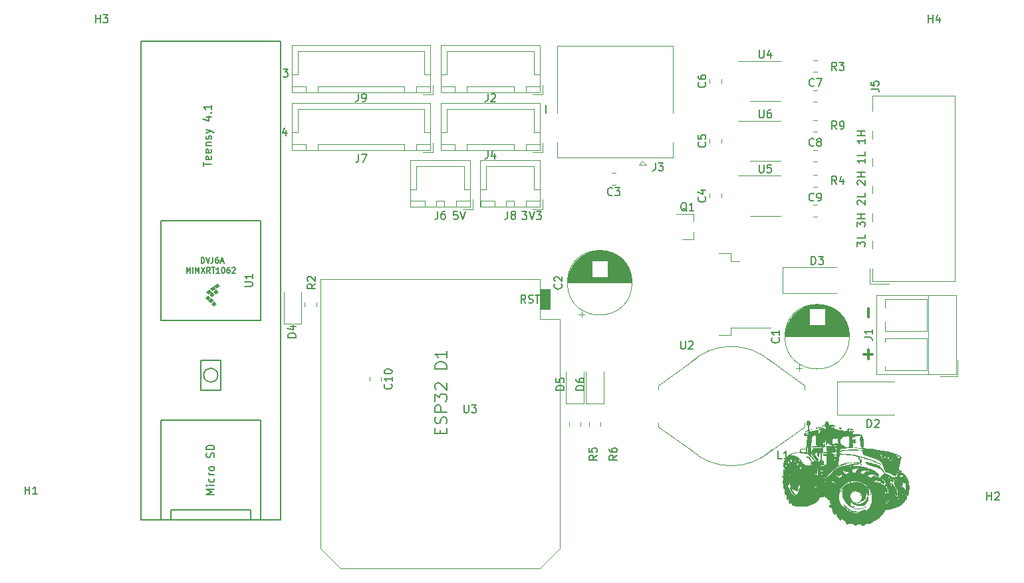
<source format=gbr>
%TF.GenerationSoftware,KiCad,Pcbnew,(5.1.9)-1*%
%TF.CreationDate,2021-03-15T23:27:25+01:00*%
%TF.ProjectId,fendt-teensy-aog-smd,66656e64-742d-4746-9565-6e73792d616f,rev?*%
%TF.SameCoordinates,Original*%
%TF.FileFunction,Legend,Top*%
%TF.FilePolarity,Positive*%
%FSLAX46Y46*%
G04 Gerber Fmt 4.6, Leading zero omitted, Abs format (unit mm)*
G04 Created by KiCad (PCBNEW (5.1.9)-1) date 2021-03-15 23:27:25*
%MOMM*%
%LPD*%
G01*
G04 APERTURE LIST*
%ADD10C,0.150000*%
%ADD11C,0.300000*%
%ADD12C,0.010000*%
%ADD13C,0.120000*%
%ADD14C,0.100000*%
G04 APERTURE END LIST*
D10*
X126520000Y-60734380D02*
X126520000Y-59734380D01*
X93430476Y-62917714D02*
X93430476Y-63584380D01*
X93192380Y-62536761D02*
X92954285Y-63251047D01*
X93573333Y-63251047D01*
X93026666Y-55124380D02*
X93645714Y-55124380D01*
X93312380Y-55505333D01*
X93455238Y-55505333D01*
X93550476Y-55552952D01*
X93598095Y-55600571D01*
X93645714Y-55695809D01*
X93645714Y-55933904D01*
X93598095Y-56029142D01*
X93550476Y-56076761D01*
X93455238Y-56124380D01*
X93169523Y-56124380D01*
X93074285Y-56076761D01*
X93026666Y-56029142D01*
X115239523Y-73264380D02*
X114763333Y-73264380D01*
X114715714Y-73740571D01*
X114763333Y-73692952D01*
X114858571Y-73645333D01*
X115096666Y-73645333D01*
X115191904Y-73692952D01*
X115239523Y-73740571D01*
X115287142Y-73835809D01*
X115287142Y-74073904D01*
X115239523Y-74169142D01*
X115191904Y-74216761D01*
X115096666Y-74264380D01*
X114858571Y-74264380D01*
X114763333Y-74216761D01*
X114715714Y-74169142D01*
X115572857Y-73264380D02*
X115906190Y-74264380D01*
X116239523Y-73264380D01*
X123461904Y-73284380D02*
X124080952Y-73284380D01*
X123747619Y-73665333D01*
X123890476Y-73665333D01*
X123985714Y-73712952D01*
X124033333Y-73760571D01*
X124080952Y-73855809D01*
X124080952Y-74093904D01*
X124033333Y-74189142D01*
X123985714Y-74236761D01*
X123890476Y-74284380D01*
X123604761Y-74284380D01*
X123509523Y-74236761D01*
X123461904Y-74189142D01*
X124366666Y-73284380D02*
X124700000Y-74284380D01*
X125033333Y-73284380D01*
X125271428Y-73284380D02*
X125890476Y-73284380D01*
X125557142Y-73665333D01*
X125700000Y-73665333D01*
X125795238Y-73712952D01*
X125842857Y-73760571D01*
X125890476Y-73855809D01*
X125890476Y-74093904D01*
X125842857Y-74189142D01*
X125795238Y-74236761D01*
X125700000Y-74284380D01*
X125414285Y-74284380D01*
X125319047Y-74236761D01*
X125271428Y-74189142D01*
X166132380Y-77716761D02*
X166132380Y-77097714D01*
X166513333Y-77431047D01*
X166513333Y-77288190D01*
X166560952Y-77192952D01*
X166608571Y-77145333D01*
X166703809Y-77097714D01*
X166941904Y-77097714D01*
X167037142Y-77145333D01*
X167084761Y-77192952D01*
X167132380Y-77288190D01*
X167132380Y-77573904D01*
X167084761Y-77669142D01*
X167037142Y-77716761D01*
X167132380Y-76192952D02*
X167132380Y-76669142D01*
X166132380Y-76669142D01*
X166132380Y-75192952D02*
X166132380Y-74573904D01*
X166513333Y-74907238D01*
X166513333Y-74764380D01*
X166560952Y-74669142D01*
X166608571Y-74621523D01*
X166703809Y-74573904D01*
X166941904Y-74573904D01*
X167037142Y-74621523D01*
X167084761Y-74669142D01*
X167132380Y-74764380D01*
X167132380Y-75050095D01*
X167084761Y-75145333D01*
X167037142Y-75192952D01*
X167132380Y-74145333D02*
X166132380Y-74145333D01*
X166608571Y-74145333D02*
X166608571Y-73573904D01*
X167132380Y-73573904D02*
X166132380Y-73573904D01*
X166227619Y-72383428D02*
X166180000Y-72335809D01*
X166132380Y-72240571D01*
X166132380Y-72002476D01*
X166180000Y-71907238D01*
X166227619Y-71859619D01*
X166322857Y-71812000D01*
X166418095Y-71812000D01*
X166560952Y-71859619D01*
X167132380Y-72431047D01*
X167132380Y-71812000D01*
X167132380Y-70907238D02*
X167132380Y-71383428D01*
X166132380Y-71383428D01*
X166227619Y-69859619D02*
X166180000Y-69812000D01*
X166132380Y-69716761D01*
X166132380Y-69478666D01*
X166180000Y-69383428D01*
X166227619Y-69335809D01*
X166322857Y-69288190D01*
X166418095Y-69288190D01*
X166560952Y-69335809D01*
X167132380Y-69907238D01*
X167132380Y-69288190D01*
X167132380Y-68859619D02*
X166132380Y-68859619D01*
X166608571Y-68859619D02*
X166608571Y-68288190D01*
X167132380Y-68288190D02*
X166132380Y-68288190D01*
X167132380Y-66526285D02*
X167132380Y-67097714D01*
X167132380Y-66812000D02*
X166132380Y-66812000D01*
X166275238Y-66907238D01*
X166370476Y-67002476D01*
X166418095Y-67097714D01*
X167132380Y-65621523D02*
X167132380Y-66097714D01*
X166132380Y-66097714D01*
X167132380Y-64002476D02*
X167132380Y-64573904D01*
X167132380Y-64288190D02*
X166132380Y-64288190D01*
X166275238Y-64383428D01*
X166370476Y-64478666D01*
X166418095Y-64573904D01*
X167132380Y-63573904D02*
X166132380Y-63573904D01*
X166608571Y-63573904D02*
X166608571Y-63002476D01*
X167132380Y-63002476D02*
X166132380Y-63002476D01*
D11*
X167537142Y-92026285D02*
X167537142Y-90883428D01*
X168108571Y-91454857D02*
X166965714Y-91454857D01*
X167537142Y-86740571D02*
X167537142Y-85597714D01*
D10*
X113072857Y-101562000D02*
X113072857Y-101062000D01*
X113858571Y-100847714D02*
X113858571Y-101562000D01*
X112358571Y-101562000D01*
X112358571Y-100847714D01*
X113787142Y-100276285D02*
X113858571Y-100062000D01*
X113858571Y-99704857D01*
X113787142Y-99562000D01*
X113715714Y-99490571D01*
X113572857Y-99419142D01*
X113430000Y-99419142D01*
X113287142Y-99490571D01*
X113215714Y-99562000D01*
X113144285Y-99704857D01*
X113072857Y-99990571D01*
X113001428Y-100133428D01*
X112930000Y-100204857D01*
X112787142Y-100276285D01*
X112644285Y-100276285D01*
X112501428Y-100204857D01*
X112430000Y-100133428D01*
X112358571Y-99990571D01*
X112358571Y-99633428D01*
X112430000Y-99419142D01*
X113858571Y-98776285D02*
X112358571Y-98776285D01*
X112358571Y-98204857D01*
X112430000Y-98062000D01*
X112501428Y-97990571D01*
X112644285Y-97919142D01*
X112858571Y-97919142D01*
X113001428Y-97990571D01*
X113072857Y-98062000D01*
X113144285Y-98204857D01*
X113144285Y-98776285D01*
X112358571Y-97419142D02*
X112358571Y-96490571D01*
X112930000Y-96990571D01*
X112930000Y-96776285D01*
X113001428Y-96633428D01*
X113072857Y-96562000D01*
X113215714Y-96490571D01*
X113572857Y-96490571D01*
X113715714Y-96562000D01*
X113787142Y-96633428D01*
X113858571Y-96776285D01*
X113858571Y-97204857D01*
X113787142Y-97347714D01*
X113715714Y-97419142D01*
X112501428Y-95919142D02*
X112430000Y-95847714D01*
X112358571Y-95704857D01*
X112358571Y-95347714D01*
X112430000Y-95204857D01*
X112501428Y-95133428D01*
X112644285Y-95062000D01*
X112787142Y-95062000D01*
X113001428Y-95133428D01*
X113858571Y-95990571D01*
X113858571Y-95062000D01*
X113858571Y-93276285D02*
X112358571Y-93276285D01*
X112358571Y-92919142D01*
X112430000Y-92704857D01*
X112572857Y-92562000D01*
X112715714Y-92490571D01*
X113001428Y-92419142D01*
X113215714Y-92419142D01*
X113501428Y-92490571D01*
X113644285Y-92562000D01*
X113787142Y-92704857D01*
X113858571Y-92919142D01*
X113858571Y-93276285D01*
X113858571Y-90990571D02*
X113858571Y-91847714D01*
X113858571Y-91419142D02*
X112358571Y-91419142D01*
X112572857Y-91562000D01*
X112715714Y-91704857D01*
X112787142Y-91847714D01*
X82882380Y-67514380D02*
X82882380Y-66942952D01*
X83882380Y-67228666D02*
X82882380Y-67228666D01*
X83834761Y-66228666D02*
X83882380Y-66323904D01*
X83882380Y-66514380D01*
X83834761Y-66609619D01*
X83739523Y-66657238D01*
X83358571Y-66657238D01*
X83263333Y-66609619D01*
X83215714Y-66514380D01*
X83215714Y-66323904D01*
X83263333Y-66228666D01*
X83358571Y-66181047D01*
X83453809Y-66181047D01*
X83549047Y-66657238D01*
X83834761Y-65371523D02*
X83882380Y-65466761D01*
X83882380Y-65657238D01*
X83834761Y-65752476D01*
X83739523Y-65800095D01*
X83358571Y-65800095D01*
X83263333Y-65752476D01*
X83215714Y-65657238D01*
X83215714Y-65466761D01*
X83263333Y-65371523D01*
X83358571Y-65323904D01*
X83453809Y-65323904D01*
X83549047Y-65800095D01*
X83215714Y-64895333D02*
X83882380Y-64895333D01*
X83310952Y-64895333D02*
X83263333Y-64847714D01*
X83215714Y-64752476D01*
X83215714Y-64609619D01*
X83263333Y-64514380D01*
X83358571Y-64466761D01*
X83882380Y-64466761D01*
X83834761Y-64038190D02*
X83882380Y-63942952D01*
X83882380Y-63752476D01*
X83834761Y-63657238D01*
X83739523Y-63609619D01*
X83691904Y-63609619D01*
X83596666Y-63657238D01*
X83549047Y-63752476D01*
X83549047Y-63895333D01*
X83501428Y-63990571D01*
X83406190Y-64038190D01*
X83358571Y-64038190D01*
X83263333Y-63990571D01*
X83215714Y-63895333D01*
X83215714Y-63752476D01*
X83263333Y-63657238D01*
X83215714Y-63276285D02*
X83882380Y-63038190D01*
X83215714Y-62800095D02*
X83882380Y-63038190D01*
X84120476Y-63133428D01*
X84168095Y-63181047D01*
X84215714Y-63276285D01*
X83215714Y-61228666D02*
X83882380Y-61228666D01*
X82834761Y-61466761D02*
X83549047Y-61704857D01*
X83549047Y-61085809D01*
X83787142Y-60704857D02*
X83834761Y-60657238D01*
X83882380Y-60704857D01*
X83834761Y-60752476D01*
X83787142Y-60704857D01*
X83882380Y-60704857D01*
X83882380Y-59704857D02*
X83882380Y-60276285D01*
X83882380Y-59990571D02*
X82882380Y-59990571D01*
X83025238Y-60085809D01*
X83120476Y-60181047D01*
X83168095Y-60276285D01*
D12*
%TO.C,G\u002A\u002A\u002A*%
G36*
X159928231Y-99904375D02*
G01*
X159984607Y-99928180D01*
X160056990Y-100001354D01*
X160093064Y-100117863D01*
X160089692Y-100264776D01*
X160069407Y-100355135D01*
X160039044Y-100395945D01*
X160009144Y-100402500D01*
X159977987Y-100409427D01*
X159957672Y-100436840D01*
X159946682Y-100494682D01*
X159943500Y-100592900D01*
X159946611Y-100741438D01*
X159948620Y-100799375D01*
X159960649Y-100925066D01*
X159984630Y-100999776D01*
X159998717Y-101014527D01*
X160027209Y-101060783D01*
X160023882Y-101086035D01*
X160014384Y-101170016D01*
X160041266Y-101244750D01*
X160094283Y-101287589D01*
X160116542Y-101290863D01*
X160187417Y-101281757D01*
X160300203Y-101258448D01*
X160436235Y-101225778D01*
X160576846Y-101188584D01*
X160703369Y-101151707D01*
X160797139Y-101119986D01*
X160828267Y-101106342D01*
X160896529Y-101074725D01*
X160926530Y-101081815D01*
X160933483Y-101132070D01*
X160933500Y-101137187D01*
X160909692Y-101211391D01*
X160877937Y-101248390D01*
X160839859Y-101279890D01*
X160852406Y-101280891D01*
X160877937Y-101272306D01*
X160922396Y-101274488D01*
X160933403Y-101309660D01*
X160910960Y-101356839D01*
X160877937Y-101384295D01*
X160859145Y-101402244D01*
X160893280Y-101405734D01*
X160965250Y-101398250D01*
X161065795Y-101382399D01*
X161115864Y-101368480D01*
X161111266Y-101358634D01*
X161049916Y-101355000D01*
X160983809Y-101337789D01*
X160966054Y-101300054D01*
X160999289Y-101262641D01*
X161036687Y-101250407D01*
X161108125Y-101236647D01*
X161036687Y-101232323D01*
X160982173Y-101204556D01*
X160962624Y-101148901D01*
X160985501Y-101094204D01*
X160998390Y-101084265D01*
X161048451Y-101083011D01*
X161094339Y-101137910D01*
X161133828Y-101241642D01*
X161164688Y-101386890D01*
X161184692Y-101566335D01*
X161191205Y-101717482D01*
X161194911Y-101942375D01*
X161201210Y-101910625D01*
X162267000Y-101910625D01*
X162282875Y-101926500D01*
X162298750Y-101910625D01*
X162282875Y-101894750D01*
X162267000Y-101910625D01*
X161201210Y-101910625D01*
X161220632Y-101812729D01*
X162269506Y-101812729D01*
X162275344Y-101853909D01*
X162286182Y-101854401D01*
X162293761Y-101811907D01*
X162288688Y-101793546D01*
X162274590Y-101781520D01*
X162269506Y-101812729D01*
X161220632Y-101812729D01*
X161239005Y-101720125D01*
X161246909Y-101688375D01*
X162267000Y-101688375D01*
X162282875Y-101704250D01*
X162298750Y-101688375D01*
X162282875Y-101672500D01*
X162267000Y-101688375D01*
X161246909Y-101688375D01*
X161262718Y-101624875D01*
X162267000Y-101624875D01*
X162282875Y-101640750D01*
X162298750Y-101624875D01*
X162282875Y-101609000D01*
X162267000Y-101624875D01*
X161262718Y-101624875D01*
X161274532Y-101577424D01*
X161274589Y-101577250D01*
X162140000Y-101577250D01*
X162151616Y-101603383D01*
X162161166Y-101598416D01*
X162164966Y-101560736D01*
X162161166Y-101556083D01*
X162142291Y-101560441D01*
X162140000Y-101577250D01*
X161274589Y-101577250D01*
X161290190Y-101529625D01*
X162267000Y-101529625D01*
X162282875Y-101545500D01*
X162298750Y-101529625D01*
X162282875Y-101513750D01*
X162267000Y-101529625D01*
X161290190Y-101529625D01*
X161310992Y-101466125D01*
X162267000Y-101466125D01*
X162282875Y-101482000D01*
X162648000Y-101482000D01*
X162659616Y-101508133D01*
X162669166Y-101503166D01*
X162672966Y-101465486D01*
X162669166Y-101460833D01*
X162650291Y-101465191D01*
X162648000Y-101482000D01*
X162282875Y-101482000D01*
X162298750Y-101466125D01*
X162282875Y-101450250D01*
X162267000Y-101466125D01*
X161310992Y-101466125D01*
X161322041Y-101432400D01*
X161362299Y-101335960D01*
X161367652Y-101323250D01*
X162149514Y-101323250D01*
X162151483Y-101401634D01*
X162156608Y-101431011D01*
X162162741Y-101410562D01*
X162164797Y-101370875D01*
X162267000Y-101370875D01*
X162282875Y-101386750D01*
X162298750Y-101370875D01*
X162282875Y-101355000D01*
X162267000Y-101370875D01*
X162164797Y-101370875D01*
X162168055Y-101308006D01*
X162164497Y-101259750D01*
X162657514Y-101259750D01*
X162659483Y-101338134D01*
X162664608Y-101367511D01*
X162670741Y-101347062D01*
X162676055Y-101244506D01*
X162670741Y-101172437D01*
X162663819Y-101152740D01*
X162659031Y-101188799D01*
X162657514Y-101259750D01*
X162164497Y-101259750D01*
X162162741Y-101235937D01*
X162155819Y-101216240D01*
X162151031Y-101252299D01*
X162149514Y-101323250D01*
X161367652Y-101323250D01*
X161406914Y-101230030D01*
X161430176Y-101151906D01*
X161572424Y-101151906D01*
X161585726Y-101161099D01*
X161643855Y-101156017D01*
X161659781Y-101153185D01*
X161771619Y-101138494D01*
X161880443Y-101132750D01*
X161950665Y-101126229D01*
X161967573Y-101108534D01*
X161963787Y-101103843D01*
X161951255Y-101101000D01*
X162140000Y-101101000D01*
X162151616Y-101127133D01*
X162161166Y-101122166D01*
X162164901Y-101085125D01*
X162267000Y-101085125D01*
X162282875Y-101101000D01*
X162295559Y-101088316D01*
X163217556Y-101088316D01*
X163261458Y-101093326D01*
X163283000Y-101093633D01*
X163340763Y-101090323D01*
X163347570Y-101082082D01*
X163338562Y-101079113D01*
X163258037Y-101074176D01*
X163227437Y-101079113D01*
X163217556Y-101088316D01*
X162295559Y-101088316D01*
X162298750Y-101085125D01*
X162282875Y-101069250D01*
X162267000Y-101085125D01*
X162164901Y-101085125D01*
X162164966Y-101084486D01*
X162161166Y-101079833D01*
X162142291Y-101084191D01*
X162140000Y-101101000D01*
X161951255Y-101101000D01*
X161918875Y-101093655D01*
X161835242Y-101095473D01*
X161735908Y-101106469D01*
X161643897Y-101123817D01*
X161582229Y-101144687D01*
X161572424Y-101151906D01*
X161430176Y-101151906D01*
X161435639Y-101133562D01*
X161441499Y-101089897D01*
X161448919Y-101053375D01*
X162648000Y-101053375D01*
X162663875Y-101069250D01*
X162679750Y-101053375D01*
X162679104Y-101052729D01*
X162773208Y-101052729D01*
X162803875Y-101057456D01*
X162884723Y-101059408D01*
X162886125Y-101059411D01*
X162970468Y-101057755D01*
X163007565Y-101053102D01*
X162989881Y-101046563D01*
X162893341Y-101041038D01*
X162799381Y-101046239D01*
X162773208Y-101052729D01*
X162679104Y-101052729D01*
X162663875Y-101037500D01*
X162648000Y-101053375D01*
X161448919Y-101053375D01*
X161454621Y-101025310D01*
X161501150Y-101005798D01*
X161505000Y-101005750D01*
X161559202Y-100990447D01*
X161558260Y-100946298D01*
X161505000Y-100878750D01*
X161446704Y-100826846D01*
X161418557Y-100827220D01*
X161410046Y-100883377D01*
X161409750Y-100910500D01*
X161395550Y-100986119D01*
X161362125Y-101005750D01*
X161328087Y-100979688D01*
X161314524Y-100918209D01*
X161322539Y-100846366D01*
X161352599Y-100789850D01*
X161395393Y-100762077D01*
X161455441Y-100755530D01*
X161543794Y-100771821D01*
X161671498Y-100812561D01*
X161778332Y-100851964D01*
X161912108Y-100900293D01*
X162000387Y-100924874D01*
X162055517Y-100928154D01*
X162088762Y-100913498D01*
X162117784Y-100851102D01*
X162116277Y-100746823D01*
X162085361Y-100613826D01*
X162056372Y-100533560D01*
X162014900Y-100377628D01*
X162016706Y-100234562D01*
X162058516Y-100115994D01*
X162137052Y-100033557D01*
X162205225Y-100005096D01*
X162290641Y-100014190D01*
X162372409Y-100069032D01*
X162433652Y-100153264D01*
X162457500Y-100249656D01*
X162472576Y-100343790D01*
X162508894Y-100441533D01*
X162509483Y-100442679D01*
X162543486Y-100540071D01*
X162563378Y-100657154D01*
X162565046Y-100686733D01*
X162582883Y-100808914D01*
X162624187Y-100886256D01*
X162665589Y-100920559D01*
X162679359Y-100906269D01*
X162679750Y-100896498D01*
X162660399Y-100842442D01*
X162648000Y-100831125D01*
X162622392Y-100783212D01*
X162614060Y-100698077D01*
X162621367Y-100599115D01*
X162642678Y-100509719D01*
X162674312Y-100455045D01*
X162725321Y-100419280D01*
X162785221Y-100405815D01*
X162869917Y-100414585D01*
X162995312Y-100445527D01*
X163024113Y-100453640D01*
X163116859Y-100483555D01*
X163192312Y-100513774D01*
X163241240Y-100539036D01*
X163254411Y-100554075D01*
X163222593Y-100553631D01*
X163185394Y-100545580D01*
X163100086Y-100547114D01*
X163061742Y-100575928D01*
X163027117Y-100607052D01*
X163000563Y-100586643D01*
X162984723Y-100557719D01*
X162946150Y-100503231D01*
X162918639Y-100485437D01*
X162882364Y-100508858D01*
X162855909Y-100573264D01*
X162844735Y-100656286D01*
X162854305Y-100735559D01*
X162856183Y-100741218D01*
X162896532Y-100814710D01*
X162941213Y-100839263D01*
X162978116Y-100810832D01*
X162987625Y-100785125D01*
X163005555Y-100716561D01*
X163041884Y-100789718D01*
X163099124Y-100850490D01*
X163156794Y-100873854D01*
X163250253Y-100902310D01*
X163295401Y-100950601D01*
X163293590Y-100992196D01*
X163297023Y-101021101D01*
X163343779Y-101034780D01*
X163416883Y-101037499D01*
X163539056Y-101045049D01*
X163703925Y-101065590D01*
X163892778Y-101095958D01*
X164086899Y-101132990D01*
X164267574Y-101173523D01*
X164352727Y-101195689D01*
X164518208Y-101230338D01*
X164644884Y-101225999D01*
X164747329Y-101178081D01*
X164840116Y-101081991D01*
X164853376Y-101063386D01*
X165035021Y-101063386D01*
X165044281Y-101162319D01*
X165084532Y-101230851D01*
X165142296Y-101261792D01*
X165204102Y-101247950D01*
X165256473Y-101182136D01*
X165256684Y-101181675D01*
X165275024Y-101110342D01*
X165250638Y-101041024D01*
X165238122Y-101020980D01*
X165171369Y-100955192D01*
X165105515Y-100946414D01*
X165054862Y-100991660D01*
X165035021Y-101063386D01*
X164853376Y-101063386D01*
X164876750Y-101030592D01*
X164938095Y-100943651D01*
X164983312Y-100899404D01*
X165029980Y-100886733D01*
X165092750Y-100894004D01*
X165202860Y-100911455D01*
X165321466Y-100927775D01*
X165330875Y-100928938D01*
X165446242Y-100946223D01*
X165510357Y-100965713D01*
X165535422Y-100991906D01*
X165537250Y-101005022D01*
X165516239Y-101018738D01*
X165476328Y-100999991D01*
X165405009Y-100983850D01*
X165347509Y-101020607D01*
X165316951Y-101099662D01*
X165315000Y-101130287D01*
X165336748Y-101219501D01*
X165390583Y-101276352D01*
X165459387Y-101294618D01*
X165526046Y-101268078D01*
X165561999Y-101220062D01*
X165587686Y-101181210D01*
X165598601Y-101190054D01*
X165586485Y-101246824D01*
X165553693Y-101332552D01*
X165510929Y-101424016D01*
X165468900Y-101497991D01*
X165442083Y-101529573D01*
X165413008Y-101556316D01*
X165426007Y-101577444D01*
X165486058Y-101594142D01*
X165598136Y-101607596D01*
X165767217Y-101618993D01*
X165830937Y-101622242D01*
X166080080Y-101635138D01*
X166273644Y-101647533D01*
X166419529Y-101660515D01*
X166525635Y-101675171D01*
X166599864Y-101692586D01*
X166650115Y-101713847D01*
X166683776Y-101739526D01*
X166730140Y-101814086D01*
X166743750Y-101876229D01*
X166755903Y-101939348D01*
X166777179Y-101964101D01*
X166808332Y-101999629D01*
X166834698Y-102085809D01*
X166856748Y-102225737D01*
X166874951Y-102422508D01*
X166889777Y-102679220D01*
X166891470Y-102716902D01*
X166899084Y-102904317D01*
X166902479Y-103038434D01*
X166900975Y-103129356D01*
X166893894Y-103187185D01*
X166880557Y-103222024D01*
X166860285Y-103243977D01*
X166855827Y-103247354D01*
X166803982Y-103271877D01*
X166744783Y-103259677D01*
X166708252Y-103242186D01*
X166639033Y-103187711D01*
X166601591Y-103124485D01*
X166584598Y-103049593D01*
X166561358Y-102947170D01*
X166553095Y-102910750D01*
X166538497Y-102821575D01*
X166523455Y-102687859D01*
X166509846Y-102528516D01*
X166500458Y-102380423D01*
X166480252Y-101993219D01*
X166720994Y-101993219D01*
X166727656Y-102025033D01*
X166729916Y-102031056D01*
X166755068Y-102069936D01*
X166769368Y-102070215D01*
X166765806Y-102036628D01*
X166747689Y-102013283D01*
X166720994Y-101993219D01*
X166480252Y-101993219D01*
X166480239Y-101992971D01*
X166564369Y-101954639D01*
X166633928Y-101897613D01*
X166648500Y-101844674D01*
X166631005Y-101779183D01*
X166574426Y-101756155D01*
X166474084Y-101772636D01*
X166394909Y-101786027D01*
X166277186Y-101795691D01*
X166145843Y-101799609D01*
X166140709Y-101799618D01*
X165999246Y-101804140D01*
X165899331Y-101820391D01*
X165819449Y-101852649D01*
X165791250Y-101869131D01*
X165689150Y-101917012D01*
X165583318Y-101944125D01*
X165569000Y-101945483D01*
X165490094Y-101950900D01*
X165443241Y-101955000D01*
X165440830Y-101955345D01*
X165434022Y-101985234D01*
X165435281Y-102057297D01*
X165442603Y-102151011D01*
X165453983Y-102245853D01*
X165467416Y-102321302D01*
X165479981Y-102356064D01*
X165520049Y-102358755D01*
X165564193Y-102341822D01*
X165641209Y-102310688D01*
X165677167Y-102324990D01*
X165677549Y-102386060D01*
X165675343Y-102441603D01*
X165702999Y-102449021D01*
X165711761Y-102446025D01*
X165746267Y-102445798D01*
X165743284Y-102471563D01*
X165747107Y-102529543D01*
X165771238Y-102577087D01*
X165812259Y-102618200D01*
X165852617Y-102607450D01*
X165867189Y-102596101D01*
X165907183Y-102574977D01*
X165918250Y-102585474D01*
X165890335Y-102643289D01*
X165816193Y-102676258D01*
X165710231Y-102678407D01*
X165698351Y-102676683D01*
X165586009Y-102664386D01*
X165518739Y-102678316D01*
X165487385Y-102728540D01*
X165482790Y-102825124D01*
X165488837Y-102907006D01*
X165501511Y-103034372D01*
X165514874Y-103151687D01*
X165524104Y-103220312D01*
X165540127Y-103323500D01*
X165197376Y-103325715D01*
X165008196Y-103329124D01*
X164791186Y-103336376D01*
X164581811Y-103346179D01*
X164497804Y-103351192D01*
X164337765Y-103362949D01*
X164225478Y-103376056D01*
X164145243Y-103394257D01*
X164081356Y-103421299D01*
X164018117Y-103460927D01*
X164007928Y-103468039D01*
X163927676Y-103536626D01*
X163870427Y-103607946D01*
X163841329Y-103670322D01*
X163845530Y-103712076D01*
X163888179Y-103721531D01*
X163896957Y-103719745D01*
X164064407Y-103688177D01*
X164282365Y-103659463D01*
X164537877Y-103634252D01*
X164817988Y-103613192D01*
X165109745Y-103596934D01*
X165400194Y-103586126D01*
X165676380Y-103581419D01*
X165925349Y-103583460D01*
X166134148Y-103592901D01*
X166235750Y-103602508D01*
X166305206Y-103612252D01*
X166326084Y-103618835D01*
X166295348Y-103622379D01*
X166209963Y-103623007D01*
X166066894Y-103620842D01*
X165886500Y-103616612D01*
X165157404Y-103622818D01*
X164464256Y-103679928D01*
X164149843Y-103724461D01*
X163826061Y-103776757D01*
X163816468Y-103891441D01*
X163815129Y-103962394D01*
X163829701Y-104016146D01*
X163867867Y-104055527D01*
X163937309Y-104083372D01*
X164045709Y-104102512D01*
X164200752Y-104115780D01*
X164410117Y-104126009D01*
X164457750Y-104127884D01*
X164799143Y-104145815D01*
X165107867Y-104173588D01*
X165405117Y-104214279D01*
X165712088Y-104270960D01*
X166049976Y-104346704D01*
X166172250Y-104376500D01*
X166540245Y-104471725D01*
X166906461Y-104574249D01*
X167264338Y-104681726D01*
X167607314Y-104791810D01*
X167928828Y-104902155D01*
X168222321Y-105010415D01*
X168481230Y-105114244D01*
X168698995Y-105211297D01*
X168869055Y-105299227D01*
X168984849Y-105375690D01*
X168998096Y-105386874D01*
X169077375Y-105457001D01*
X168966250Y-105388057D01*
X168763827Y-105277524D01*
X168499546Y-105158586D01*
X168174428Y-105031677D01*
X167895707Y-104933036D01*
X167692979Y-104865376D01*
X167477310Y-104796049D01*
X167257278Y-104727541D01*
X167041462Y-104662339D01*
X166838438Y-104602927D01*
X166656784Y-104551792D01*
X166505079Y-104511419D01*
X166391899Y-104484296D01*
X166325822Y-104472906D01*
X166312662Y-104474254D01*
X166313435Y-104511595D01*
X166339361Y-104578749D01*
X166343770Y-104587496D01*
X166372479Y-104656954D01*
X166411737Y-104770579D01*
X166455834Y-104911151D01*
X166489519Y-105027009D01*
X166540109Y-105207509D01*
X166575532Y-105334822D01*
X166597686Y-105416925D01*
X166608467Y-105461793D01*
X166609773Y-105477404D01*
X166603500Y-105471734D01*
X166591547Y-105452761D01*
X166590305Y-105450750D01*
X166569286Y-105400824D01*
X166536900Y-105305588D01*
X166498406Y-105181015D01*
X166475321Y-105101500D01*
X166427817Y-104945285D01*
X166374658Y-104788066D01*
X166324870Y-104656032D01*
X166308475Y-104617376D01*
X166258524Y-104514131D01*
X166213921Y-104453740D01*
X166158344Y-104419372D01*
X166097672Y-104400017D01*
X165749985Y-104320865D01*
X165355277Y-104256524D01*
X164928694Y-104208865D01*
X164485384Y-104179764D01*
X164260005Y-104172716D01*
X163855885Y-104164875D01*
X163808846Y-104371894D01*
X163784388Y-104497342D01*
X163756313Y-104670173D01*
X163726814Y-104874539D01*
X163698080Y-105094587D01*
X163672302Y-105314469D01*
X163654253Y-105490437D01*
X163651532Y-105583983D01*
X163662943Y-105635534D01*
X163671901Y-105641250D01*
X163713776Y-105630080D01*
X163799457Y-105600140D01*
X163914007Y-105556784D01*
X163978045Y-105531506D01*
X164203141Y-105448799D01*
X164441900Y-105373725D01*
X164675539Y-105311391D01*
X164885274Y-105266907D01*
X165021351Y-105247777D01*
X165106819Y-105240267D01*
X165139352Y-105239390D01*
X165116262Y-105246541D01*
X165034862Y-105263118D01*
X164966313Y-105276364D01*
X164496933Y-105391501D01*
X164043269Y-105551645D01*
X163617824Y-105751430D01*
X163233104Y-105985489D01*
X163115360Y-106070739D01*
X162781858Y-106361946D01*
X162491176Y-106698194D01*
X162242643Y-107080524D01*
X162035585Y-107509973D01*
X161869330Y-107987580D01*
X161865046Y-108002383D01*
X161825436Y-108152153D01*
X161785959Y-108322709D01*
X161748606Y-108502616D01*
X161715366Y-108680440D01*
X161688229Y-108844746D01*
X161669185Y-108984101D01*
X161660223Y-109087069D01*
X161663334Y-109142217D01*
X161665893Y-109146857D01*
X161691905Y-109141795D01*
X161721429Y-109098079D01*
X161743772Y-109038947D01*
X161748243Y-108987636D01*
X161744180Y-108976707D01*
X161742529Y-108936304D01*
X161751030Y-108849118D01*
X161764732Y-108753317D01*
X162418464Y-108753317D01*
X162423032Y-108768625D01*
X162440537Y-108767870D01*
X162451731Y-108728937D01*
X162462284Y-108691006D01*
X162490104Y-108669547D01*
X162549837Y-108659930D01*
X162656129Y-108657525D01*
X162677676Y-108657500D01*
X162807486Y-108662009D01*
X162895320Y-108678750D01*
X162962271Y-108712540D01*
X162981720Y-108726944D01*
X163037158Y-108763344D01*
X163056899Y-108759707D01*
X163055414Y-108752617D01*
X163023348Y-108707689D01*
X162958842Y-108644026D01*
X162921805Y-108612517D01*
X162821847Y-108546109D01*
X162720628Y-108518707D01*
X162653956Y-108515406D01*
X162561395Y-108509237D01*
X162497639Y-108494512D01*
X162484197Y-108485669D01*
X162467023Y-108493753D01*
X162447493Y-108544770D01*
X162429978Y-108618510D01*
X162418845Y-108694762D01*
X162418464Y-108753317D01*
X161764732Y-108753317D01*
X161767961Y-108730749D01*
X161777913Y-108671225D01*
X161887330Y-108203563D01*
X162023525Y-107822393D01*
X162712901Y-107822393D01*
X162718830Y-107824749D01*
X162723335Y-107819560D01*
X162765986Y-107760613D01*
X162783113Y-107728285D01*
X162816492Y-107721736D01*
X162896546Y-107735412D01*
X163010570Y-107767037D01*
X163024725Y-107771541D01*
X163160264Y-107820826D01*
X163247305Y-107868120D01*
X163300039Y-107921538D01*
X163307485Y-107933276D01*
X163351115Y-107996385D01*
X163370482Y-108004704D01*
X163361828Y-107963541D01*
X163332150Y-107898450D01*
X163304282Y-107833903D01*
X163300961Y-107801235D01*
X163303594Y-107800250D01*
X163305284Y-107783076D01*
X163270424Y-107740317D01*
X163212787Y-107685112D01*
X163146147Y-107630600D01*
X163084278Y-107589923D01*
X163081696Y-107588561D01*
X163043980Y-107574983D01*
X163378736Y-107574983D01*
X163381965Y-107627402D01*
X163403368Y-107626707D01*
X163439958Y-107595496D01*
X163481171Y-107543841D01*
X163472378Y-107493571D01*
X163464862Y-107480716D01*
X163426792Y-107447641D01*
X163396357Y-107471042D01*
X163379963Y-107543906D01*
X163378736Y-107574983D01*
X163043980Y-107574983D01*
X163004468Y-107560759D01*
X162944909Y-107559541D01*
X162944683Y-107559627D01*
X162912983Y-107559989D01*
X162916193Y-107515376D01*
X162918738Y-107506362D01*
X162931604Y-107457136D01*
X162919827Y-107463519D01*
X162893997Y-107498625D01*
X162853503Y-107560174D01*
X162807999Y-107636767D01*
X162764633Y-107714961D01*
X162730551Y-107781317D01*
X162712901Y-107822393D01*
X162023525Y-107822393D01*
X162046437Y-107758271D01*
X162251377Y-107340449D01*
X162438750Y-107048098D01*
X163258210Y-107048098D01*
X163295466Y-107038789D01*
X163347045Y-107006111D01*
X163442840Y-106937899D01*
X163640732Y-107065605D01*
X163737054Y-107127378D01*
X163809749Y-107173270D01*
X163845054Y-107194606D01*
X163846287Y-107195155D01*
X163873457Y-107178610D01*
X163907792Y-107153945D01*
X164145778Y-107153945D01*
X164158639Y-107158616D01*
X164203750Y-107147450D01*
X164276015Y-107120878D01*
X164313287Y-107098181D01*
X164325590Y-107073590D01*
X164297495Y-107069972D01*
X164247386Y-107084281D01*
X164193648Y-107113472D01*
X164186005Y-107119268D01*
X164145778Y-107153945D01*
X163907792Y-107153945D01*
X163935610Y-107133962D01*
X163995264Y-107089132D01*
X164079385Y-107027429D01*
X164145709Y-106983256D01*
X164171163Y-106969737D01*
X164183258Y-106936639D01*
X164179000Y-106902118D01*
X164651880Y-106902118D01*
X164660432Y-106907674D01*
X164699637Y-106896684D01*
X164781186Y-106866692D01*
X164835429Y-106846108D01*
X164935832Y-106813187D01*
X165015758Y-106796333D01*
X165048725Y-106797113D01*
X165097791Y-106794058D01*
X165109481Y-106782863D01*
X165097795Y-106760076D01*
X165052654Y-106752500D01*
X164976651Y-106762645D01*
X164877640Y-106788229D01*
X164777476Y-106821976D01*
X164698011Y-106856611D01*
X164662288Y-106882471D01*
X164651880Y-106902118D01*
X164179000Y-106902118D01*
X164174931Y-106869139D01*
X164151816Y-106790743D01*
X164119551Y-106724953D01*
X164109245Y-106711541D01*
X164073615Y-106714822D01*
X164002628Y-106748106D01*
X163919888Y-106798854D01*
X163803083Y-106872706D01*
X163731338Y-106905992D01*
X163701634Y-106899630D01*
X163707231Y-106863625D01*
X163705776Y-106832467D01*
X163661701Y-106818417D01*
X163597629Y-106816000D01*
X163514556Y-106809991D01*
X163486852Y-106790201D01*
X163490431Y-106776312D01*
X163482047Y-106775349D01*
X163439614Y-106812357D01*
X163381180Y-106870333D01*
X163302441Y-106958402D01*
X163260993Y-107019480D01*
X163258210Y-107048098D01*
X162438750Y-107048098D01*
X162498291Y-106955199D01*
X162783320Y-106607620D01*
X162988864Y-106411397D01*
X164060875Y-106411397D01*
X164124375Y-106395050D01*
X164205187Y-106370187D01*
X164240517Y-106356950D01*
X164281494Y-106360007D01*
X164338369Y-106402763D01*
X164418805Y-106491487D01*
X164446892Y-106525793D01*
X164524845Y-106614731D01*
X164592149Y-106677764D01*
X164636391Y-106703574D01*
X164641489Y-106703239D01*
X164688273Y-106689000D01*
X165521375Y-106689000D01*
X165528627Y-106712569D01*
X165590115Y-106713500D01*
X165700747Y-106691792D01*
X165711875Y-106689000D01*
X165766414Y-106673800D01*
X165768919Y-106666056D01*
X165714649Y-106662260D01*
X165674061Y-106661006D01*
X165586969Y-106665610D01*
X165529683Y-106681666D01*
X165521375Y-106689000D01*
X164688273Y-106689000D01*
X164693353Y-106687454D01*
X164782961Y-106660943D01*
X164852713Y-106640564D01*
X165023071Y-106591040D01*
X165034505Y-106447281D01*
X165039143Y-106359077D01*
X165037661Y-106302146D01*
X165034929Y-106292512D01*
X165001584Y-106296090D01*
X164926349Y-106316607D01*
X164846989Y-106342376D01*
X164705640Y-106385848D01*
X164612411Y-106403044D01*
X164570443Y-106393783D01*
X164582875Y-106357885D01*
X164583128Y-106357578D01*
X164597159Y-106325689D01*
X164568873Y-106300334D01*
X164491993Y-106273245D01*
X164413328Y-106245689D01*
X164386240Y-106220806D01*
X164400156Y-106188227D01*
X164402414Y-106185364D01*
X164405197Y-106169233D01*
X164369685Y-106181565D01*
X164309553Y-106214331D01*
X164238474Y-106259502D01*
X164170121Y-106309051D01*
X164124375Y-106348616D01*
X164060875Y-106411397D01*
X162988864Y-106411397D01*
X163102607Y-106302813D01*
X163390766Y-106091085D01*
X165429876Y-106091085D01*
X165443959Y-106173295D01*
X165472568Y-106280787D01*
X165474316Y-106286484D01*
X165539801Y-106498500D01*
X165973342Y-106498500D01*
X166064858Y-106255570D01*
X166113878Y-106131998D01*
X166154572Y-106053309D01*
X166198256Y-106004001D01*
X166256244Y-105968571D01*
X166283566Y-105955886D01*
X166386304Y-105919505D01*
X166518118Y-105885102D01*
X166613208Y-105866527D01*
X166720028Y-105847274D01*
X166799509Y-105829120D01*
X166832621Y-105816962D01*
X166823016Y-105803463D01*
X166761134Y-105801496D01*
X166656815Y-105809410D01*
X166519898Y-105825557D01*
X166360224Y-105848285D01*
X166187631Y-105875946D01*
X166011961Y-105906890D01*
X165843052Y-105939467D01*
X165690745Y-105972027D01*
X165564879Y-106002922D01*
X165475294Y-106030500D01*
X165433353Y-106051550D01*
X165429876Y-106091085D01*
X163390766Y-106091085D01*
X163452291Y-106045879D01*
X163473015Y-106034644D01*
X165065318Y-106034644D01*
X165075467Y-106052990D01*
X165089353Y-106054000D01*
X165123451Y-106028552D01*
X165137704Y-106001884D01*
X165145846Y-105967607D01*
X165118756Y-105982224D01*
X165109351Y-105989896D01*
X165065318Y-106034644D01*
X163473015Y-106034644D01*
X163828516Y-105841919D01*
X163960505Y-105786054D01*
X164043200Y-105754765D01*
X164129535Y-105725386D01*
X164226717Y-105696177D01*
X164341953Y-105665400D01*
X164482453Y-105631316D01*
X164655425Y-105592186D01*
X164868077Y-105546272D01*
X165127618Y-105491835D01*
X165441255Y-105427137D01*
X165489625Y-105417216D01*
X165705322Y-105371993D01*
X165899560Y-105329347D01*
X166063929Y-105291280D01*
X166190021Y-105259796D01*
X166269428Y-105236896D01*
X166293958Y-105225623D01*
X166324683Y-105197183D01*
X166356234Y-105215699D01*
X166362750Y-105243559D01*
X166341477Y-105288627D01*
X166274359Y-105332290D01*
X166156448Y-105376621D01*
X165982793Y-105423691D01*
X165870625Y-105449539D01*
X165626758Y-105506637D01*
X165404801Y-105564894D01*
X165213915Y-105621512D01*
X165063264Y-105673691D01*
X164962009Y-105718634D01*
X164935948Y-105735030D01*
X164899691Y-105764213D01*
X164896737Y-105776905D01*
X164935773Y-105773992D01*
X165025489Y-105756358D01*
X165064522Y-105748132D01*
X165159508Y-105732550D01*
X165294134Y-105716464D01*
X165456505Y-105700670D01*
X165634721Y-105685959D01*
X165816885Y-105673126D01*
X165991099Y-105662963D01*
X166145465Y-105656264D01*
X166268085Y-105653822D01*
X166347062Y-105656430D01*
X166369241Y-105661137D01*
X166410162Y-105673892D01*
X166501605Y-105695912D01*
X166631722Y-105724536D01*
X166788665Y-105757105D01*
X166863256Y-105772018D01*
X167026581Y-105805074D01*
X167166685Y-105834902D01*
X167272249Y-105858978D01*
X167331956Y-105874779D01*
X167340897Y-105878564D01*
X167320075Y-105883492D01*
X167250965Y-105881962D01*
X167148414Y-105874315D01*
X167146067Y-105874097D01*
X166966715Y-105870601D01*
X166757283Y-105886636D01*
X166546857Y-105918671D01*
X166364520Y-105963177D01*
X166336603Y-105972352D01*
X166222191Y-106011963D01*
X166311382Y-106034348D01*
X166394136Y-106039854D01*
X166441893Y-106022441D01*
X166520096Y-105987474D01*
X166647285Y-105964207D01*
X166810063Y-105952491D01*
X166995034Y-105952175D01*
X167188800Y-105963107D01*
X167377964Y-105985139D01*
X167549127Y-106018118D01*
X167613805Y-106035612D01*
X167695224Y-106055439D01*
X167737967Y-106056136D01*
X167739841Y-106047473D01*
X167746649Y-106030390D01*
X167800429Y-106040871D01*
X167892324Y-106076224D01*
X167997875Y-106125867D01*
X168062513Y-106161630D01*
X168158259Y-106218600D01*
X168273078Y-106289144D01*
X168394934Y-106365627D01*
X168511791Y-106440415D01*
X168611612Y-106505874D01*
X168682364Y-106554371D01*
X168712008Y-106578270D01*
X168712250Y-106578982D01*
X168685392Y-106570943D01*
X168613747Y-106542797D01*
X168510705Y-106499883D01*
X168466187Y-106480851D01*
X168186285Y-106368258D01*
X167939567Y-106288165D01*
X167707460Y-106236279D01*
X167471393Y-106208306D01*
X167251750Y-106200108D01*
X167035923Y-106202910D01*
X166857925Y-106214531D01*
X166729069Y-106234146D01*
X166707127Y-106239830D01*
X166612758Y-106273546D01*
X166557093Y-106318505D01*
X166516230Y-106396557D01*
X166505327Y-106424321D01*
X166475895Y-106508992D01*
X166461873Y-106565037D01*
X166462574Y-106576358D01*
X166495874Y-106589963D01*
X166569801Y-106614309D01*
X166666170Y-106643991D01*
X166766795Y-106673604D01*
X166853489Y-106697742D01*
X166908067Y-106711002D01*
X166917824Y-106711659D01*
X166938155Y-106686262D01*
X166990497Y-106624043D01*
X167065356Y-106536240D01*
X167104373Y-106490780D01*
X167194930Y-106388260D01*
X167256613Y-106327919D01*
X167299911Y-106302108D01*
X167335316Y-106303178D01*
X167351656Y-106310492D01*
X167410687Y-106326563D01*
X167514837Y-106340809D01*
X167645729Y-106350997D01*
X167706350Y-106353596D01*
X168023695Y-106386880D01*
X168307409Y-106467689D01*
X168569910Y-106599823D01*
X168623068Y-106634157D01*
X168741813Y-106719988D01*
X168809383Y-106787115D01*
X168831818Y-106844376D01*
X168815161Y-106900607D01*
X168810455Y-106908277D01*
X168761256Y-106930978D01*
X168674745Y-106923666D01*
X168566766Y-106891067D01*
X168453160Y-106837908D01*
X168353540Y-106771945D01*
X168290482Y-106725773D01*
X168230244Y-106696278D01*
X168154972Y-106678764D01*
X168046810Y-106668537D01*
X167939541Y-106663093D01*
X167646126Y-106650260D01*
X167526044Y-106796805D01*
X167405962Y-106943349D01*
X167507482Y-106998737D01*
X167607427Y-107060577D01*
X167699027Y-107127355D01*
X167789053Y-107200586D01*
X168031447Y-107037020D01*
X168273840Y-106873454D01*
X168358107Y-106951891D01*
X168422632Y-107000395D01*
X168472341Y-107018241D01*
X168477795Y-107017190D01*
X168526712Y-107021124D01*
X168617471Y-107045846D01*
X168734303Y-107085432D01*
X168861442Y-107133959D01*
X168983121Y-107185504D01*
X169083571Y-107234141D01*
X169132776Y-107263261D01*
X169273272Y-107371895D01*
X169406289Y-107496131D01*
X169507976Y-107613624D01*
X169510722Y-107617405D01*
X169550662Y-107679859D01*
X169554192Y-107726673D01*
X169522441Y-107790710D01*
X169516990Y-107799968D01*
X169473390Y-107863780D01*
X169440532Y-107894903D01*
X169437616Y-107895500D01*
X169381252Y-107875529D01*
X169298549Y-107824964D01*
X169208356Y-107757826D01*
X169129520Y-107688135D01*
X169081121Y-107630314D01*
X169032153Y-107570461D01*
X168986857Y-107555934D01*
X168985970Y-107556256D01*
X168934785Y-107550736D01*
X168855917Y-107517545D01*
X168819670Y-107496995D01*
X168670865Y-107432656D01*
X168528392Y-107430118D01*
X168383417Y-107489516D01*
X168360400Y-107504114D01*
X168232161Y-107588978D01*
X168344456Y-107701272D01*
X168456750Y-107813567D01*
X168551602Y-107722693D01*
X168617081Y-107666957D01*
X168660529Y-107653761D01*
X168695227Y-107672297D01*
X168733965Y-107712320D01*
X168732405Y-107745477D01*
X168683991Y-107782573D01*
X168602933Y-107824382D01*
X168511154Y-107879793D01*
X168441637Y-107940940D01*
X168423999Y-107965646D01*
X168386131Y-108038375D01*
X168461878Y-107971215D01*
X168517979Y-107939269D01*
X168616695Y-107898153D01*
X168739063Y-107854211D01*
X168866123Y-107813788D01*
X168978913Y-107783227D01*
X169058471Y-107768873D01*
X169067747Y-107768500D01*
X169091190Y-107794372D01*
X169122084Y-107855812D01*
X169180868Y-107931737D01*
X169296123Y-108008054D01*
X169345671Y-108033176D01*
X169554115Y-108152698D01*
X169713418Y-108291301D01*
X169837685Y-108462374D01*
X169879062Y-108539502D01*
X169937435Y-108659364D01*
X169968966Y-108737067D01*
X169975432Y-108787139D01*
X169958609Y-108824104D01*
X169920277Y-108862491D01*
X169918750Y-108863875D01*
X169861739Y-108939986D01*
X169867041Y-109005811D01*
X169933816Y-109057716D01*
X169966375Y-109070250D01*
X170042248Y-109103999D01*
X170073096Y-109150285D01*
X170077500Y-109199712D01*
X170086331Y-109265527D01*
X170107253Y-109292500D01*
X170114794Y-109280201D01*
X170564663Y-109280201D01*
X170569625Y-109292500D01*
X170598155Y-109322788D01*
X170603248Y-109324250D01*
X170616885Y-109299685D01*
X170617250Y-109292500D01*
X170592842Y-109261970D01*
X170583626Y-109260750D01*
X170564663Y-109280201D01*
X170114794Y-109280201D01*
X170124043Y-109265117D01*
X170125386Y-109198291D01*
X170124401Y-109189312D01*
X170107309Y-109037369D01*
X170095340Y-108906630D01*
X170089378Y-108809359D01*
X170090311Y-108757817D01*
X170092865Y-108752750D01*
X170114011Y-108777799D01*
X170159448Y-108844464D01*
X170220615Y-108940017D01*
X170242181Y-108974728D01*
X170323509Y-109095284D01*
X170390332Y-109171675D01*
X170434905Y-109196978D01*
X170454813Y-109186892D01*
X170449290Y-109150911D01*
X170435521Y-109122789D01*
X170883221Y-109122789D01*
X170917980Y-109161675D01*
X170936623Y-109165500D01*
X170960903Y-109138890D01*
X170966500Y-109102000D01*
X170949746Y-109047973D01*
X170912467Y-109043723D01*
X170887125Y-109070250D01*
X170883221Y-109122789D01*
X170435521Y-109122789D01*
X170415015Y-109080909D01*
X170380536Y-109022625D01*
X170585500Y-109022625D01*
X170601375Y-109038500D01*
X170617250Y-109022625D01*
X170601375Y-109006750D01*
X170585500Y-109022625D01*
X170380536Y-109022625D01*
X170348669Y-108968758D01*
X170328005Y-108935312D01*
X170232734Y-108784148D01*
X170167173Y-108685670D01*
X170129471Y-108637463D01*
X170117776Y-108637114D01*
X170127150Y-108673375D01*
X170139598Y-108715026D01*
X170126935Y-108706770D01*
X170098657Y-108669971D01*
X170070417Y-108617915D01*
X170025441Y-108518232D01*
X169968818Y-108382925D01*
X169905642Y-108223998D01*
X169869701Y-108130221D01*
X169788829Y-107919549D01*
X169721894Y-107756238D01*
X169675677Y-107657375D01*
X169918750Y-107657375D01*
X169934625Y-107673250D01*
X169950500Y-107657375D01*
X169934625Y-107641500D01*
X169918750Y-107657375D01*
X169675677Y-107657375D01*
X169661815Y-107627725D01*
X169601511Y-107521451D01*
X169533901Y-107424853D01*
X169485544Y-107366182D01*
X170047199Y-107366182D01*
X170066460Y-107381277D01*
X170078419Y-107388740D01*
X170136521Y-107415899D01*
X170163549Y-107410261D01*
X170156875Y-107387500D01*
X170159385Y-107377670D01*
X170284765Y-107377670D01*
X170287054Y-107431962D01*
X170321986Y-107478351D01*
X170364661Y-107462847D01*
X170395876Y-107417612D01*
X170418094Y-107345608D01*
X170418403Y-107272243D01*
X170398748Y-107221910D01*
X170379552Y-107212875D01*
X170341348Y-107239967D01*
X170306045Y-107303680D01*
X170284765Y-107377670D01*
X170159385Y-107377670D01*
X170163862Y-107360147D01*
X170185634Y-107355750D01*
X170236952Y-107330435D01*
X170269966Y-107288576D01*
X170287748Y-107242745D01*
X170279020Y-107234032D01*
X170157168Y-107291383D01*
X170083769Y-107328009D01*
X170050041Y-107350684D01*
X170047199Y-107366182D01*
X169485544Y-107366182D01*
X169451906Y-107325371D01*
X169355668Y-107218311D01*
X169268299Y-107118804D01*
X169200470Y-107033409D01*
X169192143Y-107020744D01*
X169927308Y-107020744D01*
X169928114Y-107035223D01*
X169957555Y-107038250D01*
X170000012Y-107058790D01*
X170005470Y-107077937D01*
X170008596Y-107186449D01*
X170030913Y-107243799D01*
X170076263Y-107260500D01*
X170142365Y-107238356D01*
X170203263Y-107191013D01*
X170207394Y-107185104D01*
X170708094Y-107185104D01*
X170750265Y-107190600D01*
X170760125Y-107190810D01*
X170814348Y-107187378D01*
X170819122Y-107177439D01*
X170816291Y-107176174D01*
X170753262Y-107169893D01*
X170721041Y-107174997D01*
X170708094Y-107185104D01*
X170207394Y-107185104D01*
X170258671Y-107111769D01*
X170257661Y-107045258D01*
X170229170Y-107006741D01*
X170428829Y-107006741D01*
X170436713Y-107023182D01*
X170454450Y-107046187D01*
X170500792Y-107095548D01*
X170521478Y-107095333D01*
X170522000Y-107089762D01*
X170500302Y-107063259D01*
X170466437Y-107034200D01*
X170428829Y-107006741D01*
X170229170Y-107006741D01*
X170221252Y-106996038D01*
X170165974Y-106966288D01*
X170081118Y-106970687D01*
X170059987Y-106975119D01*
X169974090Y-106998969D01*
X169927308Y-107020744D01*
X169192143Y-107020744D01*
X169161958Y-106974839D01*
X169161928Y-106974750D01*
X169410750Y-106974750D01*
X169434910Y-107005577D01*
X169442500Y-107006500D01*
X169473327Y-106982339D01*
X169474250Y-106974750D01*
X169450089Y-106943922D01*
X169442500Y-106943000D01*
X169411672Y-106967160D01*
X169410750Y-106974750D01*
X169161928Y-106974750D01*
X169156750Y-106959662D01*
X169181095Y-106910622D01*
X169242192Y-106844751D01*
X169307859Y-106789537D01*
X169791892Y-106789537D01*
X169815559Y-106810816D01*
X169823500Y-106816000D01*
X169891457Y-106843302D01*
X169918750Y-106846777D01*
X169950357Y-106842462D01*
X169926690Y-106821183D01*
X169918750Y-106816000D01*
X169850792Y-106788697D01*
X169823500Y-106785222D01*
X169791892Y-106789537D01*
X169307859Y-106789537D01*
X169322131Y-106777537D01*
X169331229Y-106771566D01*
X169599306Y-106771566D01*
X169643208Y-106776576D01*
X169664750Y-106776883D01*
X169722513Y-106773573D01*
X169729320Y-106765332D01*
X169720312Y-106762363D01*
X169639787Y-106757426D01*
X169609187Y-106762363D01*
X169599306Y-106771566D01*
X169331229Y-106771566D01*
X169403002Y-106724467D01*
X169453149Y-106703349D01*
X169530121Y-106699435D01*
X169650198Y-106710312D01*
X169795630Y-106732639D01*
X169948665Y-106763075D01*
X170091554Y-106798276D01*
X170206545Y-106834901D01*
X170249005Y-106853189D01*
X170366789Y-106918640D01*
X170467475Y-106986047D01*
X170539405Y-107046381D01*
X170570926Y-107090612D01*
X170569701Y-107101625D01*
X170575898Y-107139933D01*
X170589887Y-107152086D01*
X170612289Y-107156338D01*
X170605526Y-107140217D01*
X170617253Y-107117791D01*
X170688919Y-107107430D01*
X170744407Y-107106616D01*
X170890734Y-107091554D01*
X170991223Y-107051634D01*
X171047929Y-107015913D01*
X171059242Y-107015410D01*
X171032670Y-107050219D01*
X171031102Y-107052131D01*
X170963660Y-107112230D01*
X170919977Y-107137947D01*
X170874988Y-107159264D01*
X170887683Y-107160137D01*
X170918875Y-107153872D01*
X171002142Y-107130861D01*
X171037937Y-107117830D01*
X171073911Y-107111994D01*
X171089306Y-107143499D01*
X171091487Y-107217415D01*
X171088864Y-107292668D01*
X171081120Y-107310554D01*
X171063222Y-107277205D01*
X171056115Y-107260500D01*
X171022756Y-107181125D01*
X170990281Y-107276375D01*
X170961532Y-107354484D01*
X170935637Y-107379847D01*
X170893875Y-107359440D01*
X170852765Y-107327619D01*
X170774277Y-107287063D01*
X170677299Y-107263935D01*
X170584610Y-107260561D01*
X170518986Y-107279265D01*
X170506140Y-107292224D01*
X170518303Y-107326131D01*
X170572266Y-107373192D01*
X170599516Y-107390610D01*
X170674143Y-107450990D01*
X170710738Y-107514137D01*
X170703757Y-107565545D01*
X170674010Y-107585538D01*
X170611873Y-107590931D01*
X170543237Y-107578609D01*
X170496536Y-107555222D01*
X170490250Y-107542548D01*
X170465433Y-107518377D01*
X170409205Y-107515332D01*
X170348895Y-107530424D01*
X170311835Y-107560665D01*
X170311231Y-107562125D01*
X170267235Y-107605558D01*
X170240790Y-107612256D01*
X170212371Y-107620249D01*
X170228312Y-107630777D01*
X170254106Y-107671804D01*
X170267185Y-107758699D01*
X170268000Y-107791458D01*
X170278806Y-107900112D01*
X170308332Y-107966252D01*
X170313999Y-107971374D01*
X170345398Y-108013611D01*
X170394616Y-108100511D01*
X170454309Y-108218432D01*
X170503853Y-108324125D01*
X170560942Y-108445504D01*
X170607426Y-108535541D01*
X170638229Y-108585005D01*
X170648353Y-108586967D01*
X170636352Y-108529865D01*
X170604574Y-108437648D01*
X170569625Y-108352829D01*
X170516897Y-108227491D01*
X170493827Y-108150353D01*
X170501135Y-108113093D01*
X170539541Y-108107387D01*
X170589874Y-108119004D01*
X170662095Y-108145376D01*
X170725017Y-108185277D01*
X170788820Y-108248946D01*
X170863685Y-108346621D01*
X170959793Y-108488540D01*
X170964597Y-108495851D01*
X171125250Y-108740555D01*
X171125250Y-109080027D01*
X171122615Y-109246449D01*
X171113491Y-109353913D01*
X171096049Y-109406791D01*
X171068462Y-109409455D01*
X171028901Y-109366277D01*
X171014411Y-109345018D01*
X170921015Y-109255068D01*
X170785822Y-109209172D01*
X170655443Y-109202796D01*
X170506125Y-109208343D01*
X170642981Y-109220591D01*
X170780248Y-109263746D01*
X170912743Y-109364875D01*
X171034787Y-109518459D01*
X171129209Y-109693018D01*
X171181719Y-109804258D01*
X171221747Y-109866506D01*
X171261909Y-109889098D01*
X171314821Y-109881370D01*
X171361308Y-109864785D01*
X171428835Y-109814373D01*
X171442572Y-109761598D01*
X171421015Y-109614265D01*
X171365290Y-109464880D01*
X171300297Y-109362292D01*
X171260514Y-109310130D01*
X171240671Y-109260938D01*
X171237835Y-109194780D01*
X171243832Y-109139775D01*
X171754566Y-109139775D01*
X171777787Y-109189742D01*
X171836920Y-109274916D01*
X171901824Y-109302568D01*
X171970344Y-109285028D01*
X172020671Y-109250447D01*
X172018073Y-109205318D01*
X172011838Y-109192743D01*
X171979917Y-109147022D01*
X171958170Y-109134228D01*
X171961136Y-109160638D01*
X171967105Y-109173437D01*
X171967141Y-109186517D01*
X171945166Y-109165318D01*
X171882358Y-109126978D01*
X171819558Y-109113348D01*
X171762583Y-109114929D01*
X171754566Y-109139775D01*
X171243832Y-109139775D01*
X171249071Y-109091723D01*
X171254592Y-109051744D01*
X171262057Y-109002422D01*
X171390586Y-109002422D01*
X171409342Y-109046850D01*
X171420982Y-109078187D01*
X171466064Y-109124243D01*
X171539622Y-109129091D01*
X171597310Y-109105261D01*
X171614572Y-109067977D01*
X171589090Y-109021824D01*
X171559666Y-108999159D01*
X171647020Y-108999159D01*
X171678229Y-109004243D01*
X171719409Y-108998405D01*
X171719901Y-108987567D01*
X171677407Y-108979988D01*
X171659046Y-108985061D01*
X171647020Y-108999159D01*
X171559666Y-108999159D01*
X171537000Y-108981700D01*
X171474442Y-108962504D01*
X171445463Y-108965090D01*
X171397780Y-108986530D01*
X171390586Y-109002422D01*
X171262057Y-109002422D01*
X171272597Y-108932799D01*
X171289968Y-108833612D01*
X171302713Y-108776562D01*
X171304459Y-108730568D01*
X171291464Y-108721000D01*
X171276651Y-108692423D01*
X171269186Y-108619005D01*
X171269493Y-108554312D01*
X171272905Y-108460848D01*
X171272449Y-108428331D01*
X171266891Y-108454263D01*
X171256230Y-108527464D01*
X171236375Y-108667304D01*
X171049341Y-108368714D01*
X170973869Y-108245548D01*
X170912932Y-108141002D01*
X170873489Y-108067351D01*
X170862058Y-108038375D01*
X170866135Y-107989635D01*
X170876696Y-107904088D01*
X170882296Y-107863750D01*
X170883959Y-107847875D01*
X171188750Y-107847875D01*
X171204625Y-107863750D01*
X171220500Y-107847875D01*
X171204625Y-107832000D01*
X171188750Y-107847875D01*
X170883959Y-107847875D01*
X170890180Y-107788490D01*
X170889140Y-107784375D01*
X171157000Y-107784375D01*
X171172875Y-107800250D01*
X171188750Y-107784375D01*
X171172875Y-107768500D01*
X171157000Y-107784375D01*
X170889140Y-107784375D01*
X170885047Y-107768190D01*
X170876083Y-107783793D01*
X170861088Y-107797436D01*
X170853193Y-107749957D01*
X170852849Y-107720875D01*
X171125250Y-107720875D01*
X171141125Y-107736750D01*
X171157000Y-107720875D01*
X171141125Y-107705000D01*
X171125250Y-107720875D01*
X170852849Y-107720875D01*
X170852031Y-107651805D01*
X170847937Y-107525889D01*
X170828682Y-107443510D01*
X170794543Y-107390448D01*
X170762916Y-107341462D01*
X170775069Y-107324723D01*
X170818090Y-107343884D01*
X170853107Y-107373892D01*
X170887556Y-107441756D01*
X170905607Y-107548406D01*
X170906683Y-107572330D01*
X170911544Y-107645362D01*
X170920001Y-107671195D01*
X170926133Y-107658836D01*
X170959040Y-107597091D01*
X170967411Y-107587100D01*
X171035117Y-107587100D01*
X171042843Y-107604844D01*
X171074812Y-107638929D01*
X171093190Y-107631937D01*
X171093500Y-107627498D01*
X171070948Y-107600644D01*
X171056844Y-107590843D01*
X171035117Y-107587100D01*
X170967411Y-107587100D01*
X170975036Y-107578000D01*
X171760250Y-107578000D01*
X171771082Y-107608924D01*
X171774251Y-107609750D01*
X171801358Y-107587501D01*
X171807875Y-107578000D01*
X171805357Y-107548742D01*
X171793873Y-107546250D01*
X171761542Y-107569297D01*
X171760250Y-107578000D01*
X170975036Y-107578000D01*
X171019957Y-107524392D01*
X171033575Y-107511160D01*
X171085460Y-107439563D01*
X171783487Y-107439563D01*
X171799423Y-107457352D01*
X171859126Y-107469249D01*
X171943074Y-107474572D01*
X172031749Y-107472638D01*
X172105630Y-107462765D01*
X172136258Y-107451894D01*
X172168792Y-107428138D01*
X172142993Y-107420731D01*
X172123787Y-107420215D01*
X172048499Y-107400716D01*
X172015927Y-107379562D01*
X171985602Y-107357751D01*
X171989971Y-107387768D01*
X171991822Y-107393136D01*
X171994904Y-107427775D01*
X171960138Y-107436132D01*
X171905281Y-107429324D01*
X171829428Y-107425036D01*
X171785172Y-107437409D01*
X171783487Y-107439563D01*
X171085460Y-107439563D01*
X171111931Y-107403036D01*
X171130776Y-107319199D01*
X171139679Y-107172894D01*
X171150922Y-107066719D01*
X171168459Y-106977322D01*
X171196242Y-106881355D01*
X171214152Y-106826779D01*
X171245925Y-106715282D01*
X171263306Y-106620455D01*
X171263290Y-106569041D01*
X171268996Y-106516077D01*
X171322028Y-106462433D01*
X171362300Y-106435663D01*
X171438062Y-106392958D01*
X171484254Y-106383961D01*
X171523142Y-106405708D01*
X171531593Y-106413115D01*
X171602434Y-106456436D01*
X171680875Y-106484656D01*
X171855597Y-106548610D01*
X172019527Y-106657708D01*
X172169946Y-106802828D01*
X172263055Y-106914080D01*
X172305979Y-106987105D01*
X172300051Y-107020262D01*
X172246607Y-107011911D01*
X172146982Y-106960414D01*
X172077624Y-106916208D01*
X171962717Y-106845799D01*
X171850264Y-106787265D01*
X171766019Y-106753761D01*
X171687160Y-106737548D01*
X171631897Y-106750210D01*
X171570794Y-106800478D01*
X171554635Y-106816460D01*
X171459764Y-106911331D01*
X171570319Y-107019962D01*
X171680875Y-107128593D01*
X172072235Y-106965803D01*
X172158649Y-107033776D01*
X172245063Y-107101750D01*
X172167756Y-107101750D01*
X172087026Y-107120115D01*
X172028789Y-107164627D01*
X172014250Y-107203350D01*
X172041864Y-107221190D01*
X172108391Y-107228748D01*
X172109500Y-107228749D01*
X172206799Y-107252196D01*
X172270532Y-107294532D01*
X172305528Y-107337219D01*
X172322217Y-107387650D01*
X172323589Y-107464820D01*
X172314248Y-107572345D01*
X172302591Y-107679658D01*
X172293221Y-107757412D01*
X172288159Y-107788820D01*
X172288152Y-107788828D01*
X172252689Y-107790295D01*
X172175129Y-107779738D01*
X172074824Y-107761137D01*
X171971130Y-107738468D01*
X171883398Y-107715711D01*
X171830982Y-107696844D01*
X171826489Y-107693927D01*
X171819145Y-107689125D01*
X172014250Y-107689125D01*
X172030125Y-107705000D01*
X172046000Y-107689125D01*
X172030125Y-107673250D01*
X172014250Y-107689125D01*
X171819145Y-107689125D01*
X171798040Y-107675327D01*
X171805066Y-107700573D01*
X171818551Y-107726725D01*
X171842675Y-107787333D01*
X171851571Y-107858523D01*
X171843716Y-107950188D01*
X171817583Y-108072222D01*
X171771647Y-108234518D01*
X171710323Y-108428700D01*
X171651047Y-108607235D01*
X171605247Y-108733603D01*
X171568827Y-108816656D01*
X171537693Y-108865249D01*
X171507749Y-108888235D01*
X171496011Y-108892055D01*
X171487729Y-108898402D01*
X171532931Y-108899429D01*
X171619545Y-108895051D01*
X171737444Y-108891323D01*
X171819720Y-108903781D01*
X171893411Y-108938315D01*
X171931577Y-108963037D01*
X172000322Y-109013157D01*
X172037940Y-109047350D01*
X172040531Y-109054442D01*
X172005947Y-109055552D01*
X171931249Y-109046181D01*
X171895187Y-109040007D01*
X171813597Y-109030685D01*
X171765611Y-109036088D01*
X171760250Y-109042763D01*
X171787741Y-109062462D01*
X171850579Y-109070250D01*
X171937765Y-109091379D01*
X171996437Y-109131608D01*
X172052139Y-109172355D01*
X172092824Y-109177288D01*
X172127724Y-109193349D01*
X172164017Y-109252321D01*
X172192692Y-109334476D01*
X172204739Y-109420084D01*
X172204750Y-109422364D01*
X172225830Y-109488147D01*
X172283870Y-109503613D01*
X172313009Y-109495581D01*
X172355778Y-109448601D01*
X172355363Y-109360625D01*
X172312141Y-109236857D01*
X172291151Y-109194041D01*
X172278432Y-109164560D01*
X172343678Y-109164560D01*
X172366867Y-109217513D01*
X172367885Y-109218768D01*
X172401371Y-109251431D01*
X172416540Y-109229311D01*
X172421750Y-109198827D01*
X172416910Y-109127757D01*
X172398978Y-109093028D01*
X172364854Y-109081607D01*
X172344714Y-109112355D01*
X172343678Y-109164560D01*
X172278432Y-109164560D01*
X172245646Y-109088567D01*
X172232356Y-108992718D01*
X172240745Y-108895625D01*
X172255109Y-108762677D01*
X172264291Y-108623762D01*
X172265468Y-108586062D01*
X172269581Y-108494988D01*
X172285004Y-108451125D01*
X172490500Y-108451125D01*
X172506375Y-108467000D01*
X172522250Y-108451125D01*
X172506375Y-108435250D01*
X172490500Y-108451125D01*
X172285004Y-108451125D01*
X172285380Y-108450057D01*
X172324687Y-108433912D01*
X172371437Y-108430492D01*
X172436343Y-108426592D01*
X172440590Y-108421641D01*
X172387312Y-108412508D01*
X172343937Y-108403597D01*
X172318005Y-108383981D01*
X172305028Y-108339989D01*
X172300522Y-108257944D01*
X172300000Y-108146371D01*
X172307426Y-107981599D01*
X172327909Y-107844997D01*
X172347803Y-107779050D01*
X172376714Y-107686524D01*
X172399818Y-107570177D01*
X172415415Y-107447493D01*
X172421805Y-107335954D01*
X172417288Y-107253044D01*
X172402417Y-107217304D01*
X172382641Y-107230135D01*
X172379831Y-107301470D01*
X172382189Y-107331930D01*
X172394839Y-107466875D01*
X172360432Y-107355750D01*
X172328405Y-107270086D01*
X172295863Y-107208398D01*
X172292647Y-107204210D01*
X172278360Y-107177208D01*
X172314378Y-107184949D01*
X172316592Y-107185793D01*
X172355925Y-107193502D01*
X172347655Y-107163184D01*
X172347375Y-107162708D01*
X172347921Y-107148312D01*
X172384949Y-107173915D01*
X172389792Y-107178108D01*
X172440146Y-107233168D01*
X172459152Y-107273358D01*
X172472896Y-107317898D01*
X172508410Y-107400188D01*
X172554402Y-107495161D01*
X172616898Y-107633145D01*
X172646143Y-107732981D01*
X172641023Y-107789383D01*
X172618617Y-107800250D01*
X172581124Y-107775476D01*
X172554000Y-107736750D01*
X172506364Y-107686083D01*
X172468587Y-107673250D01*
X172434992Y-107678241D01*
X172445766Y-107703821D01*
X172469704Y-107731312D01*
X172510079Y-107783302D01*
X172522250Y-107809759D01*
X172539138Y-107844997D01*
X172582607Y-107914071D01*
X172622673Y-107972615D01*
X172675512Y-108055336D01*
X172707939Y-108133445D01*
X172726466Y-108229436D01*
X172737608Y-108365800D01*
X172737877Y-108370418D01*
X172742187Y-108515491D01*
X172735006Y-108600998D01*
X172718968Y-108625750D01*
X172682966Y-108599569D01*
X172666055Y-108565183D01*
X172626108Y-108504942D01*
X172595925Y-108485081D01*
X172563046Y-108478902D01*
X172578455Y-108505960D01*
X172596183Y-108533333D01*
X172608552Y-108572845D01*
X172616820Y-108636107D01*
X172622242Y-108734725D01*
X172626078Y-108880309D01*
X172627533Y-108959125D01*
X172623958Y-109127204D01*
X172604634Y-109252624D01*
X172573833Y-109340125D01*
X172536821Y-109414879D01*
X172513893Y-109437692D01*
X172495759Y-109415664D01*
X172490745Y-109403625D01*
X172471218Y-109365004D01*
X172453327Y-109376673D01*
X172430496Y-109429504D01*
X172404265Y-109519251D01*
X172395250Y-109588464D01*
X172383862Y-109690582D01*
X172345788Y-109797250D01*
X172275163Y-109919832D01*
X172166121Y-110069692D01*
X172111132Y-110138956D01*
X171979438Y-110290623D01*
X171845502Y-110425047D01*
X171725829Y-110525924D01*
X171703284Y-110541840D01*
X171581108Y-110625671D01*
X171453931Y-110715105D01*
X171375056Y-110771984D01*
X171205688Y-110871480D01*
X170986287Y-110962087D01*
X170730113Y-111040051D01*
X170450424Y-111101619D01*
X170160480Y-111143038D01*
X170023532Y-111154535D01*
X169699689Y-111175204D01*
X169585444Y-111360297D01*
X169506454Y-111480887D01*
X169415067Y-111608948D01*
X169319875Y-111733786D01*
X169229473Y-111844709D01*
X169152453Y-111931023D01*
X169097409Y-111982035D01*
X169078394Y-111991250D01*
X169028214Y-112014820D01*
X168967804Y-112070127D01*
X168918941Y-112134060D01*
X168902750Y-112177648D01*
X168874789Y-112240616D01*
X168799791Y-112315619D01*
X168691083Y-112394983D01*
X168561989Y-112471032D01*
X168425836Y-112536089D01*
X168295951Y-112582480D01*
X168185659Y-112602529D01*
X168164923Y-112602626D01*
X168087774Y-112603135D01*
X168058523Y-112620164D01*
X168061847Y-112664257D01*
X168063799Y-112672229D01*
X168065908Y-112721864D01*
X168036976Y-112768313D01*
X167966325Y-112826085D01*
X167933768Y-112848917D01*
X167844896Y-112906145D01*
X167775176Y-112933880D01*
X167696257Y-112938899D01*
X167595595Y-112929787D01*
X167433487Y-112925298D01*
X167287516Y-112946658D01*
X167170900Y-112989843D01*
X167096857Y-113050831D01*
X167079933Y-113086737D01*
X167040165Y-113150963D01*
X166951727Y-113193335D01*
X166941940Y-113196148D01*
X166855640Y-113219286D01*
X166801275Y-113223312D01*
X166753136Y-113202493D01*
X166685510Y-113151096D01*
X166664375Y-113134250D01*
X166597948Y-113085766D01*
X166536626Y-113057244D01*
X166460068Y-113043464D01*
X166347936Y-113039207D01*
X166293232Y-113039000D01*
X166167787Y-113039853D01*
X166091080Y-113045709D01*
X166048352Y-113061510D01*
X166024842Y-113092196D01*
X166008742Y-113134250D01*
X165980159Y-113198510D01*
X165955975Y-113224861D01*
X165954831Y-113224742D01*
X165911097Y-113216985D01*
X165843967Y-113206484D01*
X165750214Y-113161569D01*
X165701092Y-113099229D01*
X165673782Y-113054533D01*
X165643028Y-113023403D01*
X165596270Y-113001411D01*
X165520948Y-112984133D01*
X165404501Y-112967143D01*
X165283250Y-112952005D01*
X165159690Y-112938525D01*
X165083258Y-112936494D01*
X165038348Y-112947525D01*
X165009353Y-112973233D01*
X165003637Y-112980912D01*
X164930246Y-113030493D01*
X164815208Y-113032924D01*
X164755461Y-113020040D01*
X164709846Y-112992137D01*
X164679219Y-112928182D01*
X164660211Y-112841974D01*
X164643688Y-112762621D01*
X164619235Y-112703984D01*
X164616823Y-112701110D01*
X165569000Y-112701110D01*
X165575203Y-112721107D01*
X165596778Y-112692178D01*
X165629950Y-112626250D01*
X165653850Y-112573533D01*
X165647073Y-112573730D01*
X165618376Y-112608505D01*
X165580200Y-112667542D01*
X165569000Y-112701110D01*
X164616823Y-112701110D01*
X164575163Y-112651492D01*
X164499781Y-112590570D01*
X164447411Y-112553311D01*
X166573073Y-112553311D01*
X166616750Y-112557736D01*
X166661823Y-112552747D01*
X166656437Y-112541722D01*
X166591434Y-112537529D01*
X166577062Y-112541722D01*
X166573073Y-112553311D01*
X164447411Y-112553311D01*
X164403693Y-112522208D01*
X164402768Y-112521561D01*
X166731823Y-112521561D01*
X166775500Y-112525986D01*
X166820573Y-112520997D01*
X166815187Y-112509972D01*
X166750184Y-112505779D01*
X166735812Y-112509972D01*
X166731823Y-112521561D01*
X164402768Y-112521561D01*
X164238243Y-112406599D01*
X164680000Y-112406599D01*
X164701233Y-112412895D01*
X164749061Y-112386323D01*
X164975945Y-112386323D01*
X164997500Y-112404000D01*
X165055380Y-112430866D01*
X165076875Y-112434777D01*
X165082554Y-112421676D01*
X165061000Y-112404000D01*
X165003119Y-112377133D01*
X164981625Y-112373222D01*
X164975945Y-112386323D01*
X164749061Y-112386323D01*
X164752696Y-112384304D01*
X164756265Y-112381669D01*
X164785988Y-112356375D01*
X164902250Y-112356375D01*
X164918125Y-112372250D01*
X164934000Y-112356375D01*
X164918125Y-112340500D01*
X164902250Y-112356375D01*
X164785988Y-112356375D01*
X164806871Y-112338605D01*
X164822616Y-112314266D01*
X164822484Y-112314115D01*
X164788673Y-112317043D01*
X164736042Y-112346288D01*
X164691660Y-112384275D01*
X164680000Y-112406599D01*
X164238243Y-112406599D01*
X164175011Y-112362416D01*
X164063003Y-112447848D01*
X163991028Y-112499213D01*
X163944389Y-112514732D01*
X163899080Y-112498534D01*
X163870998Y-112480863D01*
X163825549Y-112448715D01*
X163801314Y-112416272D01*
X163797543Y-112368862D01*
X163813491Y-112291813D01*
X163817129Y-112279168D01*
X167393284Y-112279168D01*
X167400451Y-112290120D01*
X167444811Y-112274178D01*
X167510486Y-112239318D01*
X167581600Y-112193513D01*
X167616875Y-112166870D01*
X167624684Y-112158713D01*
X167734830Y-112158713D01*
X167740301Y-112168568D01*
X167773755Y-112195873D01*
X167830395Y-112237509D01*
X167852798Y-112241161D01*
X167855000Y-112230492D01*
X167830063Y-112207227D01*
X167783562Y-112181115D01*
X167734830Y-112158713D01*
X167624684Y-112158713D01*
X167639078Y-112143678D01*
X167609361Y-112151437D01*
X167547591Y-112179872D01*
X167463324Y-112225726D01*
X167404988Y-112266522D01*
X167393284Y-112279168D01*
X163817129Y-112279168D01*
X163848410Y-112170453D01*
X163854198Y-112151011D01*
X163899774Y-112020116D01*
X163946040Y-111939022D01*
X163997025Y-111896186D01*
X164055881Y-111857366D01*
X164057856Y-111840449D01*
X164007702Y-111852052D01*
X163975128Y-111865696D01*
X163924420Y-111904714D01*
X163879343Y-111979217D01*
X163832543Y-112101890D01*
X163825218Y-112124303D01*
X163780117Y-112248739D01*
X163744819Y-112311214D01*
X163721395Y-112315345D01*
X163696756Y-112272979D01*
X163657271Y-112185954D01*
X163609576Y-112069369D01*
X163583842Y-112002365D01*
X163530410Y-111872154D01*
X163501349Y-111814133D01*
X165826514Y-111814133D01*
X165847261Y-111818144D01*
X165920267Y-111820647D01*
X165997625Y-111821230D01*
X166105394Y-111820172D01*
X166166936Y-111817179D01*
X166175766Y-111812762D01*
X166149395Y-111809299D01*
X166029529Y-111804342D01*
X165896865Y-111806973D01*
X165863645Y-111809123D01*
X165826514Y-111814133D01*
X163501349Y-111814133D01*
X163489917Y-111791311D01*
X165557073Y-111791311D01*
X165600750Y-111795736D01*
X165640727Y-111791311D01*
X166350823Y-111791311D01*
X166394500Y-111795736D01*
X166439573Y-111790747D01*
X166434187Y-111779722D01*
X166369184Y-111775529D01*
X166354812Y-111779722D01*
X166350823Y-111791311D01*
X165640727Y-111791311D01*
X165645823Y-111790747D01*
X165640437Y-111779722D01*
X165575434Y-111775529D01*
X165561062Y-111779722D01*
X165557073Y-111791311D01*
X163489917Y-111791311D01*
X163481057Y-111773623D01*
X163472389Y-111761409D01*
X165424020Y-111761409D01*
X165455229Y-111766493D01*
X165496409Y-111760655D01*
X165496901Y-111749817D01*
X165454407Y-111742238D01*
X165436046Y-111747311D01*
X165424020Y-111761409D01*
X163472389Y-111761409D01*
X163442076Y-111718698D01*
X163430396Y-111711519D01*
X163371458Y-111718677D01*
X163290847Y-111749225D01*
X163280918Y-111754201D01*
X163215924Y-111784452D01*
X163174179Y-111783744D01*
X163136630Y-111743606D01*
X163092873Y-111670584D01*
X163087601Y-111625856D01*
X163115455Y-111555851D01*
X163128485Y-111534824D01*
X164902250Y-111534824D01*
X164928972Y-111556734D01*
X164997428Y-111593506D01*
X165090048Y-111637297D01*
X165189264Y-111680262D01*
X165277508Y-111714558D01*
X165337211Y-111732340D01*
X165346750Y-111733286D01*
X165378481Y-111729649D01*
X165349775Y-111715668D01*
X165346750Y-111714540D01*
X165294601Y-111693027D01*
X165204505Y-111653964D01*
X165100687Y-111607912D01*
X165002210Y-111565882D01*
X164931198Y-111539584D01*
X164902324Y-111534422D01*
X164902250Y-111534824D01*
X163128485Y-111534824D01*
X163180722Y-111450534D01*
X163197124Y-111426547D01*
X163277955Y-111317929D01*
X163342313Y-111254505D01*
X163402736Y-111224978D01*
X163425875Y-111220481D01*
X163521125Y-111207662D01*
X163418301Y-111202581D01*
X163360676Y-111205575D01*
X163311976Y-111228344D01*
X163258208Y-111281666D01*
X163185382Y-111376325D01*
X163175836Y-111389409D01*
X163036194Y-111581318D01*
X163002477Y-111484597D01*
X162981530Y-111406824D01*
X162956839Y-111289214D01*
X162933171Y-111154857D01*
X162929352Y-111130449D01*
X162889944Y-110873021D01*
X162755261Y-110891481D01*
X162669914Y-110899978D01*
X162624810Y-110886308D01*
X162597462Y-110838181D01*
X162583499Y-110797593D01*
X162562151Y-110722686D01*
X162556184Y-110679316D01*
X162557523Y-110676195D01*
X162650016Y-110608997D01*
X162759148Y-110541413D01*
X162866747Y-110483419D01*
X162954642Y-110444992D01*
X162996826Y-110435013D01*
X163047138Y-110429149D01*
X163038507Y-110410562D01*
X163032892Y-110406827D01*
X162974874Y-110392989D01*
X162886028Y-110393491D01*
X162862991Y-110396050D01*
X162770028Y-110399254D01*
X162714464Y-110371128D01*
X162687349Y-110301191D01*
X162679750Y-110181500D01*
X162669844Y-110061807D01*
X162644190Y-109987218D01*
X162606029Y-109965331D01*
X162590243Y-109971575D01*
X162548183Y-109972600D01*
X162539729Y-109963868D01*
X162498887Y-109938185D01*
X162426410Y-109916519D01*
X162361011Y-109895245D01*
X162334734Y-109852387D01*
X162330500Y-109786763D01*
X162332901Y-109729700D01*
X162348693Y-109692031D01*
X162390751Y-109663653D01*
X162471955Y-109634466D01*
X162557729Y-109608516D01*
X162688456Y-109573279D01*
X162776819Y-109560121D01*
X162839293Y-109567242D01*
X162860848Y-109575422D01*
X162932468Y-109602045D01*
X162974608Y-109607569D01*
X162976329Y-109593531D01*
X162933750Y-109565164D01*
X162849897Y-109533483D01*
X163727969Y-109533483D01*
X163755355Y-109889867D01*
X163840303Y-110238075D01*
X163985223Y-110587926D01*
X163988372Y-110594250D01*
X164070990Y-110745525D01*
X164162481Y-110879576D01*
X164277813Y-111016482D01*
X164393621Y-111137832D01*
X164510171Y-111251080D01*
X164622299Y-111351820D01*
X164716554Y-111428438D01*
X164775250Y-111467307D01*
X164838633Y-111498009D01*
X164864128Y-111506248D01*
X164848409Y-111488502D01*
X164788147Y-111441249D01*
X164680017Y-111360966D01*
X164662954Y-111348421D01*
X164539414Y-111247083D01*
X164410176Y-111123713D01*
X164290263Y-110994289D01*
X164194699Y-110874788D01*
X164147520Y-110800280D01*
X164156174Y-110797595D01*
X164202610Y-110833903D01*
X164279862Y-110903139D01*
X164380966Y-110999240D01*
X164421008Y-111038405D01*
X164629193Y-111232180D01*
X164819396Y-111382478D01*
X165007180Y-111499734D01*
X165208110Y-111594386D01*
X165306391Y-111632178D01*
X165621825Y-111722992D01*
X165927405Y-111759256D01*
X166144641Y-111747833D01*
X166500333Y-111747833D01*
X166504691Y-111766708D01*
X166521500Y-111769000D01*
X166547633Y-111757383D01*
X166542666Y-111747833D01*
X166504986Y-111744033D01*
X166500333Y-111747833D01*
X166144641Y-111747833D01*
X166242734Y-111742675D01*
X166362750Y-111724037D01*
X166398228Y-111716083D01*
X166627333Y-111716083D01*
X166631691Y-111734958D01*
X166648500Y-111737250D01*
X166674633Y-111725633D01*
X166669666Y-111716083D01*
X166631986Y-111712283D01*
X166627333Y-111716083D01*
X166398228Y-111716083D01*
X166516242Y-111689625D01*
X166712000Y-111689625D01*
X166727875Y-111705500D01*
X166743750Y-111689625D01*
X166727875Y-111673750D01*
X166712000Y-111689625D01*
X166516242Y-111689625D01*
X166517590Y-111689323D01*
X166644889Y-111652583D01*
X166786083Y-111652583D01*
X166790441Y-111671458D01*
X166807250Y-111673750D01*
X166833383Y-111662133D01*
X166828416Y-111652583D01*
X166790736Y-111648783D01*
X166786083Y-111652583D01*
X166644889Y-111652583D01*
X166682688Y-111641674D01*
X166726301Y-111626125D01*
X166870750Y-111626125D01*
X166886625Y-111642000D01*
X166902500Y-111626125D01*
X166886625Y-111610250D01*
X166870750Y-111626125D01*
X166726301Y-111626125D01*
X166804786Y-111598144D01*
X166814104Y-111594375D01*
X166934250Y-111594375D01*
X166950125Y-111610250D01*
X166966000Y-111594375D01*
X166950125Y-111578500D01*
X166934250Y-111594375D01*
X166814104Y-111594375D01*
X166921446Y-111550959D01*
X166989720Y-111525517D01*
X167019969Y-111519462D01*
X167022558Y-111530439D01*
X167010800Y-111551320D01*
X167009526Y-111570635D01*
X167047226Y-111555546D01*
X167083394Y-111532454D01*
X168310300Y-111532454D01*
X168315375Y-111541421D01*
X168384283Y-111578709D01*
X168487126Y-111602414D01*
X168521750Y-111605601D01*
X168553410Y-111603948D01*
X168528138Y-111585398D01*
X168521750Y-111581819D01*
X168459683Y-111555025D01*
X168390909Y-111535353D01*
X168334693Y-111526572D01*
X168310300Y-111532454D01*
X167083394Y-111532454D01*
X167114396Y-111512661D01*
X167201529Y-111448588D01*
X167299120Y-111369934D01*
X167369868Y-111307742D01*
X169421945Y-111307742D01*
X169425469Y-111378823D01*
X169448765Y-111441026D01*
X169466664Y-111444262D01*
X169471344Y-111393014D01*
X169467272Y-111354852D01*
X169464988Y-111282141D01*
X169479296Y-111242010D01*
X169479543Y-111241853D01*
X169500981Y-111201987D01*
X169504886Y-111140320D01*
X169502107Y-111128332D01*
X169543843Y-111128332D01*
X169553625Y-111165750D01*
X169589688Y-111195194D01*
X169637083Y-111171956D01*
X169673258Y-111134000D01*
X169708265Y-111087789D01*
X169694663Y-111072118D01*
X169650438Y-111070500D01*
X169575423Y-111086876D01*
X169543843Y-111128332D01*
X169502107Y-111128332D01*
X169492518Y-111086968D01*
X169472376Y-111070500D01*
X169452603Y-111089562D01*
X169456728Y-111099585D01*
X169459342Y-111147446D01*
X169440966Y-111217408D01*
X169421945Y-111307742D01*
X167369868Y-111307742D01*
X167397664Y-111283308D01*
X167401672Y-111279603D01*
X167622374Y-111033391D01*
X167708320Y-110895875D01*
X169188500Y-110895875D01*
X169204375Y-110911750D01*
X169220250Y-110895875D01*
X169204375Y-110880000D01*
X169188500Y-110895875D01*
X167708320Y-110895875D01*
X167752242Y-110825600D01*
X169098367Y-110825600D01*
X169106093Y-110843344D01*
X169138062Y-110877429D01*
X169156440Y-110870437D01*
X169156750Y-110865998D01*
X169134198Y-110839144D01*
X169120094Y-110829343D01*
X169098367Y-110825600D01*
X167752242Y-110825600D01*
X167796719Y-110754438D01*
X168712250Y-110754438D01*
X168740138Y-110773166D01*
X168816685Y-110768019D01*
X168820757Y-110767271D01*
X168911940Y-110762635D01*
X168984663Y-110779212D01*
X168987445Y-110780742D01*
X169047229Y-110810893D01*
X169059666Y-110807193D01*
X169020571Y-110771547D01*
X169015744Y-110767865D01*
X168953684Y-110740215D01*
X168870589Y-110724845D01*
X168788340Y-110722723D01*
X168728821Y-110734818D01*
X168712250Y-110754438D01*
X167796719Y-110754438D01*
X167804473Y-110742033D01*
X167942235Y-110414715D01*
X167942944Y-110412578D01*
X167979132Y-110294402D01*
X168002916Y-110187976D01*
X168016733Y-110073991D01*
X168017515Y-110056465D01*
X169695851Y-110056465D01*
X169713128Y-110155406D01*
X169747088Y-110267835D01*
X169791750Y-110372000D01*
X169841789Y-110480763D01*
X169877535Y-110576692D01*
X169890400Y-110633032D01*
X169897807Y-110651789D01*
X169913160Y-110614251D01*
X169923580Y-110572653D01*
X169935724Y-110498142D01*
X169932084Y-110428817D01*
X169908822Y-110345214D01*
X169862101Y-110227872D01*
X169850011Y-110199591D01*
X169799639Y-110089030D01*
X169756110Y-110005313D01*
X169726783Y-109962213D01*
X169721581Y-109959250D01*
X169697816Y-109986062D01*
X169695851Y-110056465D01*
X168017515Y-110056465D01*
X168023022Y-109933140D01*
X168023438Y-109877997D01*
X168871000Y-109877997D01*
X168896949Y-109878268D01*
X168962006Y-109858295D01*
X168991550Y-109847000D01*
X169075426Y-109818970D01*
X169144346Y-109817019D01*
X169232105Y-109841181D01*
X169249542Y-109847258D01*
X169369596Y-109884604D01*
X169438127Y-109892705D01*
X169459919Y-109871676D01*
X169455577Y-109852284D01*
X169412467Y-109818251D01*
X169326054Y-109795154D01*
X169215840Y-109784551D01*
X169101327Y-109787999D01*
X169002016Y-109807058D01*
X168981847Y-109814444D01*
X168910448Y-109848355D01*
X168872752Y-109874213D01*
X168871000Y-109877997D01*
X168023438Y-109877997D01*
X168024264Y-109768750D01*
X168022627Y-109593292D01*
X168016289Y-109461665D01*
X168002427Y-109354226D01*
X167978215Y-109251332D01*
X167940830Y-109133342D01*
X167927194Y-109093706D01*
X167857465Y-108920306D01*
X168797150Y-108920306D01*
X168809142Y-108925465D01*
X168853888Y-108899253D01*
X168906625Y-108857800D01*
X168954745Y-108835396D01*
X169040472Y-108823506D01*
X169174095Y-108821102D01*
X169255875Y-108822942D01*
X169553625Y-108832125D01*
X169588285Y-108939359D01*
X169630655Y-109017520D01*
X169707795Y-109115648D01*
X169798974Y-109209234D01*
X169917656Y-109334143D01*
X169992733Y-109457534D01*
X170032546Y-109599504D01*
X170045439Y-109780152D01*
X170045572Y-109803341D01*
X170042532Y-109907465D01*
X170028469Y-109967133D01*
X169996371Y-110001263D01*
X169966375Y-110016972D01*
X169900278Y-110067953D01*
X169896022Y-110128604D01*
X169953901Y-110192971D01*
X169957564Y-110195574D01*
X170029890Y-110237866D01*
X170067788Y-110233795D01*
X170081423Y-110182207D01*
X170081468Y-110181500D01*
X170087329Y-110117486D01*
X170091011Y-110094187D01*
X170095954Y-110053905D01*
X170104552Y-109965802D01*
X170105721Y-109952740D01*
X171971899Y-109952740D01*
X171983858Y-110007118D01*
X172001262Y-110022750D01*
X172021894Y-109997750D01*
X172057033Y-109936788D01*
X172061059Y-109929076D01*
X172095667Y-109827042D01*
X172106921Y-109730639D01*
X172104342Y-109625875D01*
X172067233Y-109708565D01*
X172025702Y-109787302D01*
X171991766Y-109837217D01*
X171974043Y-109886487D01*
X171971899Y-109952740D01*
X170105721Y-109952740D01*
X170115334Y-109845347D01*
X170121128Y-109777304D01*
X170124369Y-109721125D01*
X170807750Y-109721125D01*
X170824894Y-109763376D01*
X170839500Y-109768750D01*
X170867667Y-109743033D01*
X170871250Y-109721125D01*
X170854105Y-109678873D01*
X170839500Y-109673500D01*
X170811332Y-109699216D01*
X170807750Y-109721125D01*
X170124369Y-109721125D01*
X170131869Y-109591156D01*
X170128655Y-109459621D01*
X170125388Y-109445217D01*
X170319266Y-109445217D01*
X170349589Y-109484995D01*
X170388749Y-109500609D01*
X170397210Y-109497508D01*
X170411334Y-109458185D01*
X170406091Y-109434358D01*
X170369762Y-109390302D01*
X170322610Y-109407246D01*
X170321192Y-109408641D01*
X170319266Y-109445217D01*
X170125388Y-109445217D01*
X170111750Y-109385093D01*
X170081422Y-109369968D01*
X170076174Y-109372693D01*
X170047427Y-109358118D01*
X170043939Y-109352598D01*
X170662772Y-109352598D01*
X170709580Y-109382307D01*
X170745391Y-109387750D01*
X170805681Y-109412495D01*
X170858294Y-109467125D01*
X170904515Y-109521884D01*
X170944430Y-109546309D01*
X170963424Y-109534371D01*
X170959206Y-109508744D01*
X170918547Y-109456465D01*
X170841485Y-109398675D01*
X170751278Y-109351606D01*
X170716461Y-109339340D01*
X170663815Y-109331649D01*
X170662772Y-109352598D01*
X170043939Y-109352598D01*
X170010802Y-109300157D01*
X170000216Y-109276733D01*
X169955172Y-109198893D01*
X169879471Y-109096932D01*
X169788149Y-108990822D01*
X169772172Y-108973828D01*
X169680511Y-108880122D01*
X169614840Y-108823844D01*
X169558373Y-108795495D01*
X169494323Y-108785571D01*
X169437667Y-108784500D01*
X169348697Y-108779347D01*
X169293110Y-108766214D01*
X169283750Y-108756685D01*
X169257222Y-108742315D01*
X169188975Y-108747474D01*
X169096015Y-108767529D01*
X168995347Y-108797848D01*
X168903976Y-108833799D01*
X168838907Y-108870749D01*
X168827369Y-108881006D01*
X168797150Y-108920306D01*
X167857465Y-108920306D01*
X167816529Y-108818510D01*
X167684471Y-108580561D01*
X167516088Y-108354962D01*
X167416576Y-108242229D01*
X167136583Y-107981030D01*
X166830943Y-107777669D01*
X166498592Y-107631685D01*
X166138464Y-107542624D01*
X165749495Y-107510026D01*
X165711875Y-107509848D01*
X165369258Y-107535151D01*
X165058069Y-107611991D01*
X164770757Y-107743572D01*
X164499772Y-107933100D01*
X164314875Y-108102849D01*
X164084655Y-108370710D01*
X163914096Y-108652406D01*
X163800179Y-108955296D01*
X163739883Y-109286738D01*
X163727969Y-109533483D01*
X162849897Y-109533483D01*
X162814024Y-109519930D01*
X162682009Y-109498150D01*
X162561261Y-109501703D01*
X162480285Y-109529016D01*
X162419292Y-109558104D01*
X162383528Y-109557194D01*
X162363840Y-109559916D01*
X162362250Y-109571961D01*
X162339723Y-109595302D01*
X162320559Y-109592008D01*
X162270608Y-109601184D01*
X162221312Y-109639608D01*
X162165287Y-109682574D01*
X162109145Y-109673894D01*
X162104253Y-109671361D01*
X162055459Y-109618365D01*
X162044750Y-109576912D01*
X162040470Y-109547836D01*
X162019719Y-109530232D01*
X161970629Y-109522043D01*
X161881331Y-109521211D01*
X161747567Y-109525396D01*
X161450385Y-109536482D01*
X161326880Y-109672592D01*
X161253420Y-109764485D01*
X161197738Y-109853919D01*
X161178909Y-109898868D01*
X161137918Y-109970260D01*
X161049201Y-110068679D01*
X160918839Y-110187434D01*
X160909034Y-110195728D01*
X160785328Y-110295415D01*
X160675945Y-110370059D01*
X160559701Y-110431548D01*
X160415412Y-110491768D01*
X160314375Y-110529400D01*
X159942771Y-110645147D01*
X159563496Y-110722705D01*
X159160209Y-110764626D01*
X158748449Y-110773858D01*
X158560088Y-110771167D01*
X158425464Y-110766808D01*
X158334813Y-110759640D01*
X158278376Y-110748520D01*
X158246389Y-110732307D01*
X158230934Y-110713312D01*
X158189159Y-110676292D01*
X158108360Y-110659751D01*
X158044940Y-110657750D01*
X157918283Y-110645197D01*
X157838203Y-110600917D01*
X157791631Y-110514976D01*
X157776971Y-110454046D01*
X157767138Y-110419625D01*
X158298250Y-110419625D01*
X158314125Y-110435500D01*
X158330000Y-110419625D01*
X158314125Y-110403750D01*
X158298250Y-110419625D01*
X157767138Y-110419625D01*
X157749954Y-110359480D01*
X157746318Y-110356125D01*
X158266500Y-110356125D01*
X158282375Y-110372000D01*
X158298250Y-110356125D01*
X158282375Y-110340250D01*
X158266500Y-110356125D01*
X157746318Y-110356125D01*
X157710206Y-110322805D01*
X157649139Y-110338549D01*
X157621685Y-110355073D01*
X157563590Y-110386327D01*
X157525272Y-110376754D01*
X157497191Y-110348455D01*
X157467293Y-110287874D01*
X157440396Y-110188060D01*
X157439077Y-110179849D01*
X158682902Y-110179849D01*
X158698521Y-110226528D01*
X158729397Y-110267973D01*
X158762560Y-110274609D01*
X158774500Y-110248887D01*
X158752777Y-110207509D01*
X158726875Y-110181500D01*
X158687509Y-110156425D01*
X158682902Y-110179849D01*
X157439077Y-110179849D01*
X157425659Y-110096333D01*
X157407241Y-109982240D01*
X157382210Y-109887764D01*
X157361624Y-109842754D01*
X157327560Y-109804476D01*
X157295301Y-109810085D01*
X157255894Y-109843243D01*
X157207665Y-109881493D01*
X157179869Y-109873493D01*
X157156131Y-109833896D01*
X157137906Y-109766911D01*
X157135505Y-109742777D01*
X158910648Y-109742777D01*
X158931294Y-109767187D01*
X158950944Y-109782029D01*
X159007632Y-109813869D01*
X159027791Y-109804529D01*
X159013930Y-109770862D01*
X158967143Y-109740753D01*
X158941182Y-109737000D01*
X158910648Y-109742777D01*
X157135505Y-109742777D01*
X157127475Y-109662076D01*
X157126636Y-109568235D01*
X157116607Y-109389914D01*
X157075377Y-109253474D01*
X157042543Y-109202615D01*
X157011617Y-109207372D01*
X156968249Y-109227127D01*
X156917640Y-109244398D01*
X156891838Y-109213876D01*
X156883199Y-109184010D01*
X156880400Y-109107519D01*
X156895754Y-109003155D01*
X156908604Y-108952306D01*
X156934144Y-108846770D01*
X156935135Y-108765144D01*
X156911615Y-108672791D01*
X156908914Y-108664619D01*
X156872398Y-108577220D01*
X156831539Y-108537711D01*
X156789807Y-108530500D01*
X156723486Y-108508308D01*
X156701900Y-108441539D01*
X156724981Y-108329906D01*
X156735768Y-108300025D01*
X156763287Y-108172745D01*
X156759301Y-108038049D01*
X156726788Y-107919150D01*
X156677602Y-107846610D01*
X156625372Y-107761291D01*
X156623117Y-107661385D01*
X156670434Y-107570960D01*
X156682435Y-107559108D01*
X156722826Y-107511266D01*
X156737713Y-107451214D01*
X156737550Y-107448258D01*
X157204036Y-107448258D01*
X157204662Y-107589736D01*
X157210119Y-107733654D01*
X157220223Y-107863271D01*
X157271892Y-108215694D01*
X157349764Y-108534557D01*
X157451322Y-108815280D01*
X157574052Y-109053283D01*
X157715440Y-109243985D01*
X157872970Y-109382803D01*
X158044127Y-109465158D01*
X158107750Y-109479959D01*
X158145780Y-109473971D01*
X158173690Y-109467125D01*
X159663500Y-109467125D01*
X159679375Y-109483000D01*
X159695250Y-109467125D01*
X159679375Y-109451250D01*
X159663500Y-109467125D01*
X158173690Y-109467125D01*
X158220038Y-109455757D01*
X158240858Y-109450085D01*
X158269747Y-109435375D01*
X159600000Y-109435375D01*
X159615875Y-109451250D01*
X159631750Y-109435375D01*
X159626458Y-109430083D01*
X160817083Y-109430083D01*
X160821441Y-109448958D01*
X160838250Y-109451250D01*
X160864383Y-109439633D01*
X160859416Y-109430083D01*
X160821736Y-109426283D01*
X160817083Y-109430083D01*
X159626458Y-109430083D01*
X159615875Y-109419500D01*
X159600000Y-109435375D01*
X158269747Y-109435375D01*
X158376643Y-109380945D01*
X158501088Y-109256810D01*
X158531104Y-109209996D01*
X159161080Y-109209996D01*
X159206161Y-109243049D01*
X159269833Y-109279272D01*
X159361893Y-109330084D01*
X159431653Y-109372692D01*
X159455537Y-109390397D01*
X159512796Y-109417308D01*
X159533044Y-109419500D01*
X159532370Y-109405102D01*
X159486290Y-109367185D01*
X159404574Y-109313661D01*
X159395848Y-109308375D01*
X159295014Y-109251758D01*
X159210716Y-109211730D01*
X159162799Y-109197250D01*
X159161080Y-109209996D01*
X158531104Y-109209996D01*
X158610811Y-109085685D01*
X158702433Y-108875574D01*
X158742785Y-108736875D01*
X159695250Y-108736875D01*
X159711125Y-108752750D01*
X159727000Y-108736875D01*
X159711125Y-108721000D01*
X159695250Y-108736875D01*
X158742785Y-108736875D01*
X158772575Y-108634483D01*
X158796357Y-108495789D01*
X159268454Y-108495789D01*
X159277496Y-108513101D01*
X159306373Y-108510009D01*
X159367305Y-108524129D01*
X159449573Y-108586629D01*
X159471396Y-108608220D01*
X159544715Y-108674002D01*
X159607924Y-108714144D01*
X159630040Y-108720034D01*
X159660226Y-108714444D01*
X159634881Y-108693220D01*
X159625131Y-108687444D01*
X159587983Y-108642272D01*
X159588017Y-108611181D01*
X159576580Y-108565766D01*
X159521636Y-108522439D01*
X159442976Y-108488346D01*
X159360390Y-108470635D01*
X159293669Y-108476452D01*
X159268454Y-108495789D01*
X158796357Y-108495789D01*
X158817856Y-108370414D01*
X158834898Y-108091374D01*
X158834750Y-108043519D01*
X158831325Y-107920821D01*
X158824735Y-107859854D01*
X158814708Y-107858917D01*
X158808513Y-107879625D01*
X158780473Y-107968527D01*
X158744187Y-108050877D01*
X158709628Y-108106118D01*
X158692984Y-108117750D01*
X158670605Y-108092134D01*
X158648489Y-108046312D01*
X158632006Y-108017771D01*
X158622325Y-108038383D01*
X158617537Y-108114353D01*
X158616759Y-108149500D01*
X158613743Y-108324125D01*
X158535371Y-108235042D01*
X158484032Y-108178633D01*
X158462494Y-108165516D01*
X158468131Y-108200991D01*
X158498315Y-108290356D01*
X158502318Y-108301712D01*
X158526988Y-108398560D01*
X158532560Y-108481399D01*
X158529885Y-108498038D01*
X158537360Y-108571056D01*
X158599352Y-108656942D01*
X158601632Y-108659334D01*
X158649177Y-108716455D01*
X158662770Y-108749486D01*
X158656957Y-108752750D01*
X158589876Y-108724047D01*
X158509019Y-108643056D01*
X158421500Y-108517455D01*
X158392075Y-108467000D01*
X158344513Y-108388232D01*
X158320790Y-108361863D01*
X158319878Y-108381865D01*
X158340751Y-108442209D01*
X158382380Y-108536865D01*
X158415621Y-108605094D01*
X158456157Y-108692441D01*
X158478487Y-108754136D01*
X158479642Y-108772440D01*
X158438445Y-108776651D01*
X158356050Y-108763488D01*
X158250764Y-108737743D01*
X158140893Y-108704208D01*
X158044745Y-108667676D01*
X158004301Y-108648016D01*
X157892733Y-108560247D01*
X157782574Y-108428875D01*
X157686887Y-108272717D01*
X157618734Y-108110591D01*
X157609668Y-108079521D01*
X157566413Y-107854730D01*
X157545476Y-107600567D01*
X157546007Y-107371625D01*
X158285745Y-107371625D01*
X158290449Y-107522667D01*
X158301721Y-107669994D01*
X158317785Y-107801801D01*
X158336861Y-107906278D01*
X158357175Y-107971620D01*
X158376947Y-107986018D01*
X158378070Y-107985012D01*
X158379772Y-107950047D01*
X158373186Y-107868667D01*
X158368754Y-107832000D01*
X158711000Y-107832000D01*
X158722616Y-107858133D01*
X158732166Y-107853166D01*
X158735966Y-107815486D01*
X158732166Y-107810833D01*
X158713291Y-107815191D01*
X158711000Y-107832000D01*
X158368754Y-107832000D01*
X158359713Y-107757217D01*
X158356738Y-107735745D01*
X158351177Y-107639790D01*
X159236978Y-107639790D01*
X159273245Y-107667203D01*
X159347878Y-107689537D01*
X159428590Y-107722627D01*
X159480173Y-107768187D01*
X159523896Y-107808476D01*
X159553221Y-107811406D01*
X159598464Y-107815950D01*
X159685189Y-107840769D01*
X159796618Y-107880878D01*
X159825374Y-107892306D01*
X159958781Y-107945383D01*
X160043669Y-107976287D01*
X160089819Y-107988013D01*
X160107012Y-107983556D01*
X160108000Y-107978867D01*
X160080773Y-107962221D01*
X160007000Y-107926255D01*
X159898535Y-107876570D01*
X159893574Y-107874379D01*
X160485894Y-107874379D01*
X160487459Y-108083133D01*
X160488537Y-108183908D01*
X160491689Y-108383813D01*
X160496442Y-108581464D01*
X160502426Y-108770082D01*
X160509270Y-108942887D01*
X160516602Y-109093098D01*
X160524052Y-109213937D01*
X160531249Y-109298623D01*
X160537820Y-109340377D01*
X160543397Y-109332419D01*
X160547606Y-109267968D01*
X160547708Y-109265082D01*
X160552500Y-109126539D01*
X160699434Y-109148574D01*
X160818507Y-109169104D01*
X160889515Y-109192871D01*
X160927540Y-109229782D01*
X160947667Y-109289743D01*
X160952697Y-109314917D01*
X160958521Y-109405853D01*
X160930963Y-109453451D01*
X160929748Y-109454240D01*
X160907460Y-109476167D01*
X160944135Y-109482496D01*
X160945855Y-109482513D01*
X160968300Y-109479507D01*
X160983731Y-109463948D01*
X160992877Y-109426658D01*
X160996465Y-109358460D01*
X160995225Y-109250180D01*
X160989885Y-109092639D01*
X160985515Y-108982937D01*
X160976603Y-108735913D01*
X161225503Y-108735913D01*
X161230210Y-108768672D01*
X161268289Y-108816776D01*
X161320239Y-108860407D01*
X161366557Y-108879746D01*
X161367045Y-108879750D01*
X161406037Y-108860910D01*
X161409750Y-108848000D01*
X161384326Y-108819185D01*
X161366012Y-108816250D01*
X161310567Y-108793844D01*
X161282113Y-108767857D01*
X161242508Y-108735393D01*
X161225503Y-108735913D01*
X160976603Y-108735913D01*
X160975492Y-108705125D01*
X161346250Y-108705125D01*
X161362125Y-108721000D01*
X161378000Y-108705125D01*
X161362125Y-108689250D01*
X161346250Y-108705125D01*
X160975492Y-108705125D01*
X160974906Y-108688908D01*
X160967475Y-108411794D01*
X160963251Y-108159205D01*
X160962261Y-107938752D01*
X160964404Y-107768387D01*
X161028750Y-107768387D01*
X161058797Y-107793620D01*
X161142434Y-107812535D01*
X161269904Y-107823215D01*
X161314500Y-107824513D01*
X161381864Y-107824278D01*
X161390377Y-107817887D01*
X161346250Y-107802682D01*
X161238108Y-107775524D01*
X161137699Y-107759171D01*
X161062272Y-107755487D01*
X161029082Y-107766335D01*
X161028750Y-107768387D01*
X160964404Y-107768387D01*
X160964535Y-107758047D01*
X160970099Y-107624701D01*
X160978984Y-107546324D01*
X160980156Y-107541419D01*
X160990626Y-107501964D01*
X160989573Y-107475718D01*
X160966173Y-107457021D01*
X160909597Y-107440214D01*
X160809020Y-107419637D01*
X160711250Y-107400852D01*
X160616000Y-107382454D01*
X160616000Y-107371625D01*
X161314500Y-107371625D01*
X161330375Y-107387500D01*
X161346250Y-107371625D01*
X161330375Y-107355750D01*
X161314500Y-107371625D01*
X160616000Y-107371625D01*
X160616000Y-107308125D01*
X161219250Y-107308125D01*
X161235125Y-107324000D01*
X161251000Y-107308125D01*
X161235125Y-107292250D01*
X161219250Y-107308125D01*
X160616000Y-107308125D01*
X160616000Y-106715168D01*
X160750937Y-106736153D01*
X160870151Y-106757044D01*
X160942333Y-106780993D01*
X160983453Y-106818987D01*
X161009484Y-106882014D01*
X161020582Y-106921663D01*
X161062411Y-107017923D01*
X161130993Y-107117255D01*
X161213523Y-107206740D01*
X161297192Y-107273459D01*
X161369194Y-107304491D01*
X161397819Y-107302218D01*
X161434754Y-107297253D01*
X161429456Y-107317800D01*
X161441840Y-107349089D01*
X161515493Y-107380631D01*
X161551787Y-107390601D01*
X161641245Y-107417762D01*
X161701699Y-107444722D01*
X161713788Y-107454905D01*
X161708961Y-107479042D01*
X161652312Y-107477264D01*
X161549725Y-107450154D01*
X161501356Y-107433839D01*
X161427372Y-107411054D01*
X161391963Y-107407028D01*
X161394176Y-107414128D01*
X161442738Y-107441649D01*
X161525167Y-107474394D01*
X161552625Y-107483515D01*
X161637666Y-107516622D01*
X161694799Y-107550166D01*
X161702951Y-107558788D01*
X161722772Y-107569461D01*
X161726763Y-107544570D01*
X161740737Y-107491959D01*
X161776822Y-107401860D01*
X161827108Y-107290579D01*
X161883683Y-107174420D01*
X161938634Y-107069690D01*
X161984050Y-106992693D01*
X162010078Y-106960680D01*
X162039005Y-106914335D01*
X162044750Y-106876049D01*
X162033800Y-106814116D01*
X162007108Y-106743282D01*
X161973910Y-106681034D01*
X161943444Y-106644857D01*
X161925522Y-106650329D01*
X161931278Y-106705077D01*
X161959540Y-106763926D01*
X161987450Y-106817827D01*
X161983040Y-106866379D01*
X161943580Y-106937456D01*
X161942341Y-106939415D01*
X161893615Y-107027126D01*
X161837574Y-107143288D01*
X161803069Y-107222693D01*
X161728757Y-107403375D01*
X161728003Y-106887437D01*
X161728082Y-106695797D01*
X161729700Y-106558587D01*
X161733963Y-106466738D01*
X161741971Y-106411183D01*
X161754828Y-106382851D01*
X161773638Y-106372676D01*
X161790750Y-106371500D01*
X161836916Y-106386456D01*
X161856462Y-106441997D01*
X161859007Y-106474687D01*
X161862977Y-106538726D01*
X161868114Y-106542246D01*
X161876839Y-106492132D01*
X161873555Y-106400812D01*
X161853482Y-106338315D01*
X161832752Y-106289818D01*
X161852312Y-106281538D01*
X161875337Y-106287369D01*
X161931569Y-106296565D01*
X162033687Y-106306929D01*
X162164143Y-106316817D01*
X162235250Y-106321109D01*
X162362311Y-106326300D01*
X162427185Y-106324618D01*
X162430779Y-106316360D01*
X162373999Y-106301822D01*
X162257751Y-106281302D01*
X162082943Y-106255097D01*
X161997125Y-106243130D01*
X161862977Y-106222263D01*
X161734994Y-106198094D01*
X161623833Y-106173301D01*
X161540152Y-106150561D01*
X161494609Y-106132552D01*
X161497863Y-106121950D01*
X161509540Y-106120639D01*
X161565494Y-106090613D01*
X161589070Y-106025787D01*
X161581214Y-105977836D01*
X161582274Y-105928032D01*
X161593591Y-105915240D01*
X161610857Y-105930011D01*
X161615260Y-105990983D01*
X161614266Y-106007278D01*
X161614951Y-106080179D01*
X161627968Y-106116565D01*
X161631238Y-106117500D01*
X161664917Y-106091031D01*
X161682409Y-106032139D01*
X161676464Y-105977836D01*
X161677644Y-105927958D01*
X161689056Y-105915107D01*
X161705614Y-105930534D01*
X161709696Y-105994683D01*
X161707887Y-106024245D01*
X161697081Y-106151699D01*
X162251125Y-106133375D01*
X162260231Y-105860153D01*
X162263823Y-105752375D01*
X163187750Y-105752375D01*
X163203625Y-105768250D01*
X163219500Y-105752375D01*
X163203625Y-105736500D01*
X163187750Y-105752375D01*
X162263823Y-105752375D01*
X162269338Y-105586932D01*
X162069731Y-105555011D01*
X161870125Y-105523090D01*
X162242065Y-105514250D01*
X162239541Y-105387250D01*
X163187750Y-105387250D01*
X163191433Y-105538062D01*
X163196057Y-105613379D01*
X163203923Y-105643083D01*
X163209636Y-105633312D01*
X163236816Y-105586211D01*
X163255717Y-105577750D01*
X163272823Y-105552975D01*
X163267125Y-105514250D01*
X163263391Y-105464007D01*
X163278263Y-105450750D01*
X163332765Y-105440197D01*
X163364986Y-105429479D01*
X163402909Y-105423645D01*
X163397459Y-105445354D01*
X163381552Y-105480172D01*
X163401334Y-105471337D01*
X163450555Y-105422873D01*
X163475427Y-105395187D01*
X163513048Y-105349559D01*
X163514935Y-105340677D01*
X163506361Y-105347562D01*
X163447396Y-105372454D01*
X163355663Y-105386261D01*
X163324274Y-105387250D01*
X163187750Y-105387250D01*
X162239541Y-105387250D01*
X162237964Y-105307875D01*
X163568750Y-105307875D01*
X163584625Y-105323750D01*
X163600500Y-105307875D01*
X163584625Y-105292000D01*
X163568750Y-105307875D01*
X162237964Y-105307875D01*
X162229918Y-104903062D01*
X162217771Y-104291875D01*
X161990926Y-104276000D01*
X161843530Y-104261157D01*
X161756412Y-104240928D01*
X161726498Y-104214269D01*
X161738678Y-104190487D01*
X161778356Y-104179239D01*
X161865745Y-104167860D01*
X161985087Y-104158188D01*
X162043153Y-104154970D01*
X162181226Y-104146346D01*
X162265219Y-104135205D01*
X162304551Y-104119513D01*
X162308786Y-104097608D01*
X162312723Y-104074840D01*
X162352458Y-104060614D01*
X162437964Y-104052894D01*
X162541415Y-104050098D01*
X162660446Y-104047622D01*
X162721547Y-104043647D01*
X162730289Y-104036775D01*
X162692244Y-104025605D01*
X162663875Y-104019344D01*
X162582784Y-104010358D01*
X162455707Y-104005895D01*
X162300015Y-104006207D01*
X162133079Y-104011549D01*
X162132062Y-104011597D01*
X161941979Y-104018195D01*
X161810786Y-104017078D01*
X161740057Y-104008298D01*
X161727250Y-103998695D01*
X161757203Y-103968643D01*
X161840229Y-103945329D01*
X161966079Y-103930760D01*
X162094469Y-103926749D01*
X162198963Y-103920140D01*
X162267878Y-103903054D01*
X162282016Y-103889353D01*
X162801586Y-103889353D01*
X162855266Y-103971278D01*
X162899937Y-104023684D01*
X162934058Y-104037621D01*
X162934952Y-104037131D01*
X162958546Y-104050645D01*
X162971167Y-104092966D01*
X162985211Y-104133938D01*
X163022864Y-104161284D01*
X163098772Y-104182184D01*
X163183247Y-104196942D01*
X163385119Y-104229009D01*
X163270559Y-104270434D01*
X163193266Y-104306788D01*
X163161077Y-104353134D01*
X163156000Y-104405055D01*
X163162577Y-104468073D01*
X163195197Y-104493636D01*
X163265251Y-104498250D01*
X163344334Y-104506663D01*
X163391969Y-104527198D01*
X163394125Y-104530000D01*
X163395927Y-104554816D01*
X163354976Y-104565431D01*
X163262101Y-104563763D01*
X163239744Y-104562347D01*
X163175092Y-104569637D01*
X163160145Y-104595120D01*
X163189339Y-104625722D01*
X163257111Y-104648370D01*
X163277507Y-104651074D01*
X163355814Y-104668882D01*
X163374811Y-104693581D01*
X163336134Y-104714235D01*
X163267125Y-104720500D01*
X163156000Y-104720500D01*
X163156000Y-105028475D01*
X163159532Y-105182624D01*
X163169932Y-105273716D01*
X163186905Y-105301789D01*
X163210158Y-105266880D01*
X163239396Y-105169027D01*
X163273307Y-105013452D01*
X163303892Y-104876479D01*
X163332671Y-104792298D01*
X163363791Y-104750479D01*
X163381089Y-104742307D01*
X163436180Y-104751922D01*
X163452270Y-104779472D01*
X163459257Y-104775191D01*
X163465868Y-104718584D01*
X163470996Y-104620818D01*
X163472268Y-104577625D01*
X163477707Y-104408811D01*
X163485811Y-104220311D01*
X163493867Y-104069625D01*
X163503888Y-103903167D01*
X163510434Y-103785263D01*
X163513965Y-103701086D01*
X163514946Y-103635811D01*
X163513836Y-103574614D01*
X163511348Y-103508708D01*
X163502760Y-103414908D01*
X163479800Y-103363535D01*
X163431602Y-103333614D01*
X163417937Y-103328343D01*
X163365540Y-103307669D01*
X163365580Y-103299771D01*
X163422868Y-103300631D01*
X163449623Y-103301884D01*
X163530951Y-103313009D01*
X163565883Y-103342032D01*
X163571415Y-103371125D01*
X163577758Y-103400275D01*
X163593169Y-103369887D01*
X163601395Y-103343900D01*
X163640805Y-103254543D01*
X163683172Y-103192855D01*
X163715416Y-103153454D01*
X163705537Y-103141763D01*
X163644271Y-103151086D01*
X163629443Y-103154008D01*
X163500392Y-103184784D01*
X163386844Y-103221102D01*
X163300672Y-103257959D01*
X163253748Y-103290351D01*
X163255183Y-103311744D01*
X163284847Y-103362983D01*
X163298465Y-103459395D01*
X163298875Y-103482250D01*
X163301846Y-103570481D01*
X163318951Y-103613732D01*
X163362477Y-103630492D01*
X163400336Y-103634945D01*
X163501798Y-103644765D01*
X163232088Y-103910875D01*
X162801586Y-103889353D01*
X162282016Y-103889353D01*
X162292076Y-103879604D01*
X162262417Y-103853902D01*
X162259260Y-103852593D01*
X162274055Y-103846424D01*
X162342175Y-103840589D01*
X162453444Y-103835643D01*
X162597687Y-103832140D01*
X162648000Y-103831427D01*
X162818111Y-103828897D01*
X162932093Y-103825348D01*
X162997314Y-103819705D01*
X163021146Y-103810891D01*
X163010958Y-103797829D01*
X162981375Y-103782728D01*
X162892616Y-103759172D01*
X162753146Y-103743694D01*
X162576562Y-103737682D01*
X162267000Y-103736250D01*
X162267000Y-103447082D01*
X163060750Y-103447082D01*
X163068413Y-103569327D01*
X163091708Y-103631639D01*
X163112170Y-103641000D01*
X163113980Y-103612647D01*
X163108680Y-103540102D01*
X163102456Y-103482250D01*
X163095639Y-103379387D01*
X163097564Y-103371125D01*
X163219500Y-103371125D01*
X163235375Y-103387000D01*
X163251250Y-103371125D01*
X163235375Y-103355250D01*
X163219500Y-103371125D01*
X163097564Y-103371125D01*
X163107088Y-103330266D01*
X163121701Y-103323500D01*
X163144599Y-103304273D01*
X163139804Y-103291232D01*
X163107587Y-103267256D01*
X163080943Y-103298183D01*
X163064228Y-103375429D01*
X163060750Y-103447082D01*
X162267000Y-103447082D01*
X162267000Y-103164750D01*
X162112218Y-103164749D01*
X161995873Y-103168976D01*
X161888284Y-103179585D01*
X161858218Y-103184593D01*
X161759000Y-103204437D01*
X161759000Y-103504181D01*
X161754213Y-103685118D01*
X161738460Y-103810347D01*
X161709649Y-103887036D01*
X161665689Y-103922354D01*
X161635733Y-103926749D01*
X161610230Y-103933255D01*
X161592088Y-103959830D01*
X161578990Y-104017061D01*
X161568623Y-104115535D01*
X161558671Y-104265838D01*
X161557620Y-104283937D01*
X161549007Y-104448514D01*
X161542135Y-104608536D01*
X161537868Y-104742165D01*
X161536894Y-104807812D01*
X161536750Y-104974500D01*
X161781704Y-104974500D01*
X161802102Y-105169657D01*
X161817800Y-105321040D01*
X161823084Y-105420123D01*
X161812054Y-105477947D01*
X161778813Y-105505549D01*
X161717463Y-105513971D01*
X161622106Y-105514252D01*
X161617998Y-105514250D01*
X161509616Y-105518836D01*
X161428363Y-105530806D01*
X161393875Y-105546000D01*
X161352245Y-105566294D01*
X161273282Y-105577169D01*
X161249126Y-105577750D01*
X161122183Y-105600326D01*
X161060500Y-105641250D01*
X161035571Y-105671374D01*
X161018136Y-105710820D01*
X161006878Y-105770536D01*
X161000480Y-105861473D01*
X160997626Y-105994580D01*
X160997000Y-106169496D01*
X160997000Y-106634242D01*
X160818077Y-106613213D01*
X160715289Y-106598861D01*
X160638597Y-106583989D01*
X160611702Y-106575218D01*
X160592751Y-106531975D01*
X160585476Y-106446248D01*
X160589623Y-106337920D01*
X160604938Y-106226878D01*
X160616796Y-106176224D01*
X160661423Y-106078156D01*
X160731499Y-105980962D01*
X160749646Y-105961911D01*
X160802399Y-105903781D01*
X160821530Y-105868453D01*
X160815816Y-105863500D01*
X160761613Y-105890170D01*
X160697010Y-105958413D01*
X160634510Y-106050572D01*
X160586616Y-106148995D01*
X160568341Y-106212947D01*
X160562091Y-106289904D01*
X160559427Y-106415973D01*
X160560335Y-106576868D01*
X160564799Y-106758304D01*
X160569039Y-106867959D01*
X160577100Y-107062735D01*
X160581070Y-107203797D01*
X160580386Y-107300834D01*
X160574487Y-107363532D01*
X160562809Y-107401582D01*
X160544791Y-107424669D01*
X160536329Y-107431415D01*
X160518221Y-107449481D01*
X160504682Y-107479021D01*
X160495195Y-107528158D01*
X160489246Y-107605015D01*
X160486317Y-107717714D01*
X160485894Y-107874379D01*
X159893574Y-107874379D01*
X159790500Y-107828857D01*
X159661805Y-107769373D01*
X159558166Y-107714817D01*
X159491566Y-107671929D01*
X159473000Y-107650240D01*
X159443109Y-107621274D01*
X159356786Y-107609865D01*
X159344126Y-107609750D01*
X159260499Y-107618386D01*
X159236978Y-107639790D01*
X158351177Y-107639790D01*
X158348515Y-107593875D01*
X158679250Y-107593875D01*
X158695125Y-107609750D01*
X158711000Y-107593875D01*
X158695125Y-107578000D01*
X158679250Y-107593875D01*
X158348515Y-107593875D01*
X158338905Y-107428080D01*
X158751073Y-107428080D01*
X158756915Y-107448233D01*
X158788320Y-107480820D01*
X158804172Y-107451867D01*
X158806250Y-107412900D01*
X158798471Y-107366837D01*
X158771653Y-107377651D01*
X158770916Y-107378383D01*
X158751073Y-107428080D01*
X158338905Y-107428080D01*
X158336842Y-107392490D01*
X158371792Y-107052830D01*
X158380008Y-107019620D01*
X158690339Y-107019620D01*
X158702430Y-107096836D01*
X158715884Y-107160365D01*
X158739148Y-107248528D01*
X158758933Y-107301763D01*
X158767625Y-107309707D01*
X158768738Y-107273591D01*
X158756455Y-107196082D01*
X158742750Y-107133500D01*
X158718950Y-107045554D01*
X158699220Y-106992273D01*
X158691008Y-106984157D01*
X158690339Y-107019620D01*
X158380008Y-107019620D01*
X158406820Y-106911250D01*
X158647500Y-106911250D01*
X158659116Y-106937383D01*
X158668666Y-106932416D01*
X158672466Y-106894736D01*
X158668666Y-106890083D01*
X158649791Y-106894441D01*
X158647500Y-106911250D01*
X158406820Y-106911250D01*
X158425454Y-106835935D01*
X158463070Y-106696466D01*
X158471394Y-106611718D01*
X158461653Y-106585703D01*
X158435338Y-106594067D01*
X158399813Y-106663448D01*
X158356708Y-106788017D01*
X158320225Y-106921644D01*
X158298130Y-107051094D01*
X158287614Y-107199477D01*
X158285745Y-107371625D01*
X157546007Y-107371625D01*
X157546093Y-107335017D01*
X157567502Y-107076065D01*
X157608940Y-106841695D01*
X157669643Y-106649893D01*
X157670402Y-106648116D01*
X157739105Y-106530285D01*
X157837498Y-106412759D01*
X157948718Y-106312089D01*
X158055902Y-106244822D01*
X158096020Y-106230421D01*
X158201095Y-106234383D01*
X158252126Y-106258439D01*
X158330114Y-106330038D01*
X158417474Y-106441814D01*
X158500930Y-106574622D01*
X158567203Y-106709314D01*
X158570593Y-106717662D01*
X158604551Y-106794052D01*
X158629717Y-106835472D01*
X158636016Y-106838067D01*
X158633923Y-106799964D01*
X158623648Y-106772403D01*
X159067866Y-106772403D01*
X159068771Y-106781640D01*
X159080191Y-106813673D01*
X159106977Y-106823728D01*
X159166976Y-106813939D01*
X159223478Y-106800148D01*
X159287306Y-106794533D01*
X159318052Y-106830129D01*
X159324999Y-106853262D01*
X159369124Y-106918533D01*
X159469833Y-106978098D01*
X159494897Y-106988768D01*
X159596296Y-107034705D01*
X159727025Y-107100108D01*
X159861710Y-107172200D01*
X159884910Y-107185180D01*
X160019232Y-107259965D01*
X160102093Y-107303448D01*
X160136568Y-107316846D01*
X160125733Y-107301382D01*
X160076250Y-107261047D01*
X160014476Y-107220392D01*
X159912380Y-107160721D01*
X159786420Y-107091448D01*
X159702850Y-107047441D01*
X159570537Y-106977765D01*
X159484202Y-106926839D01*
X159432935Y-106885207D01*
X159405821Y-106843415D01*
X159391950Y-106792008D01*
X159389118Y-106775608D01*
X159370827Y-106694714D01*
X159350435Y-106645678D01*
X159346209Y-106641504D01*
X159305133Y-106643485D01*
X159228580Y-106665209D01*
X159190328Y-106679286D01*
X159098674Y-106726349D01*
X159067866Y-106772403D01*
X158623648Y-106772403D01*
X158605033Y-106722478D01*
X158556173Y-106620089D01*
X158494173Y-106507277D01*
X158435493Y-106412877D01*
X158347974Y-106302669D01*
X158242347Y-106199159D01*
X158179716Y-106150940D01*
X158019403Y-106073012D01*
X157867159Y-106057824D01*
X157721329Y-106105598D01*
X157580258Y-106216557D01*
X157563941Y-106233727D01*
X157502516Y-106307077D01*
X157454171Y-106376915D01*
X157426000Y-106430560D01*
X157425096Y-106455334D01*
X157443227Y-106449498D01*
X157468832Y-106443407D01*
X157457758Y-106484572D01*
X157457423Y-106485354D01*
X157409477Y-106605429D01*
X157365174Y-106730883D01*
X157331063Y-106841715D01*
X157313688Y-106917928D01*
X157312804Y-106927125D01*
X157309536Y-106990625D01*
X157282558Y-106927125D01*
X157268480Y-106913343D01*
X157264526Y-106960939D01*
X157268462Y-107038250D01*
X157272768Y-107129454D01*
X157267632Y-107158116D01*
X157255951Y-107133500D01*
X157239889Y-107110193D01*
X157226169Y-107140188D01*
X157215287Y-107213312D01*
X157207744Y-107319392D01*
X157204036Y-107448258D01*
X156737550Y-107448258D01*
X156732404Y-107355306D01*
X156730974Y-107342893D01*
X156703620Y-107222155D01*
X156658299Y-107130703D01*
X156648163Y-107118597D01*
X156600187Y-107040000D01*
X156583749Y-106967738D01*
X156592283Y-106909317D01*
X156629053Y-106898364D01*
X156655187Y-106903857D01*
X156731737Y-106940322D01*
X156768904Y-106972322D01*
X156799325Y-107004254D01*
X156798564Y-106983338D01*
X156792716Y-106964215D01*
X156777865Y-106885399D01*
X156774250Y-106827404D01*
X156766219Y-106784250D01*
X157282250Y-106784250D01*
X157293866Y-106810383D01*
X157303416Y-106805416D01*
X157307216Y-106767736D01*
X157303416Y-106763083D01*
X157284541Y-106767441D01*
X157282250Y-106784250D01*
X156766219Y-106784250D01*
X156764028Y-106772483D01*
X156734562Y-106772595D01*
X156711874Y-106781119D01*
X156732825Y-106749592D01*
X156735494Y-106746280D01*
X156759137Y-106690323D01*
X156758271Y-106673125D01*
X157314000Y-106673125D01*
X157329875Y-106689000D01*
X157345750Y-106673125D01*
X157329875Y-106657250D01*
X157314000Y-106673125D01*
X156758271Y-106673125D01*
X156754761Y-106603433D01*
X156752873Y-106593750D01*
X157345750Y-106593750D01*
X157357366Y-106619883D01*
X157366916Y-106614916D01*
X157370716Y-106577236D01*
X157366916Y-106572583D01*
X157348041Y-106576941D01*
X157345750Y-106593750D01*
X156752873Y-106593750D01*
X156745828Y-106557623D01*
X156737277Y-106514375D01*
X157377500Y-106514375D01*
X157393375Y-106530250D01*
X157409250Y-106514375D01*
X157393375Y-106498500D01*
X157377500Y-106514375D01*
X156737277Y-106514375D01*
X156714197Y-106397657D01*
X156702974Y-106283958D01*
X156714355Y-106201960D01*
X156715845Y-106199289D01*
X156885375Y-106355625D01*
X156910577Y-106216785D01*
X156922653Y-106129670D01*
X156923641Y-106072322D01*
X156920342Y-106062509D01*
X156887455Y-106069089D01*
X156824843Y-106104593D01*
X156804992Y-106118217D01*
X156732127Y-106170101D01*
X156750538Y-106137098D01*
X156813720Y-106074805D01*
X156819385Y-106070018D01*
X156890093Y-106008095D01*
X156917044Y-105972126D01*
X156906219Y-105948594D01*
X156880156Y-105932702D01*
X156828366Y-105883614D01*
X156805553Y-105848702D01*
X158718035Y-105848702D01*
X158787219Y-105984313D01*
X158856402Y-106119925D01*
X158932110Y-106039337D01*
X158999224Y-105976532D01*
X159041236Y-105964655D01*
X159069154Y-106002400D01*
X159076125Y-106022250D01*
X159123002Y-106075637D01*
X159181452Y-106086881D01*
X159241221Y-106099206D01*
X159345822Y-106132210D01*
X159481854Y-106181244D01*
X159635915Y-106241664D01*
X159679375Y-106259538D01*
X159830500Y-106321439D01*
X159961463Y-106373388D01*
X160060747Y-106410944D01*
X160116835Y-106429665D01*
X160123875Y-106430953D01*
X160107437Y-106417607D01*
X160042372Y-106380608D01*
X159936998Y-106324399D01*
X159799634Y-106253424D01*
X159652180Y-106178921D01*
X159486673Y-106097280D01*
X159339042Y-106026675D01*
X159219324Y-105971729D01*
X159161195Y-105947086D01*
X160148891Y-105947086D01*
X160155378Y-105977156D01*
X160218937Y-106000107D01*
X160324551Y-106007282D01*
X160396061Y-105983714D01*
X160430350Y-105948966D01*
X160443659Y-105914905D01*
X160424697Y-105899755D01*
X160360977Y-105898513D01*
X160311530Y-105901341D01*
X160200575Y-105918835D01*
X160148891Y-105947086D01*
X159161195Y-105947086D01*
X159137554Y-105937064D01*
X159105308Y-105927000D01*
X159063502Y-105901163D01*
X159016807Y-105837607D01*
X159015651Y-105835453D01*
X160235000Y-105835453D01*
X160262545Y-105855315D01*
X160331521Y-105862259D01*
X160421435Y-105857434D01*
X160511795Y-105841989D01*
X160582108Y-105817072D01*
X160584250Y-105815875D01*
X160629296Y-105788090D01*
X160630562Y-105774753D01*
X160580511Y-105770395D01*
X160520750Y-105769808D01*
X160385430Y-105776136D01*
X160287796Y-105794914D01*
X160238705Y-105823647D01*
X160235000Y-105835453D01*
X159015651Y-105835453D01*
X159009402Y-105823812D01*
X158972555Y-105753263D01*
X158949384Y-105712386D01*
X158947556Y-105709865D01*
X158918337Y-105719182D01*
X158856163Y-105755396D01*
X158828111Y-105773903D01*
X158718035Y-105848702D01*
X156805553Y-105848702D01*
X156774634Y-105801387D01*
X156759368Y-105770453D01*
X156729211Y-105693332D01*
X156717017Y-105622035D01*
X156718633Y-105588890D01*
X156914031Y-105588890D01*
X156948707Y-105644319D01*
X156966090Y-105668022D01*
X157017337Y-105731742D01*
X157053029Y-105766101D01*
X157058033Y-105768049D01*
X157083886Y-105743181D01*
X157124433Y-105682259D01*
X157132153Y-105668978D01*
X157166911Y-105591308D01*
X157161758Y-105540352D01*
X157152078Y-105526303D01*
X157082070Y-105486020D01*
X156994142Y-105499554D01*
X156950312Y-105525147D01*
X156915345Y-105556212D01*
X156914031Y-105588890D01*
X156718633Y-105588890D01*
X156721354Y-105533110D01*
X156737988Y-105419967D01*
X156744822Y-105392598D01*
X158361349Y-105392598D01*
X158432987Y-105481876D01*
X158504625Y-105571155D01*
X158559662Y-105503015D01*
X158608513Y-105430811D01*
X158633239Y-105379312D01*
X158666314Y-105329329D01*
X158703806Y-105338010D01*
X158721535Y-105368910D01*
X158759435Y-105397428D01*
X158816410Y-105393463D01*
X158861386Y-105363485D01*
X158869750Y-105338061D01*
X158842820Y-105295139D01*
X158780057Y-105271002D01*
X158708497Y-105275523D01*
X158703420Y-105277335D01*
X158648358Y-105266822D01*
X158587822Y-105210273D01*
X158544035Y-105164136D01*
X158521368Y-105158869D01*
X158520500Y-105164072D01*
X158501421Y-105212262D01*
X158454219Y-105281674D01*
X158440924Y-105298028D01*
X158361349Y-105392598D01*
X156744822Y-105392598D01*
X156805216Y-105150736D01*
X157162646Y-105150736D01*
X157185941Y-105165000D01*
X157214292Y-105191831D01*
X157247946Y-105258153D01*
X157254823Y-105276125D01*
X157287131Y-105355323D01*
X157317962Y-105381662D01*
X157365488Y-105362667D01*
X157402788Y-105337401D01*
X157451291Y-105287162D01*
X157466941Y-105214598D01*
X157465415Y-105163179D01*
X157447586Y-105066170D01*
X157404516Y-105023831D01*
X157325728Y-105029071D01*
X157285690Y-105041558D01*
X157223734Y-105074096D01*
X157178698Y-105115465D01*
X157162646Y-105150736D01*
X156805216Y-105150736D01*
X156813547Y-105117375D01*
X156837750Y-105117375D01*
X156853625Y-105133250D01*
X156869500Y-105117375D01*
X156853625Y-105101500D01*
X156837750Y-105117375D01*
X156813547Y-105117375D01*
X156821204Y-105086715D01*
X156953639Y-104788143D01*
X157132500Y-104528264D01*
X157354998Y-104311097D01*
X157618342Y-104140657D01*
X157631500Y-104133953D01*
X157732820Y-104086495D01*
X157823992Y-104049633D01*
X157853750Y-104039929D01*
X157868833Y-104041507D01*
X157834520Y-104066233D01*
X157758222Y-104108890D01*
X157748615Y-104113917D01*
X157471019Y-104280163D01*
X157247759Y-104464074D01*
X157070408Y-104673666D01*
X156953355Y-104870257D01*
X156899573Y-104981624D01*
X156874552Y-105043991D01*
X156877556Y-105055120D01*
X156907850Y-105012769D01*
X156964699Y-104914699D01*
X156966737Y-104911000D01*
X157013568Y-104841535D01*
X157498571Y-104841535D01*
X157514482Y-104852455D01*
X157546593Y-104897682D01*
X157573964Y-104982139D01*
X157582951Y-105031285D01*
X157597674Y-105122195D01*
X157617995Y-105165297D01*
X157657602Y-105175769D01*
X157709170Y-105171224D01*
X157761076Y-105160567D01*
X157999709Y-105160567D01*
X158022436Y-105182898D01*
X158053126Y-105196107D01*
X158120632Y-105219712D01*
X158159701Y-105212206D01*
X158190214Y-105162764D01*
X158212296Y-105109437D01*
X158240413Y-105030322D01*
X158240022Y-104983234D01*
X158209015Y-104942450D01*
X158197718Y-104931620D01*
X158173004Y-104911472D01*
X158287083Y-104911472D01*
X158299660Y-104928574D01*
X158348678Y-104956527D01*
X158373900Y-104946558D01*
X158433815Y-104915462D01*
X158472875Y-104903455D01*
X158516235Y-104889767D01*
X158499705Y-104873450D01*
X158480741Y-104864864D01*
X158407952Y-104853717D01*
X158343002Y-104861259D01*
X158287992Y-104882125D01*
X158287083Y-104911472D01*
X158173004Y-104911472D01*
X158154013Y-104895990D01*
X158121820Y-104894681D01*
X158089621Y-104935548D01*
X158045900Y-105026444D01*
X158040265Y-105039001D01*
X158006180Y-105119059D01*
X157999709Y-105160567D01*
X157761076Y-105160567D01*
X157777028Y-105157292D01*
X157811517Y-105123468D01*
X157829452Y-105050144D01*
X157832809Y-105027029D01*
X157837582Y-104926208D01*
X157814756Y-104868864D01*
X157804833Y-104859874D01*
X157764669Y-104803635D01*
X157758671Y-104774388D01*
X157868206Y-104774388D01*
X157893453Y-104784131D01*
X157946988Y-104765737D01*
X157994755Y-104735365D01*
X158037093Y-104700516D01*
X158027238Y-104689603D01*
X157990705Y-104688750D01*
X157917482Y-104710559D01*
X157885500Y-104736375D01*
X157868206Y-104774388D01*
X157758671Y-104774388D01*
X157758500Y-104773558D01*
X157753593Y-104745213D01*
X157730306Y-104736809D01*
X157675785Y-104749526D01*
X157577178Y-104784544D01*
X157557163Y-104792028D01*
X157500062Y-104819221D01*
X157498571Y-104841535D01*
X157013568Y-104841535D01*
X157103699Y-104707844D01*
X157273991Y-104525877D01*
X157458329Y-104385524D01*
X157468694Y-104379299D01*
X157646967Y-104308221D01*
X157835644Y-104296542D01*
X158030589Y-104341849D01*
X158227668Y-104441729D01*
X158422743Y-104593767D01*
X158611681Y-104795550D01*
X158790344Y-105044665D01*
X158885631Y-105206243D01*
X158942659Y-105307317D01*
X158987811Y-105382379D01*
X159012848Y-105417850D01*
X159014744Y-105419000D01*
X159017791Y-105391763D01*
X159009071Y-105325243D01*
X159007333Y-105315812D01*
X158971079Y-105207805D01*
X158899749Y-105064470D01*
X158800375Y-104898006D01*
X158679990Y-104720614D01*
X158609239Y-104625250D01*
X158451223Y-104418875D01*
X158606675Y-104587586D01*
X158706275Y-104706727D01*
X158810741Y-104848872D01*
X158887376Y-104966950D01*
X158976080Y-105101113D01*
X159082413Y-105240805D01*
X159171375Y-105342763D01*
X159281212Y-105444123D01*
X159394756Y-105517321D01*
X159524401Y-105565966D01*
X159682541Y-105593664D01*
X159881569Y-105604022D01*
X160064152Y-105602606D01*
X160441375Y-105593625D01*
X160442573Y-105355500D01*
X160443739Y-105211347D01*
X160448960Y-105119109D01*
X160463444Y-105067210D01*
X160492399Y-105044075D01*
X160541033Y-105038130D01*
X160585433Y-105038000D01*
X160713616Y-105038000D01*
X160589069Y-104855437D01*
X160480903Y-104715214D01*
X160342962Y-104562811D01*
X160190997Y-104413527D01*
X160040756Y-104282662D01*
X159907990Y-104185514D01*
X159885041Y-104171548D01*
X159742447Y-104104795D01*
X159559081Y-104048384D01*
X159328478Y-104000843D01*
X159044175Y-103960694D01*
X158885625Y-103943505D01*
X158727810Y-103927063D01*
X158630174Y-103915023D01*
X158589596Y-103906728D01*
X158602956Y-103901523D01*
X158667134Y-103898751D01*
X158672429Y-103898650D01*
X158780031Y-103895239D01*
X158836045Y-103886934D01*
X158852381Y-103869085D01*
X158840949Y-103837043D01*
X158839117Y-103833587D01*
X158811686Y-103748474D01*
X158809923Y-103696562D01*
X158870236Y-103696562D01*
X158874447Y-103768824D01*
X158888041Y-103784009D01*
X158901986Y-103768000D01*
X158928056Y-103741931D01*
X158946710Y-103771079D01*
X158952828Y-103791812D01*
X158965548Y-103824638D01*
X158990259Y-103845490D01*
X159039442Y-103857072D01*
X159125577Y-103862088D01*
X159261144Y-103863242D01*
X159282500Y-103863250D01*
X159425210Y-103862395D01*
X159516889Y-103858031D01*
X159568692Y-103847711D01*
X159697493Y-103847711D01*
X159702963Y-103920245D01*
X159716631Y-103968679D01*
X159739104Y-104000848D01*
X159770990Y-104024590D01*
X159812896Y-104047744D01*
X159814312Y-104048511D01*
X159889235Y-104088546D01*
X159935859Y-104112430D01*
X159942044Y-104115123D01*
X159932908Y-104093582D01*
X159899049Y-104038210D01*
X159894419Y-104031085D01*
X159877452Y-103999712D01*
X159864261Y-103958624D01*
X159854392Y-103900095D01*
X159848175Y-103825765D01*
X160163004Y-103825765D01*
X160199812Y-103872593D01*
X160266750Y-103942625D01*
X160353722Y-104028477D01*
X160408485Y-104071977D01*
X160441515Y-104077786D01*
X160463282Y-104050568D01*
X160470475Y-104033330D01*
X160483257Y-103997336D01*
X160476650Y-103974222D01*
X160437884Y-103948846D01*
X160369937Y-103914097D01*
X160302090Y-103871917D01*
X160267776Y-103835561D01*
X160266750Y-103830684D01*
X160239884Y-103806379D01*
X160196639Y-103799750D01*
X160163507Y-103804663D01*
X160163004Y-103825765D01*
X159848175Y-103825765D01*
X159847391Y-103816400D01*
X159842805Y-103699814D01*
X159840182Y-103542612D01*
X159839067Y-103337070D01*
X159839063Y-103321767D01*
X160047160Y-103321767D01*
X160058494Y-103368944D01*
X160108000Y-103387000D01*
X160157854Y-103396879D01*
X160167740Y-103410812D01*
X160166224Y-103454963D01*
X160166949Y-103536904D01*
X160167740Y-103570029D01*
X160177604Y-103663161D01*
X160210628Y-103721374D01*
X160274687Y-103768347D01*
X160347376Y-103809226D01*
X160396251Y-103830518D01*
X160401488Y-103831381D01*
X160416662Y-103806593D01*
X160411200Y-103750114D01*
X160388148Y-103689171D01*
X160384978Y-103683856D01*
X160389696Y-103639150D01*
X160429773Y-103571842D01*
X160448529Y-103548918D01*
X160520108Y-103481405D01*
X160578359Y-103451510D01*
X160611949Y-103463618D01*
X160616000Y-103484123D01*
X160596548Y-103503086D01*
X160584250Y-103498125D01*
X160554992Y-103500642D01*
X160552500Y-103512126D01*
X160577988Y-103542408D01*
X160597479Y-103545750D01*
X160647632Y-103569627D01*
X160657282Y-103585437D01*
X160677199Y-103598131D01*
X160696731Y-103565246D01*
X160699408Y-103517614D01*
X160941974Y-103517614D01*
X160945978Y-103532471D01*
X160963550Y-103598351D01*
X160965736Y-103619784D01*
X160973419Y-103640138D01*
X160989960Y-103619552D01*
X161034573Y-103593091D01*
X161115350Y-103574358D01*
X161137832Y-103571927D01*
X161237654Y-103554868D01*
X161278225Y-103530167D01*
X161262018Y-103505103D01*
X161191504Y-103486952D01*
X161107373Y-103482250D01*
X161005167Y-103484911D01*
X160954108Y-103495431D01*
X160941974Y-103517614D01*
X160699408Y-103517614D01*
X160701275Y-103484395D01*
X160650753Y-103418988D01*
X160589905Y-103393329D01*
X160695375Y-103393329D01*
X160774750Y-103418750D01*
X160857568Y-103442589D01*
X160891568Y-103443230D01*
X160887042Y-103420672D01*
X160885875Y-103418750D01*
X160842682Y-103396161D01*
X160780813Y-103390164D01*
X160695375Y-103393329D01*
X160589905Y-103393329D01*
X160564979Y-103382818D01*
X160562627Y-103375802D01*
X160615485Y-103369377D01*
X160715262Y-103364047D01*
X160853668Y-103360314D01*
X160957312Y-103359006D01*
X161142233Y-103358016D01*
X161272996Y-103359117D01*
X161358934Y-103363411D01*
X161409380Y-103371998D01*
X161433668Y-103385978D01*
X161441133Y-103406452D01*
X161441500Y-103416104D01*
X161423347Y-103474520D01*
X161401812Y-103493062D01*
X161380012Y-103514248D01*
X161405832Y-103539753D01*
X161434885Y-103593919D01*
X161451061Y-103701686D01*
X161453457Y-103756483D01*
X161453430Y-103861437D01*
X161444097Y-103918819D01*
X161420042Y-103944437D01*
X161386216Y-103952734D01*
X161296866Y-103991964D01*
X161246110Y-104079582D01*
X161233379Y-104216864D01*
X161238574Y-104283937D01*
X161245249Y-104381590D01*
X161241438Y-104447837D01*
X161231288Y-104466499D01*
X161183108Y-104440044D01*
X161125638Y-104373973D01*
X161071630Y-104288219D01*
X161033839Y-104202715D01*
X161024194Y-104142807D01*
X161020785Y-104067941D01*
X161002283Y-103978197D01*
X160975210Y-103895353D01*
X160946090Y-103841191D01*
X160930973Y-103831500D01*
X160905395Y-103857609D01*
X160872406Y-103921033D01*
X160870000Y-103926750D01*
X160829535Y-104001657D01*
X160791085Y-104014222D01*
X160747069Y-103964875D01*
X160729820Y-103934687D01*
X160682863Y-103847375D01*
X160701211Y-103966437D01*
X160709980Y-104055985D01*
X160702231Y-104090790D01*
X160681766Y-104076270D01*
X160652386Y-104017844D01*
X160617894Y-103920928D01*
X160584250Y-103799750D01*
X160568100Y-103736250D01*
X160933500Y-103736250D01*
X160945116Y-103762383D01*
X160954666Y-103757416D01*
X160958466Y-103719736D01*
X160954666Y-103715083D01*
X160935791Y-103719441D01*
X160933500Y-103736250D01*
X160568100Y-103736250D01*
X160552647Y-103675493D01*
X160526277Y-103578543D01*
X160508924Y-103522485D01*
X160504656Y-103514000D01*
X160496284Y-103542070D01*
X160486517Y-103611959D01*
X160483926Y-103637138D01*
X160483330Y-103722442D01*
X160503529Y-103747767D01*
X160507879Y-103746578D01*
X160530247Y-103767524D01*
X160555980Y-103832288D01*
X160580560Y-103921676D01*
X160599465Y-104016498D01*
X160608175Y-104097563D01*
X160602172Y-104145679D01*
X160601958Y-104146033D01*
X160562019Y-104158236D01*
X160484278Y-104151180D01*
X160466247Y-104147448D01*
X160373942Y-104130842D01*
X160341266Y-104136026D01*
X160368248Y-104162885D01*
X160451290Y-104209459D01*
X160530126Y-104260725D01*
X160600277Y-104335277D01*
X160674838Y-104448233D01*
X160707606Y-104505362D01*
X160766125Y-104607407D01*
X160811003Y-104680620D01*
X160835188Y-104713709D01*
X160837488Y-104713388D01*
X160826841Y-104675078D01*
X160797857Y-104593423D01*
X160756109Y-104483903D01*
X160741711Y-104447380D01*
X160698510Y-104330688D01*
X160668855Y-104234931D01*
X160657631Y-104176468D01*
X160658551Y-104168741D01*
X160677561Y-104168330D01*
X160705512Y-104215740D01*
X160707465Y-104220437D01*
X160748122Y-104320335D01*
X160778534Y-104395062D01*
X160807282Y-104445125D01*
X160828040Y-104444497D01*
X160828871Y-104442489D01*
X160855534Y-104415279D01*
X160884609Y-104436518D01*
X160901733Y-104493409D01*
X160902461Y-104508061D01*
X160916496Y-104571849D01*
X160952397Y-104669357D01*
X160997000Y-104768125D01*
X161052944Y-104884009D01*
X161081256Y-104954497D01*
X161082967Y-104990854D01*
X161059111Y-105004345D01*
X161018829Y-105006250D01*
X160977413Y-104994520D01*
X160928742Y-104953980D01*
X160865589Y-104876600D01*
X160780727Y-104754350D01*
X160749485Y-104707008D01*
X160635230Y-104542073D01*
X160512372Y-104380918D01*
X160389900Y-104233943D01*
X160276807Y-104111547D01*
X160182083Y-104024130D01*
X160127083Y-103987084D01*
X160082278Y-103967100D01*
X160091035Y-103979407D01*
X160116019Y-103999995D01*
X160154213Y-104054494D01*
X160153120Y-104137224D01*
X160151225Y-104147184D01*
X160145141Y-104201021D01*
X160156653Y-104249376D01*
X160193703Y-104306044D01*
X160264231Y-104384820D01*
X160322795Y-104445249D01*
X160434251Y-104566272D01*
X160547770Y-104701355D01*
X160640202Y-104822852D01*
X160646316Y-104831625D01*
X160740573Y-104953507D01*
X160818797Y-105021032D01*
X160861986Y-105038000D01*
X160940922Y-105047040D01*
X161049636Y-105052184D01*
X161171874Y-105053642D01*
X161291382Y-105051625D01*
X161391904Y-105046345D01*
X161457187Y-105038012D01*
X161473252Y-105030062D01*
X161446229Y-105010053D01*
X161401812Y-105002566D01*
X161360651Y-104996450D01*
X161382121Y-104985159D01*
X161382932Y-104984942D01*
X161404710Y-104970649D01*
X161420864Y-104934638D01*
X161432913Y-104867242D01*
X161442377Y-104758793D01*
X161450777Y-104599622D01*
X161453497Y-104536188D01*
X161462029Y-104330884D01*
X161472018Y-104091600D01*
X161482233Y-103847798D01*
X161491441Y-103628939D01*
X161491602Y-103625125D01*
X161496720Y-103529875D01*
X161568500Y-103529875D01*
X161596100Y-103568178D01*
X161647875Y-103577500D01*
X161711714Y-103560939D01*
X161727250Y-103529875D01*
X161699649Y-103491571D01*
X161647875Y-103482250D01*
X161584035Y-103498810D01*
X161568500Y-103529875D01*
X161496720Y-103529875D01*
X161500722Y-103455422D01*
X161512378Y-103306922D01*
X161514979Y-103283812D01*
X161542479Y-103283812D01*
X161544985Y-103334137D01*
X161583716Y-103353158D01*
X161629791Y-103355250D01*
X161698763Y-103347274D01*
X161724498Y-103312546D01*
X161727250Y-103273766D01*
X161718099Y-103215710D01*
X161677487Y-103199698D01*
X161639937Y-103202328D01*
X161568143Y-103228636D01*
X161542479Y-103283812D01*
X161514979Y-103283812D01*
X161525331Y-103191847D01*
X161538339Y-103122417D01*
X161543988Y-103109187D01*
X161593416Y-103085012D01*
X161679755Y-103070950D01*
X161719150Y-103069500D01*
X161804379Y-103072229D01*
X161837232Y-103083800D01*
X161828718Y-103109282D01*
X161822516Y-103117105D01*
X161804180Y-103147141D01*
X161827850Y-103153397D01*
X161890066Y-103142675D01*
X161960744Y-103134871D01*
X162080802Y-103128551D01*
X162236132Y-103123858D01*
X162412627Y-103120936D01*
X162596181Y-103119929D01*
X162772687Y-103120979D01*
X162928037Y-103124231D01*
X163048125Y-103129828D01*
X163060750Y-103130762D01*
X163247253Y-103132119D01*
X163417916Y-103108710D01*
X163555991Y-103063828D01*
X163626327Y-103019621D01*
X163711625Y-102944506D01*
X163600500Y-102938115D01*
X163408055Y-102936456D01*
X163228808Y-102952004D01*
X163094497Y-102980532D01*
X162985369Y-103014845D01*
X163062747Y-103078526D01*
X163105184Y-103115999D01*
X163108374Y-103127709D01*
X163067922Y-103112203D01*
X162979433Y-103068028D01*
X162891474Y-103021875D01*
X162792589Y-102966191D01*
X162738365Y-102922586D01*
X162715734Y-102876689D01*
X162711575Y-102824042D01*
X162702519Y-102770179D01*
X162905045Y-102770179D01*
X162908754Y-102851589D01*
X162919082Y-102891590D01*
X162938230Y-102901208D01*
X162957562Y-102895961D01*
X163019359Y-102878101D01*
X163117352Y-102855780D01*
X163185450Y-102842288D01*
X163325147Y-102825112D01*
X163477201Y-102819104D01*
X163534700Y-102820786D01*
X163711625Y-102831375D01*
X163700204Y-102561500D01*
X163682162Y-102367031D01*
X163647471Y-102220717D01*
X163630145Y-102188357D01*
X163913787Y-102188357D01*
X163931768Y-102390803D01*
X163945218Y-102541948D01*
X163959898Y-102706483D01*
X163967517Y-102791687D01*
X163985285Y-102990125D01*
X164124790Y-102996483D01*
X164306002Y-103031387D01*
X164450482Y-103117351D01*
X164520908Y-103196020D01*
X164570273Y-103250985D01*
X164631399Y-103282291D01*
X164718352Y-103292514D01*
X164845195Y-103284225D01*
X164938794Y-103272470D01*
X165079450Y-103253191D01*
X165067249Y-103061562D01*
X165159414Y-103061562D01*
X165162382Y-103168232D01*
X165173663Y-103239094D01*
X165188000Y-103260000D01*
X165207651Y-103232004D01*
X165216631Y-103162572D01*
X165216585Y-103140937D01*
X165207452Y-103037542D01*
X165189549Y-102947537D01*
X165188000Y-102942500D01*
X165173910Y-102914324D01*
X165165018Y-102939219D01*
X165160253Y-103021647D01*
X165159414Y-103061562D01*
X165067249Y-103061562D01*
X165066387Y-103048038D01*
X165065595Y-102892899D01*
X165088469Y-102772604D01*
X165109383Y-102718569D01*
X165131790Y-102664692D01*
X165145157Y-102613660D01*
X165145474Y-102609125D01*
X165696000Y-102609125D01*
X165711875Y-102625000D01*
X165727750Y-102609125D01*
X165711875Y-102593250D01*
X165696000Y-102609125D01*
X165145474Y-102609125D01*
X165149459Y-102552272D01*
X165144671Y-102467330D01*
X165130770Y-102345635D01*
X165108387Y-102178772D01*
X165084684Y-102010449D01*
X165066046Y-101895573D01*
X165054764Y-101847125D01*
X165569000Y-101847125D01*
X165584875Y-101863000D01*
X165600750Y-101847125D01*
X165584875Y-101831250D01*
X165569000Y-101847125D01*
X165054764Y-101847125D01*
X165049518Y-101824602D01*
X165032148Y-101787991D01*
X165010981Y-101776198D01*
X164984729Y-101779273D01*
X164919176Y-101792842D01*
X164815133Y-101812182D01*
X164711750Y-101830252D01*
X164515141Y-101864083D01*
X164373002Y-101890443D01*
X164277103Y-101911914D01*
X164219212Y-101931075D01*
X164191100Y-101950506D01*
X164184537Y-101972785D01*
X164189161Y-101994052D01*
X164186772Y-102073315D01*
X164126722Y-102133244D01*
X164023828Y-102167713D01*
X163913787Y-102188357D01*
X163630145Y-102188357D01*
X163597772Y-102127895D01*
X163558205Y-102098777D01*
X163510954Y-102096368D01*
X163417582Y-102102593D01*
X163294685Y-102116147D01*
X163234638Y-102124223D01*
X163099869Y-102144238D01*
X163015068Y-102161543D01*
X162967274Y-102181907D01*
X162943521Y-102211098D01*
X162930848Y-102254883D01*
X162929779Y-102259875D01*
X162920042Y-102335305D01*
X162911860Y-102452732D01*
X162906605Y-102590656D01*
X162905756Y-102636334D01*
X162905045Y-102770179D01*
X162702519Y-102770179D01*
X162700176Y-102756248D01*
X162660042Y-102713327D01*
X162582090Y-102692139D01*
X162457234Y-102689550D01*
X162342712Y-102696666D01*
X162138138Y-102713087D01*
X162147318Y-102542979D01*
X162269506Y-102542979D01*
X162275344Y-102584159D01*
X162286182Y-102584651D01*
X162293761Y-102542157D01*
X162288688Y-102523796D01*
X162274590Y-102511770D01*
X162269506Y-102542979D01*
X162147318Y-102542979D01*
X162153883Y-102421344D01*
X162153969Y-102418625D01*
X162267000Y-102418625D01*
X162282875Y-102434500D01*
X162298750Y-102418625D01*
X162282875Y-102402750D01*
X162267000Y-102418625D01*
X162153969Y-102418625D01*
X162155996Y-102355125D01*
X162267000Y-102355125D01*
X162282875Y-102371000D01*
X162298750Y-102355125D01*
X162282875Y-102339250D01*
X162267000Y-102355125D01*
X162155996Y-102355125D01*
X162158381Y-102280418D01*
X162158327Y-102275750D01*
X162267000Y-102275750D01*
X162278616Y-102301883D01*
X162288166Y-102296916D01*
X162291966Y-102259236D01*
X162288166Y-102254583D01*
X162269291Y-102258941D01*
X162267000Y-102275750D01*
X162158327Y-102275750D01*
X162156906Y-102153971D01*
X162155294Y-102132875D01*
X162267000Y-102132875D01*
X162282875Y-102148750D01*
X162298750Y-102132875D01*
X162285014Y-102119139D01*
X162711500Y-102119139D01*
X162732066Y-102170330D01*
X162781751Y-102175504D01*
X162832150Y-102142400D01*
X162868312Y-102071008D01*
X162862128Y-101991514D01*
X162821468Y-101926062D01*
X162754203Y-101896796D01*
X162744837Y-101896762D01*
X162728515Y-101906403D01*
X162767062Y-101927489D01*
X162827985Y-101967079D01*
X162828332Y-102007255D01*
X162775000Y-102037625D01*
X162723391Y-102079721D01*
X162711500Y-102119139D01*
X162285014Y-102119139D01*
X162282875Y-102117000D01*
X162267000Y-102132875D01*
X162155294Y-102132875D01*
X162150441Y-102069375D01*
X162267000Y-102069375D01*
X162282875Y-102085250D01*
X162298750Y-102069375D01*
X162282875Y-102053500D01*
X162267000Y-102069375D01*
X162150441Y-102069375D01*
X162149900Y-102062310D01*
X162145595Y-102039740D01*
X162131750Y-101999160D01*
X162119033Y-101999497D01*
X162103586Y-102047814D01*
X162081556Y-102151175D01*
X162079710Y-102160439D01*
X162049256Y-102285928D01*
X162018301Y-102353930D01*
X161989975Y-102371000D01*
X161957489Y-102388243D01*
X161963704Y-102442437D01*
X161987848Y-102536854D01*
X161979695Y-102587673D01*
X161928431Y-102610074D01*
X161838375Y-102618377D01*
X161679625Y-102627629D01*
X161690271Y-102832689D01*
X161694834Y-102943047D01*
X161690717Y-103004397D01*
X161672958Y-103031121D01*
X161636601Y-103037602D01*
X161619566Y-103037750D01*
X161532393Y-103067158D01*
X161488938Y-103112954D01*
X161470470Y-103138179D01*
X161446815Y-103157389D01*
X161409308Y-103171788D01*
X161349284Y-103182581D01*
X161258079Y-103190974D01*
X161127028Y-103198172D01*
X160947468Y-103205380D01*
X160781768Y-103211305D01*
X160579582Y-103219870D01*
X160399313Y-103230275D01*
X160250810Y-103241734D01*
X160143923Y-103253460D01*
X160088500Y-103264667D01*
X160084187Y-103266988D01*
X160047160Y-103321767D01*
X159839063Y-103321767D01*
X159839031Y-103206553D01*
X160193045Y-103206553D01*
X160364835Y-103185927D01*
X160475722Y-103176600D01*
X160624318Y-103169400D01*
X160784840Y-103165446D01*
X160846187Y-103165025D01*
X160992143Y-103163254D01*
X161085193Y-103157166D01*
X161135873Y-103145132D01*
X161154720Y-103125520D01*
X161155750Y-103117125D01*
X161129180Y-103078360D01*
X161091253Y-103069500D01*
X161030235Y-103048892D01*
X161008551Y-103022057D01*
X160980676Y-102988472D01*
X160966166Y-102989558D01*
X160927115Y-102981947D01*
X160881500Y-102933985D01*
X160844249Y-102865072D01*
X160835466Y-102831040D01*
X160885046Y-102831040D01*
X160909558Y-102892655D01*
X160945207Y-102936717D01*
X160960868Y-102942500D01*
X160974410Y-102915364D01*
X160972390Y-102849820D01*
X160972022Y-102847250D01*
X160949986Y-102772504D01*
X160917380Y-102753426D01*
X160886280Y-102783093D01*
X160885046Y-102831040D01*
X160835466Y-102831040D01*
X160831045Y-102813912D01*
X160838681Y-102751632D01*
X160889847Y-102726684D01*
X160893812Y-102726081D01*
X160953869Y-102702891D01*
X160960191Y-102665949D01*
X160933500Y-102640875D01*
X160905160Y-102593532D01*
X160907984Y-102530533D01*
X160940114Y-102487838D01*
X160941437Y-102487277D01*
X160952574Y-102473299D01*
X160925562Y-102468756D01*
X160905934Y-102458659D01*
X161010770Y-102458659D01*
X161041979Y-102463743D01*
X161083159Y-102457905D01*
X161083651Y-102447067D01*
X161041157Y-102439488D01*
X161022796Y-102444561D01*
X161010770Y-102458659D01*
X160905934Y-102458659D01*
X160883353Y-102447044D01*
X160870415Y-102405985D01*
X160891373Y-102374208D01*
X160909687Y-102370513D01*
X160929488Y-102361776D01*
X160905443Y-102342204D01*
X160891398Y-102318083D01*
X160975833Y-102318083D01*
X160980191Y-102336958D01*
X160997000Y-102339250D01*
X161023133Y-102327633D01*
X161018166Y-102318083D01*
X160980486Y-102314283D01*
X160975833Y-102318083D01*
X160891398Y-102318083D01*
X160880382Y-102299167D01*
X160861443Y-102202958D01*
X160861018Y-102198158D01*
X160940085Y-102198158D01*
X160978247Y-102203419D01*
X161012875Y-102204243D01*
X161078219Y-102201687D01*
X161095084Y-102194492D01*
X161084682Y-102190435D01*
X161008437Y-102184521D01*
X160957682Y-102189794D01*
X160940085Y-102198158D01*
X160861018Y-102198158D01*
X160850178Y-102075811D01*
X160889823Y-102075811D01*
X160933500Y-102080236D01*
X160978573Y-102075247D01*
X160973187Y-102064222D01*
X160908184Y-102060029D01*
X160893812Y-102064222D01*
X160889823Y-102075811D01*
X160850178Y-102075811D01*
X160847800Y-102048973D01*
X160845511Y-102008488D01*
X160843083Y-101974125D01*
X162267000Y-101974125D01*
X162282875Y-101990000D01*
X162298750Y-101974125D01*
X162282875Y-101958250D01*
X162267000Y-101974125D01*
X160843083Y-101974125D01*
X160840838Y-101942375D01*
X160870000Y-101942375D01*
X160885875Y-101958250D01*
X160901750Y-101942375D01*
X160885875Y-101926500D01*
X160870000Y-101942375D01*
X160840838Y-101942375D01*
X160838819Y-101913816D01*
X160963306Y-101913816D01*
X161007208Y-101918826D01*
X161028750Y-101919133D01*
X161086513Y-101915823D01*
X161093320Y-101907582D01*
X161084312Y-101904613D01*
X161003787Y-101899676D01*
X160973187Y-101904613D01*
X160963306Y-101913816D01*
X160838819Y-101913816D01*
X160836120Y-101875653D01*
X160826342Y-101789507D01*
X160899042Y-101789507D01*
X160911306Y-101801691D01*
X160971421Y-101803994D01*
X161022288Y-101800283D01*
X161171625Y-101784968D01*
X161048378Y-101774193D01*
X160962788Y-101773427D01*
X160905582Y-101785072D01*
X160899042Y-101789507D01*
X160826342Y-101789507D01*
X160823943Y-101768378D01*
X160810888Y-101701318D01*
X160803589Y-101686576D01*
X160761539Y-101685272D01*
X160679402Y-101696914D01*
X160578142Y-101716985D01*
X160478725Y-101740968D01*
X160402114Y-101764348D01*
X160371191Y-101779725D01*
X160357143Y-101820375D01*
X160338216Y-101912302D01*
X160316082Y-102043618D01*
X160292415Y-102202439D01*
X160268887Y-102376878D01*
X160247171Y-102555050D01*
X160228939Y-102725070D01*
X160215865Y-102875051D01*
X160214665Y-102891964D01*
X160193045Y-103206553D01*
X159839031Y-103206553D01*
X159838996Y-103086522D01*
X159838799Y-102833399D01*
X159837358Y-102640861D01*
X159834261Y-102509232D01*
X159829098Y-102438833D01*
X159821457Y-102429986D01*
X159810928Y-102483014D01*
X159797099Y-102598238D01*
X159779558Y-102775981D01*
X159757896Y-103016564D01*
X159745452Y-103159803D01*
X159724202Y-103407121D01*
X159708720Y-103598986D01*
X159699615Y-103743237D01*
X159697493Y-103847711D01*
X159568692Y-103847711D01*
X159569998Y-103847451D01*
X159597001Y-103827952D01*
X159610359Y-103796830D01*
X159611738Y-103791812D01*
X159624894Y-103711077D01*
X159631231Y-103610371D01*
X159631316Y-103601312D01*
X159631750Y-103482250D01*
X159282500Y-103482250D01*
X159126171Y-103483610D01*
X159023237Y-103488606D01*
X158963634Y-103498610D01*
X158937297Y-103514995D01*
X158933250Y-103529875D01*
X158916105Y-103572126D01*
X158901500Y-103577500D01*
X158881204Y-103605539D01*
X158870670Y-103675066D01*
X158870236Y-103696562D01*
X158809923Y-103696562D01*
X158808647Y-103659007D01*
X158828667Y-103589372D01*
X158853875Y-103566018D01*
X158896111Y-103523586D01*
X158901500Y-103499121D01*
X158910634Y-103477834D01*
X158944718Y-103463665D01*
X159013768Y-103455279D01*
X159127805Y-103451343D01*
X159266625Y-103450500D01*
X159410325Y-103448566D01*
X159527337Y-103443309D01*
X159605144Y-103435547D01*
X159631353Y-103426687D01*
X159634681Y-103389652D01*
X159644235Y-103298627D01*
X159659020Y-103162711D01*
X159678038Y-102991002D01*
X159700293Y-102792598D01*
X159714955Y-102663047D01*
X159776951Y-102117000D01*
X159861366Y-102117000D01*
X159864676Y-102174763D01*
X159872917Y-102181570D01*
X159875886Y-102172562D01*
X159880823Y-102092037D01*
X159875886Y-102061437D01*
X159866683Y-102051556D01*
X159861673Y-102095458D01*
X159861366Y-102117000D01*
X159776951Y-102117000D01*
X159798953Y-101923220D01*
X159730504Y-101859450D01*
X159656106Y-101815419D01*
X159603878Y-101814143D01*
X159504981Y-101815367D01*
X159416352Y-101763064D01*
X159412927Y-101757976D01*
X159508265Y-101757976D01*
X159531390Y-101767736D01*
X159533103Y-101767750D01*
X159567811Y-101742482D01*
X159579731Y-101720125D01*
X159622959Y-101683274D01*
X159694268Y-101674011D01*
X159763709Y-101694152D01*
X159781448Y-101707898D01*
X159814645Y-101716901D01*
X159852595Y-101672532D01*
X159859142Y-101660604D01*
X160897344Y-101660604D01*
X160939515Y-101666100D01*
X160949375Y-101666310D01*
X161003598Y-101662878D01*
X161008372Y-101652939D01*
X161005541Y-101651674D01*
X160942512Y-101645393D01*
X160910291Y-101650497D01*
X160897344Y-101660604D01*
X159859142Y-101660604D01*
X159867173Y-101645974D01*
X159874735Y-101627546D01*
X160012750Y-101627546D01*
X160038589Y-101619050D01*
X160107022Y-101587407D01*
X160204416Y-101538990D01*
X160227062Y-101527396D01*
X160233634Y-101524333D01*
X160848833Y-101524333D01*
X160853191Y-101543208D01*
X160870000Y-101545500D01*
X160896133Y-101533883D01*
X160891166Y-101524333D01*
X160853486Y-101520533D01*
X160848833Y-101524333D01*
X160233634Y-101524333D01*
X160256342Y-101513750D01*
X160933500Y-101513750D01*
X160945116Y-101539883D01*
X160954666Y-101534916D01*
X160958466Y-101497236D01*
X160954666Y-101492583D01*
X160935791Y-101496941D01*
X160933500Y-101513750D01*
X160256342Y-101513750D01*
X160365928Y-101462680D01*
X160515825Y-101403108D01*
X160631875Y-101365271D01*
X160724040Y-101336964D01*
X160779056Y-101313580D01*
X160785468Y-101300734D01*
X160728949Y-101302730D01*
X160633614Y-101327197D01*
X160513176Y-101368336D01*
X160381349Y-101420346D01*
X160251846Y-101477427D01*
X160138381Y-101533779D01*
X160054667Y-101583603D01*
X160014418Y-101621098D01*
X160012750Y-101627546D01*
X159874735Y-101627546D01*
X159906974Y-101548984D01*
X159915166Y-101479720D01*
X159890541Y-101450496D01*
X159886392Y-101450250D01*
X159796088Y-101470262D01*
X159692120Y-101520251D01*
X159600694Y-101585137D01*
X159551155Y-101643108D01*
X159514201Y-101720931D01*
X159508265Y-101757976D01*
X159412927Y-101757976D01*
X159360670Y-101680361D01*
X159339661Y-101591544D01*
X159341740Y-101587833D01*
X159420083Y-101587833D01*
X159424441Y-101606708D01*
X159441250Y-101609000D01*
X159467383Y-101597383D01*
X159462416Y-101587833D01*
X159424736Y-101584033D01*
X159420083Y-101587833D01*
X159341740Y-101587833D01*
X159369223Y-101538801D01*
X159452049Y-101518797D01*
X159491125Y-101518796D01*
X159569367Y-101507975D01*
X159678514Y-101476442D01*
X159774625Y-101439452D01*
X159879686Y-101390068D01*
X159936421Y-101350930D01*
X159956691Y-101312054D01*
X159956502Y-101286386D01*
X159947592Y-101229020D01*
X159925929Y-101202731D01*
X159869599Y-101185413D01*
X159852046Y-101181032D01*
X159788482Y-101179194D01*
X159710126Y-101208470D01*
X159601234Y-101274796D01*
X159598433Y-101276679D01*
X159521437Y-101325324D01*
X159479330Y-101345309D01*
X159480236Y-101332901D01*
X159483043Y-101329693D01*
X159545625Y-101276755D01*
X159637167Y-101216522D01*
X159678953Y-101193002D01*
X159817836Y-101119325D01*
X159827980Y-100864100D01*
X159832980Y-100678112D01*
X159829939Y-100547117D01*
X159817572Y-100462968D01*
X159794598Y-100417519D01*
X159759732Y-100402623D01*
X159755276Y-100402500D01*
X159721616Y-100394523D01*
X159703427Y-100361058D01*
X159696202Y-100287800D01*
X159695250Y-100212000D01*
X159711551Y-100058315D01*
X159721697Y-100035494D01*
X159991649Y-100035494D01*
X160000050Y-100065949D01*
X160024219Y-100103386D01*
X160036469Y-100103613D01*
X160040200Y-100064655D01*
X160031800Y-100034200D01*
X160007630Y-99996763D01*
X159995380Y-99996536D01*
X159991649Y-100035494D01*
X159721697Y-100035494D01*
X159758135Y-99953540D01*
X159831522Y-99901089D01*
X159928231Y-99904375D01*
G37*
X159928231Y-99904375D02*
X159984607Y-99928180D01*
X160056990Y-100001354D01*
X160093064Y-100117863D01*
X160089692Y-100264776D01*
X160069407Y-100355135D01*
X160039044Y-100395945D01*
X160009144Y-100402500D01*
X159977987Y-100409427D01*
X159957672Y-100436840D01*
X159946682Y-100494682D01*
X159943500Y-100592900D01*
X159946611Y-100741438D01*
X159948620Y-100799375D01*
X159960649Y-100925066D01*
X159984630Y-100999776D01*
X159998717Y-101014527D01*
X160027209Y-101060783D01*
X160023882Y-101086035D01*
X160014384Y-101170016D01*
X160041266Y-101244750D01*
X160094283Y-101287589D01*
X160116542Y-101290863D01*
X160187417Y-101281757D01*
X160300203Y-101258448D01*
X160436235Y-101225778D01*
X160576846Y-101188584D01*
X160703369Y-101151707D01*
X160797139Y-101119986D01*
X160828267Y-101106342D01*
X160896529Y-101074725D01*
X160926530Y-101081815D01*
X160933483Y-101132070D01*
X160933500Y-101137187D01*
X160909692Y-101211391D01*
X160877937Y-101248390D01*
X160839859Y-101279890D01*
X160852406Y-101280891D01*
X160877937Y-101272306D01*
X160922396Y-101274488D01*
X160933403Y-101309660D01*
X160910960Y-101356839D01*
X160877937Y-101384295D01*
X160859145Y-101402244D01*
X160893280Y-101405734D01*
X160965250Y-101398250D01*
X161065795Y-101382399D01*
X161115864Y-101368480D01*
X161111266Y-101358634D01*
X161049916Y-101355000D01*
X160983809Y-101337789D01*
X160966054Y-101300054D01*
X160999289Y-101262641D01*
X161036687Y-101250407D01*
X161108125Y-101236647D01*
X161036687Y-101232323D01*
X160982173Y-101204556D01*
X160962624Y-101148901D01*
X160985501Y-101094204D01*
X160998390Y-101084265D01*
X161048451Y-101083011D01*
X161094339Y-101137910D01*
X161133828Y-101241642D01*
X161164688Y-101386890D01*
X161184692Y-101566335D01*
X161191205Y-101717482D01*
X161194911Y-101942375D01*
X161201210Y-101910625D01*
X162267000Y-101910625D01*
X162282875Y-101926500D01*
X162298750Y-101910625D01*
X162282875Y-101894750D01*
X162267000Y-101910625D01*
X161201210Y-101910625D01*
X161220632Y-101812729D01*
X162269506Y-101812729D01*
X162275344Y-101853909D01*
X162286182Y-101854401D01*
X162293761Y-101811907D01*
X162288688Y-101793546D01*
X162274590Y-101781520D01*
X162269506Y-101812729D01*
X161220632Y-101812729D01*
X161239005Y-101720125D01*
X161246909Y-101688375D01*
X162267000Y-101688375D01*
X162282875Y-101704250D01*
X162298750Y-101688375D01*
X162282875Y-101672500D01*
X162267000Y-101688375D01*
X161246909Y-101688375D01*
X161262718Y-101624875D01*
X162267000Y-101624875D01*
X162282875Y-101640750D01*
X162298750Y-101624875D01*
X162282875Y-101609000D01*
X162267000Y-101624875D01*
X161262718Y-101624875D01*
X161274532Y-101577424D01*
X161274589Y-101577250D01*
X162140000Y-101577250D01*
X162151616Y-101603383D01*
X162161166Y-101598416D01*
X162164966Y-101560736D01*
X162161166Y-101556083D01*
X162142291Y-101560441D01*
X162140000Y-101577250D01*
X161274589Y-101577250D01*
X161290190Y-101529625D01*
X162267000Y-101529625D01*
X162282875Y-101545500D01*
X162298750Y-101529625D01*
X162282875Y-101513750D01*
X162267000Y-101529625D01*
X161290190Y-101529625D01*
X161310992Y-101466125D01*
X162267000Y-101466125D01*
X162282875Y-101482000D01*
X162648000Y-101482000D01*
X162659616Y-101508133D01*
X162669166Y-101503166D01*
X162672966Y-101465486D01*
X162669166Y-101460833D01*
X162650291Y-101465191D01*
X162648000Y-101482000D01*
X162282875Y-101482000D01*
X162298750Y-101466125D01*
X162282875Y-101450250D01*
X162267000Y-101466125D01*
X161310992Y-101466125D01*
X161322041Y-101432400D01*
X161362299Y-101335960D01*
X161367652Y-101323250D01*
X162149514Y-101323250D01*
X162151483Y-101401634D01*
X162156608Y-101431011D01*
X162162741Y-101410562D01*
X162164797Y-101370875D01*
X162267000Y-101370875D01*
X162282875Y-101386750D01*
X162298750Y-101370875D01*
X162282875Y-101355000D01*
X162267000Y-101370875D01*
X162164797Y-101370875D01*
X162168055Y-101308006D01*
X162164497Y-101259750D01*
X162657514Y-101259750D01*
X162659483Y-101338134D01*
X162664608Y-101367511D01*
X162670741Y-101347062D01*
X162676055Y-101244506D01*
X162670741Y-101172437D01*
X162663819Y-101152740D01*
X162659031Y-101188799D01*
X162657514Y-101259750D01*
X162164497Y-101259750D01*
X162162741Y-101235937D01*
X162155819Y-101216240D01*
X162151031Y-101252299D01*
X162149514Y-101323250D01*
X161367652Y-101323250D01*
X161406914Y-101230030D01*
X161430176Y-101151906D01*
X161572424Y-101151906D01*
X161585726Y-101161099D01*
X161643855Y-101156017D01*
X161659781Y-101153185D01*
X161771619Y-101138494D01*
X161880443Y-101132750D01*
X161950665Y-101126229D01*
X161967573Y-101108534D01*
X161963787Y-101103843D01*
X161951255Y-101101000D01*
X162140000Y-101101000D01*
X162151616Y-101127133D01*
X162161166Y-101122166D01*
X162164901Y-101085125D01*
X162267000Y-101085125D01*
X162282875Y-101101000D01*
X162295559Y-101088316D01*
X163217556Y-101088316D01*
X163261458Y-101093326D01*
X163283000Y-101093633D01*
X163340763Y-101090323D01*
X163347570Y-101082082D01*
X163338562Y-101079113D01*
X163258037Y-101074176D01*
X163227437Y-101079113D01*
X163217556Y-101088316D01*
X162295559Y-101088316D01*
X162298750Y-101085125D01*
X162282875Y-101069250D01*
X162267000Y-101085125D01*
X162164901Y-101085125D01*
X162164966Y-101084486D01*
X162161166Y-101079833D01*
X162142291Y-101084191D01*
X162140000Y-101101000D01*
X161951255Y-101101000D01*
X161918875Y-101093655D01*
X161835242Y-101095473D01*
X161735908Y-101106469D01*
X161643897Y-101123817D01*
X161582229Y-101144687D01*
X161572424Y-101151906D01*
X161430176Y-101151906D01*
X161435639Y-101133562D01*
X161441499Y-101089897D01*
X161448919Y-101053375D01*
X162648000Y-101053375D01*
X162663875Y-101069250D01*
X162679750Y-101053375D01*
X162679104Y-101052729D01*
X162773208Y-101052729D01*
X162803875Y-101057456D01*
X162884723Y-101059408D01*
X162886125Y-101059411D01*
X162970468Y-101057755D01*
X163007565Y-101053102D01*
X162989881Y-101046563D01*
X162893341Y-101041038D01*
X162799381Y-101046239D01*
X162773208Y-101052729D01*
X162679104Y-101052729D01*
X162663875Y-101037500D01*
X162648000Y-101053375D01*
X161448919Y-101053375D01*
X161454621Y-101025310D01*
X161501150Y-101005798D01*
X161505000Y-101005750D01*
X161559202Y-100990447D01*
X161558260Y-100946298D01*
X161505000Y-100878750D01*
X161446704Y-100826846D01*
X161418557Y-100827220D01*
X161410046Y-100883377D01*
X161409750Y-100910500D01*
X161395550Y-100986119D01*
X161362125Y-101005750D01*
X161328087Y-100979688D01*
X161314524Y-100918209D01*
X161322539Y-100846366D01*
X161352599Y-100789850D01*
X161395393Y-100762077D01*
X161455441Y-100755530D01*
X161543794Y-100771821D01*
X161671498Y-100812561D01*
X161778332Y-100851964D01*
X161912108Y-100900293D01*
X162000387Y-100924874D01*
X162055517Y-100928154D01*
X162088762Y-100913498D01*
X162117784Y-100851102D01*
X162116277Y-100746823D01*
X162085361Y-100613826D01*
X162056372Y-100533560D01*
X162014900Y-100377628D01*
X162016706Y-100234562D01*
X162058516Y-100115994D01*
X162137052Y-100033557D01*
X162205225Y-100005096D01*
X162290641Y-100014190D01*
X162372409Y-100069032D01*
X162433652Y-100153264D01*
X162457500Y-100249656D01*
X162472576Y-100343790D01*
X162508894Y-100441533D01*
X162509483Y-100442679D01*
X162543486Y-100540071D01*
X162563378Y-100657154D01*
X162565046Y-100686733D01*
X162582883Y-100808914D01*
X162624187Y-100886256D01*
X162665589Y-100920559D01*
X162679359Y-100906269D01*
X162679750Y-100896498D01*
X162660399Y-100842442D01*
X162648000Y-100831125D01*
X162622392Y-100783212D01*
X162614060Y-100698077D01*
X162621367Y-100599115D01*
X162642678Y-100509719D01*
X162674312Y-100455045D01*
X162725321Y-100419280D01*
X162785221Y-100405815D01*
X162869917Y-100414585D01*
X162995312Y-100445527D01*
X163024113Y-100453640D01*
X163116859Y-100483555D01*
X163192312Y-100513774D01*
X163241240Y-100539036D01*
X163254411Y-100554075D01*
X163222593Y-100553631D01*
X163185394Y-100545580D01*
X163100086Y-100547114D01*
X163061742Y-100575928D01*
X163027117Y-100607052D01*
X163000563Y-100586643D01*
X162984723Y-100557719D01*
X162946150Y-100503231D01*
X162918639Y-100485437D01*
X162882364Y-100508858D01*
X162855909Y-100573264D01*
X162844735Y-100656286D01*
X162854305Y-100735559D01*
X162856183Y-100741218D01*
X162896532Y-100814710D01*
X162941213Y-100839263D01*
X162978116Y-100810832D01*
X162987625Y-100785125D01*
X163005555Y-100716561D01*
X163041884Y-100789718D01*
X163099124Y-100850490D01*
X163156794Y-100873854D01*
X163250253Y-100902310D01*
X163295401Y-100950601D01*
X163293590Y-100992196D01*
X163297023Y-101021101D01*
X163343779Y-101034780D01*
X163416883Y-101037499D01*
X163539056Y-101045049D01*
X163703925Y-101065590D01*
X163892778Y-101095958D01*
X164086899Y-101132990D01*
X164267574Y-101173523D01*
X164352727Y-101195689D01*
X164518208Y-101230338D01*
X164644884Y-101225999D01*
X164747329Y-101178081D01*
X164840116Y-101081991D01*
X164853376Y-101063386D01*
X165035021Y-101063386D01*
X165044281Y-101162319D01*
X165084532Y-101230851D01*
X165142296Y-101261792D01*
X165204102Y-101247950D01*
X165256473Y-101182136D01*
X165256684Y-101181675D01*
X165275024Y-101110342D01*
X165250638Y-101041024D01*
X165238122Y-101020980D01*
X165171369Y-100955192D01*
X165105515Y-100946414D01*
X165054862Y-100991660D01*
X165035021Y-101063386D01*
X164853376Y-101063386D01*
X164876750Y-101030592D01*
X164938095Y-100943651D01*
X164983312Y-100899404D01*
X165029980Y-100886733D01*
X165092750Y-100894004D01*
X165202860Y-100911455D01*
X165321466Y-100927775D01*
X165330875Y-100928938D01*
X165446242Y-100946223D01*
X165510357Y-100965713D01*
X165535422Y-100991906D01*
X165537250Y-101005022D01*
X165516239Y-101018738D01*
X165476328Y-100999991D01*
X165405009Y-100983850D01*
X165347509Y-101020607D01*
X165316951Y-101099662D01*
X165315000Y-101130287D01*
X165336748Y-101219501D01*
X165390583Y-101276352D01*
X165459387Y-101294618D01*
X165526046Y-101268078D01*
X165561999Y-101220062D01*
X165587686Y-101181210D01*
X165598601Y-101190054D01*
X165586485Y-101246824D01*
X165553693Y-101332552D01*
X165510929Y-101424016D01*
X165468900Y-101497991D01*
X165442083Y-101529573D01*
X165413008Y-101556316D01*
X165426007Y-101577444D01*
X165486058Y-101594142D01*
X165598136Y-101607596D01*
X165767217Y-101618993D01*
X165830937Y-101622242D01*
X166080080Y-101635138D01*
X166273644Y-101647533D01*
X166419529Y-101660515D01*
X166525635Y-101675171D01*
X166599864Y-101692586D01*
X166650115Y-101713847D01*
X166683776Y-101739526D01*
X166730140Y-101814086D01*
X166743750Y-101876229D01*
X166755903Y-101939348D01*
X166777179Y-101964101D01*
X166808332Y-101999629D01*
X166834698Y-102085809D01*
X166856748Y-102225737D01*
X166874951Y-102422508D01*
X166889777Y-102679220D01*
X166891470Y-102716902D01*
X166899084Y-102904317D01*
X166902479Y-103038434D01*
X166900975Y-103129356D01*
X166893894Y-103187185D01*
X166880557Y-103222024D01*
X166860285Y-103243977D01*
X166855827Y-103247354D01*
X166803982Y-103271877D01*
X166744783Y-103259677D01*
X166708252Y-103242186D01*
X166639033Y-103187711D01*
X166601591Y-103124485D01*
X166584598Y-103049593D01*
X166561358Y-102947170D01*
X166553095Y-102910750D01*
X166538497Y-102821575D01*
X166523455Y-102687859D01*
X166509846Y-102528516D01*
X166500458Y-102380423D01*
X166480252Y-101993219D01*
X166720994Y-101993219D01*
X166727656Y-102025033D01*
X166729916Y-102031056D01*
X166755068Y-102069936D01*
X166769368Y-102070215D01*
X166765806Y-102036628D01*
X166747689Y-102013283D01*
X166720994Y-101993219D01*
X166480252Y-101993219D01*
X166480239Y-101992971D01*
X166564369Y-101954639D01*
X166633928Y-101897613D01*
X166648500Y-101844674D01*
X166631005Y-101779183D01*
X166574426Y-101756155D01*
X166474084Y-101772636D01*
X166394909Y-101786027D01*
X166277186Y-101795691D01*
X166145843Y-101799609D01*
X166140709Y-101799618D01*
X165999246Y-101804140D01*
X165899331Y-101820391D01*
X165819449Y-101852649D01*
X165791250Y-101869131D01*
X165689150Y-101917012D01*
X165583318Y-101944125D01*
X165569000Y-101945483D01*
X165490094Y-101950900D01*
X165443241Y-101955000D01*
X165440830Y-101955345D01*
X165434022Y-101985234D01*
X165435281Y-102057297D01*
X165442603Y-102151011D01*
X165453983Y-102245853D01*
X165467416Y-102321302D01*
X165479981Y-102356064D01*
X165520049Y-102358755D01*
X165564193Y-102341822D01*
X165641209Y-102310688D01*
X165677167Y-102324990D01*
X165677549Y-102386060D01*
X165675343Y-102441603D01*
X165702999Y-102449021D01*
X165711761Y-102446025D01*
X165746267Y-102445798D01*
X165743284Y-102471563D01*
X165747107Y-102529543D01*
X165771238Y-102577087D01*
X165812259Y-102618200D01*
X165852617Y-102607450D01*
X165867189Y-102596101D01*
X165907183Y-102574977D01*
X165918250Y-102585474D01*
X165890335Y-102643289D01*
X165816193Y-102676258D01*
X165710231Y-102678407D01*
X165698351Y-102676683D01*
X165586009Y-102664386D01*
X165518739Y-102678316D01*
X165487385Y-102728540D01*
X165482790Y-102825124D01*
X165488837Y-102907006D01*
X165501511Y-103034372D01*
X165514874Y-103151687D01*
X165524104Y-103220312D01*
X165540127Y-103323500D01*
X165197376Y-103325715D01*
X165008196Y-103329124D01*
X164791186Y-103336376D01*
X164581811Y-103346179D01*
X164497804Y-103351192D01*
X164337765Y-103362949D01*
X164225478Y-103376056D01*
X164145243Y-103394257D01*
X164081356Y-103421299D01*
X164018117Y-103460927D01*
X164007928Y-103468039D01*
X163927676Y-103536626D01*
X163870427Y-103607946D01*
X163841329Y-103670322D01*
X163845530Y-103712076D01*
X163888179Y-103721531D01*
X163896957Y-103719745D01*
X164064407Y-103688177D01*
X164282365Y-103659463D01*
X164537877Y-103634252D01*
X164817988Y-103613192D01*
X165109745Y-103596934D01*
X165400194Y-103586126D01*
X165676380Y-103581419D01*
X165925349Y-103583460D01*
X166134148Y-103592901D01*
X166235750Y-103602508D01*
X166305206Y-103612252D01*
X166326084Y-103618835D01*
X166295348Y-103622379D01*
X166209963Y-103623007D01*
X166066894Y-103620842D01*
X165886500Y-103616612D01*
X165157404Y-103622818D01*
X164464256Y-103679928D01*
X164149843Y-103724461D01*
X163826061Y-103776757D01*
X163816468Y-103891441D01*
X163815129Y-103962394D01*
X163829701Y-104016146D01*
X163867867Y-104055527D01*
X163937309Y-104083372D01*
X164045709Y-104102512D01*
X164200752Y-104115780D01*
X164410117Y-104126009D01*
X164457750Y-104127884D01*
X164799143Y-104145815D01*
X165107867Y-104173588D01*
X165405117Y-104214279D01*
X165712088Y-104270960D01*
X166049976Y-104346704D01*
X166172250Y-104376500D01*
X166540245Y-104471725D01*
X166906461Y-104574249D01*
X167264338Y-104681726D01*
X167607314Y-104791810D01*
X167928828Y-104902155D01*
X168222321Y-105010415D01*
X168481230Y-105114244D01*
X168698995Y-105211297D01*
X168869055Y-105299227D01*
X168984849Y-105375690D01*
X168998096Y-105386874D01*
X169077375Y-105457001D01*
X168966250Y-105388057D01*
X168763827Y-105277524D01*
X168499546Y-105158586D01*
X168174428Y-105031677D01*
X167895707Y-104933036D01*
X167692979Y-104865376D01*
X167477310Y-104796049D01*
X167257278Y-104727541D01*
X167041462Y-104662339D01*
X166838438Y-104602927D01*
X166656784Y-104551792D01*
X166505079Y-104511419D01*
X166391899Y-104484296D01*
X166325822Y-104472906D01*
X166312662Y-104474254D01*
X166313435Y-104511595D01*
X166339361Y-104578749D01*
X166343770Y-104587496D01*
X166372479Y-104656954D01*
X166411737Y-104770579D01*
X166455834Y-104911151D01*
X166489519Y-105027009D01*
X166540109Y-105207509D01*
X166575532Y-105334822D01*
X166597686Y-105416925D01*
X166608467Y-105461793D01*
X166609773Y-105477404D01*
X166603500Y-105471734D01*
X166591547Y-105452761D01*
X166590305Y-105450750D01*
X166569286Y-105400824D01*
X166536900Y-105305588D01*
X166498406Y-105181015D01*
X166475321Y-105101500D01*
X166427817Y-104945285D01*
X166374658Y-104788066D01*
X166324870Y-104656032D01*
X166308475Y-104617376D01*
X166258524Y-104514131D01*
X166213921Y-104453740D01*
X166158344Y-104419372D01*
X166097672Y-104400017D01*
X165749985Y-104320865D01*
X165355277Y-104256524D01*
X164928694Y-104208865D01*
X164485384Y-104179764D01*
X164260005Y-104172716D01*
X163855885Y-104164875D01*
X163808846Y-104371894D01*
X163784388Y-104497342D01*
X163756313Y-104670173D01*
X163726814Y-104874539D01*
X163698080Y-105094587D01*
X163672302Y-105314469D01*
X163654253Y-105490437D01*
X163651532Y-105583983D01*
X163662943Y-105635534D01*
X163671901Y-105641250D01*
X163713776Y-105630080D01*
X163799457Y-105600140D01*
X163914007Y-105556784D01*
X163978045Y-105531506D01*
X164203141Y-105448799D01*
X164441900Y-105373725D01*
X164675539Y-105311391D01*
X164885274Y-105266907D01*
X165021351Y-105247777D01*
X165106819Y-105240267D01*
X165139352Y-105239390D01*
X165116262Y-105246541D01*
X165034862Y-105263118D01*
X164966313Y-105276364D01*
X164496933Y-105391501D01*
X164043269Y-105551645D01*
X163617824Y-105751430D01*
X163233104Y-105985489D01*
X163115360Y-106070739D01*
X162781858Y-106361946D01*
X162491176Y-106698194D01*
X162242643Y-107080524D01*
X162035585Y-107509973D01*
X161869330Y-107987580D01*
X161865046Y-108002383D01*
X161825436Y-108152153D01*
X161785959Y-108322709D01*
X161748606Y-108502616D01*
X161715366Y-108680440D01*
X161688229Y-108844746D01*
X161669185Y-108984101D01*
X161660223Y-109087069D01*
X161663334Y-109142217D01*
X161665893Y-109146857D01*
X161691905Y-109141795D01*
X161721429Y-109098079D01*
X161743772Y-109038947D01*
X161748243Y-108987636D01*
X161744180Y-108976707D01*
X161742529Y-108936304D01*
X161751030Y-108849118D01*
X161764732Y-108753317D01*
X162418464Y-108753317D01*
X162423032Y-108768625D01*
X162440537Y-108767870D01*
X162451731Y-108728937D01*
X162462284Y-108691006D01*
X162490104Y-108669547D01*
X162549837Y-108659930D01*
X162656129Y-108657525D01*
X162677676Y-108657500D01*
X162807486Y-108662009D01*
X162895320Y-108678750D01*
X162962271Y-108712540D01*
X162981720Y-108726944D01*
X163037158Y-108763344D01*
X163056899Y-108759707D01*
X163055414Y-108752617D01*
X163023348Y-108707689D01*
X162958842Y-108644026D01*
X162921805Y-108612517D01*
X162821847Y-108546109D01*
X162720628Y-108518707D01*
X162653956Y-108515406D01*
X162561395Y-108509237D01*
X162497639Y-108494512D01*
X162484197Y-108485669D01*
X162467023Y-108493753D01*
X162447493Y-108544770D01*
X162429978Y-108618510D01*
X162418845Y-108694762D01*
X162418464Y-108753317D01*
X161764732Y-108753317D01*
X161767961Y-108730749D01*
X161777913Y-108671225D01*
X161887330Y-108203563D01*
X162023525Y-107822393D01*
X162712901Y-107822393D01*
X162718830Y-107824749D01*
X162723335Y-107819560D01*
X162765986Y-107760613D01*
X162783113Y-107728285D01*
X162816492Y-107721736D01*
X162896546Y-107735412D01*
X163010570Y-107767037D01*
X163024725Y-107771541D01*
X163160264Y-107820826D01*
X163247305Y-107868120D01*
X163300039Y-107921538D01*
X163307485Y-107933276D01*
X163351115Y-107996385D01*
X163370482Y-108004704D01*
X163361828Y-107963541D01*
X163332150Y-107898450D01*
X163304282Y-107833903D01*
X163300961Y-107801235D01*
X163303594Y-107800250D01*
X163305284Y-107783076D01*
X163270424Y-107740317D01*
X163212787Y-107685112D01*
X163146147Y-107630600D01*
X163084278Y-107589923D01*
X163081696Y-107588561D01*
X163043980Y-107574983D01*
X163378736Y-107574983D01*
X163381965Y-107627402D01*
X163403368Y-107626707D01*
X163439958Y-107595496D01*
X163481171Y-107543841D01*
X163472378Y-107493571D01*
X163464862Y-107480716D01*
X163426792Y-107447641D01*
X163396357Y-107471042D01*
X163379963Y-107543906D01*
X163378736Y-107574983D01*
X163043980Y-107574983D01*
X163004468Y-107560759D01*
X162944909Y-107559541D01*
X162944683Y-107559627D01*
X162912983Y-107559989D01*
X162916193Y-107515376D01*
X162918738Y-107506362D01*
X162931604Y-107457136D01*
X162919827Y-107463519D01*
X162893997Y-107498625D01*
X162853503Y-107560174D01*
X162807999Y-107636767D01*
X162764633Y-107714961D01*
X162730551Y-107781317D01*
X162712901Y-107822393D01*
X162023525Y-107822393D01*
X162046437Y-107758271D01*
X162251377Y-107340449D01*
X162438750Y-107048098D01*
X163258210Y-107048098D01*
X163295466Y-107038789D01*
X163347045Y-107006111D01*
X163442840Y-106937899D01*
X163640732Y-107065605D01*
X163737054Y-107127378D01*
X163809749Y-107173270D01*
X163845054Y-107194606D01*
X163846287Y-107195155D01*
X163873457Y-107178610D01*
X163907792Y-107153945D01*
X164145778Y-107153945D01*
X164158639Y-107158616D01*
X164203750Y-107147450D01*
X164276015Y-107120878D01*
X164313287Y-107098181D01*
X164325590Y-107073590D01*
X164297495Y-107069972D01*
X164247386Y-107084281D01*
X164193648Y-107113472D01*
X164186005Y-107119268D01*
X164145778Y-107153945D01*
X163907792Y-107153945D01*
X163935610Y-107133962D01*
X163995264Y-107089132D01*
X164079385Y-107027429D01*
X164145709Y-106983256D01*
X164171163Y-106969737D01*
X164183258Y-106936639D01*
X164179000Y-106902118D01*
X164651880Y-106902118D01*
X164660432Y-106907674D01*
X164699637Y-106896684D01*
X164781186Y-106866692D01*
X164835429Y-106846108D01*
X164935832Y-106813187D01*
X165015758Y-106796333D01*
X165048725Y-106797113D01*
X165097791Y-106794058D01*
X165109481Y-106782863D01*
X165097795Y-106760076D01*
X165052654Y-106752500D01*
X164976651Y-106762645D01*
X164877640Y-106788229D01*
X164777476Y-106821976D01*
X164698011Y-106856611D01*
X164662288Y-106882471D01*
X164651880Y-106902118D01*
X164179000Y-106902118D01*
X164174931Y-106869139D01*
X164151816Y-106790743D01*
X164119551Y-106724953D01*
X164109245Y-106711541D01*
X164073615Y-106714822D01*
X164002628Y-106748106D01*
X163919888Y-106798854D01*
X163803083Y-106872706D01*
X163731338Y-106905992D01*
X163701634Y-106899630D01*
X163707231Y-106863625D01*
X163705776Y-106832467D01*
X163661701Y-106818417D01*
X163597629Y-106816000D01*
X163514556Y-106809991D01*
X163486852Y-106790201D01*
X163490431Y-106776312D01*
X163482047Y-106775349D01*
X163439614Y-106812357D01*
X163381180Y-106870333D01*
X163302441Y-106958402D01*
X163260993Y-107019480D01*
X163258210Y-107048098D01*
X162438750Y-107048098D01*
X162498291Y-106955199D01*
X162783320Y-106607620D01*
X162988864Y-106411397D01*
X164060875Y-106411397D01*
X164124375Y-106395050D01*
X164205187Y-106370187D01*
X164240517Y-106356950D01*
X164281494Y-106360007D01*
X164338369Y-106402763D01*
X164418805Y-106491487D01*
X164446892Y-106525793D01*
X164524845Y-106614731D01*
X164592149Y-106677764D01*
X164636391Y-106703574D01*
X164641489Y-106703239D01*
X164688273Y-106689000D01*
X165521375Y-106689000D01*
X165528627Y-106712569D01*
X165590115Y-106713500D01*
X165700747Y-106691792D01*
X165711875Y-106689000D01*
X165766414Y-106673800D01*
X165768919Y-106666056D01*
X165714649Y-106662260D01*
X165674061Y-106661006D01*
X165586969Y-106665610D01*
X165529683Y-106681666D01*
X165521375Y-106689000D01*
X164688273Y-106689000D01*
X164693353Y-106687454D01*
X164782961Y-106660943D01*
X164852713Y-106640564D01*
X165023071Y-106591040D01*
X165034505Y-106447281D01*
X165039143Y-106359077D01*
X165037661Y-106302146D01*
X165034929Y-106292512D01*
X165001584Y-106296090D01*
X164926349Y-106316607D01*
X164846989Y-106342376D01*
X164705640Y-106385848D01*
X164612411Y-106403044D01*
X164570443Y-106393783D01*
X164582875Y-106357885D01*
X164583128Y-106357578D01*
X164597159Y-106325689D01*
X164568873Y-106300334D01*
X164491993Y-106273245D01*
X164413328Y-106245689D01*
X164386240Y-106220806D01*
X164400156Y-106188227D01*
X164402414Y-106185364D01*
X164405197Y-106169233D01*
X164369685Y-106181565D01*
X164309553Y-106214331D01*
X164238474Y-106259502D01*
X164170121Y-106309051D01*
X164124375Y-106348616D01*
X164060875Y-106411397D01*
X162988864Y-106411397D01*
X163102607Y-106302813D01*
X163390766Y-106091085D01*
X165429876Y-106091085D01*
X165443959Y-106173295D01*
X165472568Y-106280787D01*
X165474316Y-106286484D01*
X165539801Y-106498500D01*
X165973342Y-106498500D01*
X166064858Y-106255570D01*
X166113878Y-106131998D01*
X166154572Y-106053309D01*
X166198256Y-106004001D01*
X166256244Y-105968571D01*
X166283566Y-105955886D01*
X166386304Y-105919505D01*
X166518118Y-105885102D01*
X166613208Y-105866527D01*
X166720028Y-105847274D01*
X166799509Y-105829120D01*
X166832621Y-105816962D01*
X166823016Y-105803463D01*
X166761134Y-105801496D01*
X166656815Y-105809410D01*
X166519898Y-105825557D01*
X166360224Y-105848285D01*
X166187631Y-105875946D01*
X166011961Y-105906890D01*
X165843052Y-105939467D01*
X165690745Y-105972027D01*
X165564879Y-106002922D01*
X165475294Y-106030500D01*
X165433353Y-106051550D01*
X165429876Y-106091085D01*
X163390766Y-106091085D01*
X163452291Y-106045879D01*
X163473015Y-106034644D01*
X165065318Y-106034644D01*
X165075467Y-106052990D01*
X165089353Y-106054000D01*
X165123451Y-106028552D01*
X165137704Y-106001884D01*
X165145846Y-105967607D01*
X165118756Y-105982224D01*
X165109351Y-105989896D01*
X165065318Y-106034644D01*
X163473015Y-106034644D01*
X163828516Y-105841919D01*
X163960505Y-105786054D01*
X164043200Y-105754765D01*
X164129535Y-105725386D01*
X164226717Y-105696177D01*
X164341953Y-105665400D01*
X164482453Y-105631316D01*
X164655425Y-105592186D01*
X164868077Y-105546272D01*
X165127618Y-105491835D01*
X165441255Y-105427137D01*
X165489625Y-105417216D01*
X165705322Y-105371993D01*
X165899560Y-105329347D01*
X166063929Y-105291280D01*
X166190021Y-105259796D01*
X166269428Y-105236896D01*
X166293958Y-105225623D01*
X166324683Y-105197183D01*
X166356234Y-105215699D01*
X166362750Y-105243559D01*
X166341477Y-105288627D01*
X166274359Y-105332290D01*
X166156448Y-105376621D01*
X165982793Y-105423691D01*
X165870625Y-105449539D01*
X165626758Y-105506637D01*
X165404801Y-105564894D01*
X165213915Y-105621512D01*
X165063264Y-105673691D01*
X164962009Y-105718634D01*
X164935948Y-105735030D01*
X164899691Y-105764213D01*
X164896737Y-105776905D01*
X164935773Y-105773992D01*
X165025489Y-105756358D01*
X165064522Y-105748132D01*
X165159508Y-105732550D01*
X165294134Y-105716464D01*
X165456505Y-105700670D01*
X165634721Y-105685959D01*
X165816885Y-105673126D01*
X165991099Y-105662963D01*
X166145465Y-105656264D01*
X166268085Y-105653822D01*
X166347062Y-105656430D01*
X166369241Y-105661137D01*
X166410162Y-105673892D01*
X166501605Y-105695912D01*
X166631722Y-105724536D01*
X166788665Y-105757105D01*
X166863256Y-105772018D01*
X167026581Y-105805074D01*
X167166685Y-105834902D01*
X167272249Y-105858978D01*
X167331956Y-105874779D01*
X167340897Y-105878564D01*
X167320075Y-105883492D01*
X167250965Y-105881962D01*
X167148414Y-105874315D01*
X167146067Y-105874097D01*
X166966715Y-105870601D01*
X166757283Y-105886636D01*
X166546857Y-105918671D01*
X166364520Y-105963177D01*
X166336603Y-105972352D01*
X166222191Y-106011963D01*
X166311382Y-106034348D01*
X166394136Y-106039854D01*
X166441893Y-106022441D01*
X166520096Y-105987474D01*
X166647285Y-105964207D01*
X166810063Y-105952491D01*
X166995034Y-105952175D01*
X167188800Y-105963107D01*
X167377964Y-105985139D01*
X167549127Y-106018118D01*
X167613805Y-106035612D01*
X167695224Y-106055439D01*
X167737967Y-106056136D01*
X167739841Y-106047473D01*
X167746649Y-106030390D01*
X167800429Y-106040871D01*
X167892324Y-106076224D01*
X167997875Y-106125867D01*
X168062513Y-106161630D01*
X168158259Y-106218600D01*
X168273078Y-106289144D01*
X168394934Y-106365627D01*
X168511791Y-106440415D01*
X168611612Y-106505874D01*
X168682364Y-106554371D01*
X168712008Y-106578270D01*
X168712250Y-106578982D01*
X168685392Y-106570943D01*
X168613747Y-106542797D01*
X168510705Y-106499883D01*
X168466187Y-106480851D01*
X168186285Y-106368258D01*
X167939567Y-106288165D01*
X167707460Y-106236279D01*
X167471393Y-106208306D01*
X167251750Y-106200108D01*
X167035923Y-106202910D01*
X166857925Y-106214531D01*
X166729069Y-106234146D01*
X166707127Y-106239830D01*
X166612758Y-106273546D01*
X166557093Y-106318505D01*
X166516230Y-106396557D01*
X166505327Y-106424321D01*
X166475895Y-106508992D01*
X166461873Y-106565037D01*
X166462574Y-106576358D01*
X166495874Y-106589963D01*
X166569801Y-106614309D01*
X166666170Y-106643991D01*
X166766795Y-106673604D01*
X166853489Y-106697742D01*
X166908067Y-106711002D01*
X166917824Y-106711659D01*
X166938155Y-106686262D01*
X166990497Y-106624043D01*
X167065356Y-106536240D01*
X167104373Y-106490780D01*
X167194930Y-106388260D01*
X167256613Y-106327919D01*
X167299911Y-106302108D01*
X167335316Y-106303178D01*
X167351656Y-106310492D01*
X167410687Y-106326563D01*
X167514837Y-106340809D01*
X167645729Y-106350997D01*
X167706350Y-106353596D01*
X168023695Y-106386880D01*
X168307409Y-106467689D01*
X168569910Y-106599823D01*
X168623068Y-106634157D01*
X168741813Y-106719988D01*
X168809383Y-106787115D01*
X168831818Y-106844376D01*
X168815161Y-106900607D01*
X168810455Y-106908277D01*
X168761256Y-106930978D01*
X168674745Y-106923666D01*
X168566766Y-106891067D01*
X168453160Y-106837908D01*
X168353540Y-106771945D01*
X168290482Y-106725773D01*
X168230244Y-106696278D01*
X168154972Y-106678764D01*
X168046810Y-106668537D01*
X167939541Y-106663093D01*
X167646126Y-106650260D01*
X167526044Y-106796805D01*
X167405962Y-106943349D01*
X167507482Y-106998737D01*
X167607427Y-107060577D01*
X167699027Y-107127355D01*
X167789053Y-107200586D01*
X168031447Y-107037020D01*
X168273840Y-106873454D01*
X168358107Y-106951891D01*
X168422632Y-107000395D01*
X168472341Y-107018241D01*
X168477795Y-107017190D01*
X168526712Y-107021124D01*
X168617471Y-107045846D01*
X168734303Y-107085432D01*
X168861442Y-107133959D01*
X168983121Y-107185504D01*
X169083571Y-107234141D01*
X169132776Y-107263261D01*
X169273272Y-107371895D01*
X169406289Y-107496131D01*
X169507976Y-107613624D01*
X169510722Y-107617405D01*
X169550662Y-107679859D01*
X169554192Y-107726673D01*
X169522441Y-107790710D01*
X169516990Y-107799968D01*
X169473390Y-107863780D01*
X169440532Y-107894903D01*
X169437616Y-107895500D01*
X169381252Y-107875529D01*
X169298549Y-107824964D01*
X169208356Y-107757826D01*
X169129520Y-107688135D01*
X169081121Y-107630314D01*
X169032153Y-107570461D01*
X168986857Y-107555934D01*
X168985970Y-107556256D01*
X168934785Y-107550736D01*
X168855917Y-107517545D01*
X168819670Y-107496995D01*
X168670865Y-107432656D01*
X168528392Y-107430118D01*
X168383417Y-107489516D01*
X168360400Y-107504114D01*
X168232161Y-107588978D01*
X168344456Y-107701272D01*
X168456750Y-107813567D01*
X168551602Y-107722693D01*
X168617081Y-107666957D01*
X168660529Y-107653761D01*
X168695227Y-107672297D01*
X168733965Y-107712320D01*
X168732405Y-107745477D01*
X168683991Y-107782573D01*
X168602933Y-107824382D01*
X168511154Y-107879793D01*
X168441637Y-107940940D01*
X168423999Y-107965646D01*
X168386131Y-108038375D01*
X168461878Y-107971215D01*
X168517979Y-107939269D01*
X168616695Y-107898153D01*
X168739063Y-107854211D01*
X168866123Y-107813788D01*
X168978913Y-107783227D01*
X169058471Y-107768873D01*
X169067747Y-107768500D01*
X169091190Y-107794372D01*
X169122084Y-107855812D01*
X169180868Y-107931737D01*
X169296123Y-108008054D01*
X169345671Y-108033176D01*
X169554115Y-108152698D01*
X169713418Y-108291301D01*
X169837685Y-108462374D01*
X169879062Y-108539502D01*
X169937435Y-108659364D01*
X169968966Y-108737067D01*
X169975432Y-108787139D01*
X169958609Y-108824104D01*
X169920277Y-108862491D01*
X169918750Y-108863875D01*
X169861739Y-108939986D01*
X169867041Y-109005811D01*
X169933816Y-109057716D01*
X169966375Y-109070250D01*
X170042248Y-109103999D01*
X170073096Y-109150285D01*
X170077500Y-109199712D01*
X170086331Y-109265527D01*
X170107253Y-109292500D01*
X170114794Y-109280201D01*
X170564663Y-109280201D01*
X170569625Y-109292500D01*
X170598155Y-109322788D01*
X170603248Y-109324250D01*
X170616885Y-109299685D01*
X170617250Y-109292500D01*
X170592842Y-109261970D01*
X170583626Y-109260750D01*
X170564663Y-109280201D01*
X170114794Y-109280201D01*
X170124043Y-109265117D01*
X170125386Y-109198291D01*
X170124401Y-109189312D01*
X170107309Y-109037369D01*
X170095340Y-108906630D01*
X170089378Y-108809359D01*
X170090311Y-108757817D01*
X170092865Y-108752750D01*
X170114011Y-108777799D01*
X170159448Y-108844464D01*
X170220615Y-108940017D01*
X170242181Y-108974728D01*
X170323509Y-109095284D01*
X170390332Y-109171675D01*
X170434905Y-109196978D01*
X170454813Y-109186892D01*
X170449290Y-109150911D01*
X170435521Y-109122789D01*
X170883221Y-109122789D01*
X170917980Y-109161675D01*
X170936623Y-109165500D01*
X170960903Y-109138890D01*
X170966500Y-109102000D01*
X170949746Y-109047973D01*
X170912467Y-109043723D01*
X170887125Y-109070250D01*
X170883221Y-109122789D01*
X170435521Y-109122789D01*
X170415015Y-109080909D01*
X170380536Y-109022625D01*
X170585500Y-109022625D01*
X170601375Y-109038500D01*
X170617250Y-109022625D01*
X170601375Y-109006750D01*
X170585500Y-109022625D01*
X170380536Y-109022625D01*
X170348669Y-108968758D01*
X170328005Y-108935312D01*
X170232734Y-108784148D01*
X170167173Y-108685670D01*
X170129471Y-108637463D01*
X170117776Y-108637114D01*
X170127150Y-108673375D01*
X170139598Y-108715026D01*
X170126935Y-108706770D01*
X170098657Y-108669971D01*
X170070417Y-108617915D01*
X170025441Y-108518232D01*
X169968818Y-108382925D01*
X169905642Y-108223998D01*
X169869701Y-108130221D01*
X169788829Y-107919549D01*
X169721894Y-107756238D01*
X169675677Y-107657375D01*
X169918750Y-107657375D01*
X169934625Y-107673250D01*
X169950500Y-107657375D01*
X169934625Y-107641500D01*
X169918750Y-107657375D01*
X169675677Y-107657375D01*
X169661815Y-107627725D01*
X169601511Y-107521451D01*
X169533901Y-107424853D01*
X169485544Y-107366182D01*
X170047199Y-107366182D01*
X170066460Y-107381277D01*
X170078419Y-107388740D01*
X170136521Y-107415899D01*
X170163549Y-107410261D01*
X170156875Y-107387500D01*
X170159385Y-107377670D01*
X170284765Y-107377670D01*
X170287054Y-107431962D01*
X170321986Y-107478351D01*
X170364661Y-107462847D01*
X170395876Y-107417612D01*
X170418094Y-107345608D01*
X170418403Y-107272243D01*
X170398748Y-107221910D01*
X170379552Y-107212875D01*
X170341348Y-107239967D01*
X170306045Y-107303680D01*
X170284765Y-107377670D01*
X170159385Y-107377670D01*
X170163862Y-107360147D01*
X170185634Y-107355750D01*
X170236952Y-107330435D01*
X170269966Y-107288576D01*
X170287748Y-107242745D01*
X170279020Y-107234032D01*
X170157168Y-107291383D01*
X170083769Y-107328009D01*
X170050041Y-107350684D01*
X170047199Y-107366182D01*
X169485544Y-107366182D01*
X169451906Y-107325371D01*
X169355668Y-107218311D01*
X169268299Y-107118804D01*
X169200470Y-107033409D01*
X169192143Y-107020744D01*
X169927308Y-107020744D01*
X169928114Y-107035223D01*
X169957555Y-107038250D01*
X170000012Y-107058790D01*
X170005470Y-107077937D01*
X170008596Y-107186449D01*
X170030913Y-107243799D01*
X170076263Y-107260500D01*
X170142365Y-107238356D01*
X170203263Y-107191013D01*
X170207394Y-107185104D01*
X170708094Y-107185104D01*
X170750265Y-107190600D01*
X170760125Y-107190810D01*
X170814348Y-107187378D01*
X170819122Y-107177439D01*
X170816291Y-107176174D01*
X170753262Y-107169893D01*
X170721041Y-107174997D01*
X170708094Y-107185104D01*
X170207394Y-107185104D01*
X170258671Y-107111769D01*
X170257661Y-107045258D01*
X170229170Y-107006741D01*
X170428829Y-107006741D01*
X170436713Y-107023182D01*
X170454450Y-107046187D01*
X170500792Y-107095548D01*
X170521478Y-107095333D01*
X170522000Y-107089762D01*
X170500302Y-107063259D01*
X170466437Y-107034200D01*
X170428829Y-107006741D01*
X170229170Y-107006741D01*
X170221252Y-106996038D01*
X170165974Y-106966288D01*
X170081118Y-106970687D01*
X170059987Y-106975119D01*
X169974090Y-106998969D01*
X169927308Y-107020744D01*
X169192143Y-107020744D01*
X169161958Y-106974839D01*
X169161928Y-106974750D01*
X169410750Y-106974750D01*
X169434910Y-107005577D01*
X169442500Y-107006500D01*
X169473327Y-106982339D01*
X169474250Y-106974750D01*
X169450089Y-106943922D01*
X169442500Y-106943000D01*
X169411672Y-106967160D01*
X169410750Y-106974750D01*
X169161928Y-106974750D01*
X169156750Y-106959662D01*
X169181095Y-106910622D01*
X169242192Y-106844751D01*
X169307859Y-106789537D01*
X169791892Y-106789537D01*
X169815559Y-106810816D01*
X169823500Y-106816000D01*
X169891457Y-106843302D01*
X169918750Y-106846777D01*
X169950357Y-106842462D01*
X169926690Y-106821183D01*
X169918750Y-106816000D01*
X169850792Y-106788697D01*
X169823500Y-106785222D01*
X169791892Y-106789537D01*
X169307859Y-106789537D01*
X169322131Y-106777537D01*
X169331229Y-106771566D01*
X169599306Y-106771566D01*
X169643208Y-106776576D01*
X169664750Y-106776883D01*
X169722513Y-106773573D01*
X169729320Y-106765332D01*
X169720312Y-106762363D01*
X169639787Y-106757426D01*
X169609187Y-106762363D01*
X169599306Y-106771566D01*
X169331229Y-106771566D01*
X169403002Y-106724467D01*
X169453149Y-106703349D01*
X169530121Y-106699435D01*
X169650198Y-106710312D01*
X169795630Y-106732639D01*
X169948665Y-106763075D01*
X170091554Y-106798276D01*
X170206545Y-106834901D01*
X170249005Y-106853189D01*
X170366789Y-106918640D01*
X170467475Y-106986047D01*
X170539405Y-107046381D01*
X170570926Y-107090612D01*
X170569701Y-107101625D01*
X170575898Y-107139933D01*
X170589887Y-107152086D01*
X170612289Y-107156338D01*
X170605526Y-107140217D01*
X170617253Y-107117791D01*
X170688919Y-107107430D01*
X170744407Y-107106616D01*
X170890734Y-107091554D01*
X170991223Y-107051634D01*
X171047929Y-107015913D01*
X171059242Y-107015410D01*
X171032670Y-107050219D01*
X171031102Y-107052131D01*
X170963660Y-107112230D01*
X170919977Y-107137947D01*
X170874988Y-107159264D01*
X170887683Y-107160137D01*
X170918875Y-107153872D01*
X171002142Y-107130861D01*
X171037937Y-107117830D01*
X171073911Y-107111994D01*
X171089306Y-107143499D01*
X171091487Y-107217415D01*
X171088864Y-107292668D01*
X171081120Y-107310554D01*
X171063222Y-107277205D01*
X171056115Y-107260500D01*
X171022756Y-107181125D01*
X170990281Y-107276375D01*
X170961532Y-107354484D01*
X170935637Y-107379847D01*
X170893875Y-107359440D01*
X170852765Y-107327619D01*
X170774277Y-107287063D01*
X170677299Y-107263935D01*
X170584610Y-107260561D01*
X170518986Y-107279265D01*
X170506140Y-107292224D01*
X170518303Y-107326131D01*
X170572266Y-107373192D01*
X170599516Y-107390610D01*
X170674143Y-107450990D01*
X170710738Y-107514137D01*
X170703757Y-107565545D01*
X170674010Y-107585538D01*
X170611873Y-107590931D01*
X170543237Y-107578609D01*
X170496536Y-107555222D01*
X170490250Y-107542548D01*
X170465433Y-107518377D01*
X170409205Y-107515332D01*
X170348895Y-107530424D01*
X170311835Y-107560665D01*
X170311231Y-107562125D01*
X170267235Y-107605558D01*
X170240790Y-107612256D01*
X170212371Y-107620249D01*
X170228312Y-107630777D01*
X170254106Y-107671804D01*
X170267185Y-107758699D01*
X170268000Y-107791458D01*
X170278806Y-107900112D01*
X170308332Y-107966252D01*
X170313999Y-107971374D01*
X170345398Y-108013611D01*
X170394616Y-108100511D01*
X170454309Y-108218432D01*
X170503853Y-108324125D01*
X170560942Y-108445504D01*
X170607426Y-108535541D01*
X170638229Y-108585005D01*
X170648353Y-108586967D01*
X170636352Y-108529865D01*
X170604574Y-108437648D01*
X170569625Y-108352829D01*
X170516897Y-108227491D01*
X170493827Y-108150353D01*
X170501135Y-108113093D01*
X170539541Y-108107387D01*
X170589874Y-108119004D01*
X170662095Y-108145376D01*
X170725017Y-108185277D01*
X170788820Y-108248946D01*
X170863685Y-108346621D01*
X170959793Y-108488540D01*
X170964597Y-108495851D01*
X171125250Y-108740555D01*
X171125250Y-109080027D01*
X171122615Y-109246449D01*
X171113491Y-109353913D01*
X171096049Y-109406791D01*
X171068462Y-109409455D01*
X171028901Y-109366277D01*
X171014411Y-109345018D01*
X170921015Y-109255068D01*
X170785822Y-109209172D01*
X170655443Y-109202796D01*
X170506125Y-109208343D01*
X170642981Y-109220591D01*
X170780248Y-109263746D01*
X170912743Y-109364875D01*
X171034787Y-109518459D01*
X171129209Y-109693018D01*
X171181719Y-109804258D01*
X171221747Y-109866506D01*
X171261909Y-109889098D01*
X171314821Y-109881370D01*
X171361308Y-109864785D01*
X171428835Y-109814373D01*
X171442572Y-109761598D01*
X171421015Y-109614265D01*
X171365290Y-109464880D01*
X171300297Y-109362292D01*
X171260514Y-109310130D01*
X171240671Y-109260938D01*
X171237835Y-109194780D01*
X171243832Y-109139775D01*
X171754566Y-109139775D01*
X171777787Y-109189742D01*
X171836920Y-109274916D01*
X171901824Y-109302568D01*
X171970344Y-109285028D01*
X172020671Y-109250447D01*
X172018073Y-109205318D01*
X172011838Y-109192743D01*
X171979917Y-109147022D01*
X171958170Y-109134228D01*
X171961136Y-109160638D01*
X171967105Y-109173437D01*
X171967141Y-109186517D01*
X171945166Y-109165318D01*
X171882358Y-109126978D01*
X171819558Y-109113348D01*
X171762583Y-109114929D01*
X171754566Y-109139775D01*
X171243832Y-109139775D01*
X171249071Y-109091723D01*
X171254592Y-109051744D01*
X171262057Y-109002422D01*
X171390586Y-109002422D01*
X171409342Y-109046850D01*
X171420982Y-109078187D01*
X171466064Y-109124243D01*
X171539622Y-109129091D01*
X171597310Y-109105261D01*
X171614572Y-109067977D01*
X171589090Y-109021824D01*
X171559666Y-108999159D01*
X171647020Y-108999159D01*
X171678229Y-109004243D01*
X171719409Y-108998405D01*
X171719901Y-108987567D01*
X171677407Y-108979988D01*
X171659046Y-108985061D01*
X171647020Y-108999159D01*
X171559666Y-108999159D01*
X171537000Y-108981700D01*
X171474442Y-108962504D01*
X171445463Y-108965090D01*
X171397780Y-108986530D01*
X171390586Y-109002422D01*
X171262057Y-109002422D01*
X171272597Y-108932799D01*
X171289968Y-108833612D01*
X171302713Y-108776562D01*
X171304459Y-108730568D01*
X171291464Y-108721000D01*
X171276651Y-108692423D01*
X171269186Y-108619005D01*
X171269493Y-108554312D01*
X171272905Y-108460848D01*
X171272449Y-108428331D01*
X171266891Y-108454263D01*
X171256230Y-108527464D01*
X171236375Y-108667304D01*
X171049341Y-108368714D01*
X170973869Y-108245548D01*
X170912932Y-108141002D01*
X170873489Y-108067351D01*
X170862058Y-108038375D01*
X170866135Y-107989635D01*
X170876696Y-107904088D01*
X170882296Y-107863750D01*
X170883959Y-107847875D01*
X171188750Y-107847875D01*
X171204625Y-107863750D01*
X171220500Y-107847875D01*
X171204625Y-107832000D01*
X171188750Y-107847875D01*
X170883959Y-107847875D01*
X170890180Y-107788490D01*
X170889140Y-107784375D01*
X171157000Y-107784375D01*
X171172875Y-107800250D01*
X171188750Y-107784375D01*
X171172875Y-107768500D01*
X171157000Y-107784375D01*
X170889140Y-107784375D01*
X170885047Y-107768190D01*
X170876083Y-107783793D01*
X170861088Y-107797436D01*
X170853193Y-107749957D01*
X170852849Y-107720875D01*
X171125250Y-107720875D01*
X171141125Y-107736750D01*
X171157000Y-107720875D01*
X171141125Y-107705000D01*
X171125250Y-107720875D01*
X170852849Y-107720875D01*
X170852031Y-107651805D01*
X170847937Y-107525889D01*
X170828682Y-107443510D01*
X170794543Y-107390448D01*
X170762916Y-107341462D01*
X170775069Y-107324723D01*
X170818090Y-107343884D01*
X170853107Y-107373892D01*
X170887556Y-107441756D01*
X170905607Y-107548406D01*
X170906683Y-107572330D01*
X170911544Y-107645362D01*
X170920001Y-107671195D01*
X170926133Y-107658836D01*
X170959040Y-107597091D01*
X170967411Y-107587100D01*
X171035117Y-107587100D01*
X171042843Y-107604844D01*
X171074812Y-107638929D01*
X171093190Y-107631937D01*
X171093500Y-107627498D01*
X171070948Y-107600644D01*
X171056844Y-107590843D01*
X171035117Y-107587100D01*
X170967411Y-107587100D01*
X170975036Y-107578000D01*
X171760250Y-107578000D01*
X171771082Y-107608924D01*
X171774251Y-107609750D01*
X171801358Y-107587501D01*
X171807875Y-107578000D01*
X171805357Y-107548742D01*
X171793873Y-107546250D01*
X171761542Y-107569297D01*
X171760250Y-107578000D01*
X170975036Y-107578000D01*
X171019957Y-107524392D01*
X171033575Y-107511160D01*
X171085460Y-107439563D01*
X171783487Y-107439563D01*
X171799423Y-107457352D01*
X171859126Y-107469249D01*
X171943074Y-107474572D01*
X172031749Y-107472638D01*
X172105630Y-107462765D01*
X172136258Y-107451894D01*
X172168792Y-107428138D01*
X172142993Y-107420731D01*
X172123787Y-107420215D01*
X172048499Y-107400716D01*
X172015927Y-107379562D01*
X171985602Y-107357751D01*
X171989971Y-107387768D01*
X171991822Y-107393136D01*
X171994904Y-107427775D01*
X171960138Y-107436132D01*
X171905281Y-107429324D01*
X171829428Y-107425036D01*
X171785172Y-107437409D01*
X171783487Y-107439563D01*
X171085460Y-107439563D01*
X171111931Y-107403036D01*
X171130776Y-107319199D01*
X171139679Y-107172894D01*
X171150922Y-107066719D01*
X171168459Y-106977322D01*
X171196242Y-106881355D01*
X171214152Y-106826779D01*
X171245925Y-106715282D01*
X171263306Y-106620455D01*
X171263290Y-106569041D01*
X171268996Y-106516077D01*
X171322028Y-106462433D01*
X171362300Y-106435663D01*
X171438062Y-106392958D01*
X171484254Y-106383961D01*
X171523142Y-106405708D01*
X171531593Y-106413115D01*
X171602434Y-106456436D01*
X171680875Y-106484656D01*
X171855597Y-106548610D01*
X172019527Y-106657708D01*
X172169946Y-106802828D01*
X172263055Y-106914080D01*
X172305979Y-106987105D01*
X172300051Y-107020262D01*
X172246607Y-107011911D01*
X172146982Y-106960414D01*
X172077624Y-106916208D01*
X171962717Y-106845799D01*
X171850264Y-106787265D01*
X171766019Y-106753761D01*
X171687160Y-106737548D01*
X171631897Y-106750210D01*
X171570794Y-106800478D01*
X171554635Y-106816460D01*
X171459764Y-106911331D01*
X171570319Y-107019962D01*
X171680875Y-107128593D01*
X172072235Y-106965803D01*
X172158649Y-107033776D01*
X172245063Y-107101750D01*
X172167756Y-107101750D01*
X172087026Y-107120115D01*
X172028789Y-107164627D01*
X172014250Y-107203350D01*
X172041864Y-107221190D01*
X172108391Y-107228748D01*
X172109500Y-107228749D01*
X172206799Y-107252196D01*
X172270532Y-107294532D01*
X172305528Y-107337219D01*
X172322217Y-107387650D01*
X172323589Y-107464820D01*
X172314248Y-107572345D01*
X172302591Y-107679658D01*
X172293221Y-107757412D01*
X172288159Y-107788820D01*
X172288152Y-107788828D01*
X172252689Y-107790295D01*
X172175129Y-107779738D01*
X172074824Y-107761137D01*
X171971130Y-107738468D01*
X171883398Y-107715711D01*
X171830982Y-107696844D01*
X171826489Y-107693927D01*
X171819145Y-107689125D01*
X172014250Y-107689125D01*
X172030125Y-107705000D01*
X172046000Y-107689125D01*
X172030125Y-107673250D01*
X172014250Y-107689125D01*
X171819145Y-107689125D01*
X171798040Y-107675327D01*
X171805066Y-107700573D01*
X171818551Y-107726725D01*
X171842675Y-107787333D01*
X171851571Y-107858523D01*
X171843716Y-107950188D01*
X171817583Y-108072222D01*
X171771647Y-108234518D01*
X171710323Y-108428700D01*
X171651047Y-108607235D01*
X171605247Y-108733603D01*
X171568827Y-108816656D01*
X171537693Y-108865249D01*
X171507749Y-108888235D01*
X171496011Y-108892055D01*
X171487729Y-108898402D01*
X171532931Y-108899429D01*
X171619545Y-108895051D01*
X171737444Y-108891323D01*
X171819720Y-108903781D01*
X171893411Y-108938315D01*
X171931577Y-108963037D01*
X172000322Y-109013157D01*
X172037940Y-109047350D01*
X172040531Y-109054442D01*
X172005947Y-109055552D01*
X171931249Y-109046181D01*
X171895187Y-109040007D01*
X171813597Y-109030685D01*
X171765611Y-109036088D01*
X171760250Y-109042763D01*
X171787741Y-109062462D01*
X171850579Y-109070250D01*
X171937765Y-109091379D01*
X171996437Y-109131608D01*
X172052139Y-109172355D01*
X172092824Y-109177288D01*
X172127724Y-109193349D01*
X172164017Y-109252321D01*
X172192692Y-109334476D01*
X172204739Y-109420084D01*
X172204750Y-109422364D01*
X172225830Y-109488147D01*
X172283870Y-109503613D01*
X172313009Y-109495581D01*
X172355778Y-109448601D01*
X172355363Y-109360625D01*
X172312141Y-109236857D01*
X172291151Y-109194041D01*
X172278432Y-109164560D01*
X172343678Y-109164560D01*
X172366867Y-109217513D01*
X172367885Y-109218768D01*
X172401371Y-109251431D01*
X172416540Y-109229311D01*
X172421750Y-109198827D01*
X172416910Y-109127757D01*
X172398978Y-109093028D01*
X172364854Y-109081607D01*
X172344714Y-109112355D01*
X172343678Y-109164560D01*
X172278432Y-109164560D01*
X172245646Y-109088567D01*
X172232356Y-108992718D01*
X172240745Y-108895625D01*
X172255109Y-108762677D01*
X172264291Y-108623762D01*
X172265468Y-108586062D01*
X172269581Y-108494988D01*
X172285004Y-108451125D01*
X172490500Y-108451125D01*
X172506375Y-108467000D01*
X172522250Y-108451125D01*
X172506375Y-108435250D01*
X172490500Y-108451125D01*
X172285004Y-108451125D01*
X172285380Y-108450057D01*
X172324687Y-108433912D01*
X172371437Y-108430492D01*
X172436343Y-108426592D01*
X172440590Y-108421641D01*
X172387312Y-108412508D01*
X172343937Y-108403597D01*
X172318005Y-108383981D01*
X172305028Y-108339989D01*
X172300522Y-108257944D01*
X172300000Y-108146371D01*
X172307426Y-107981599D01*
X172327909Y-107844997D01*
X172347803Y-107779050D01*
X172376714Y-107686524D01*
X172399818Y-107570177D01*
X172415415Y-107447493D01*
X172421805Y-107335954D01*
X172417288Y-107253044D01*
X172402417Y-107217304D01*
X172382641Y-107230135D01*
X172379831Y-107301470D01*
X172382189Y-107331930D01*
X172394839Y-107466875D01*
X172360432Y-107355750D01*
X172328405Y-107270086D01*
X172295863Y-107208398D01*
X172292647Y-107204210D01*
X172278360Y-107177208D01*
X172314378Y-107184949D01*
X172316592Y-107185793D01*
X172355925Y-107193502D01*
X172347655Y-107163184D01*
X172347375Y-107162708D01*
X172347921Y-107148312D01*
X172384949Y-107173915D01*
X172389792Y-107178108D01*
X172440146Y-107233168D01*
X172459152Y-107273358D01*
X172472896Y-107317898D01*
X172508410Y-107400188D01*
X172554402Y-107495161D01*
X172616898Y-107633145D01*
X172646143Y-107732981D01*
X172641023Y-107789383D01*
X172618617Y-107800250D01*
X172581124Y-107775476D01*
X172554000Y-107736750D01*
X172506364Y-107686083D01*
X172468587Y-107673250D01*
X172434992Y-107678241D01*
X172445766Y-107703821D01*
X172469704Y-107731312D01*
X172510079Y-107783302D01*
X172522250Y-107809759D01*
X172539138Y-107844997D01*
X172582607Y-107914071D01*
X172622673Y-107972615D01*
X172675512Y-108055336D01*
X172707939Y-108133445D01*
X172726466Y-108229436D01*
X172737608Y-108365800D01*
X172737877Y-108370418D01*
X172742187Y-108515491D01*
X172735006Y-108600998D01*
X172718968Y-108625750D01*
X172682966Y-108599569D01*
X172666055Y-108565183D01*
X172626108Y-108504942D01*
X172595925Y-108485081D01*
X172563046Y-108478902D01*
X172578455Y-108505960D01*
X172596183Y-108533333D01*
X172608552Y-108572845D01*
X172616820Y-108636107D01*
X172622242Y-108734725D01*
X172626078Y-108880309D01*
X172627533Y-108959125D01*
X172623958Y-109127204D01*
X172604634Y-109252624D01*
X172573833Y-109340125D01*
X172536821Y-109414879D01*
X172513893Y-109437692D01*
X172495759Y-109415664D01*
X172490745Y-109403625D01*
X172471218Y-109365004D01*
X172453327Y-109376673D01*
X172430496Y-109429504D01*
X172404265Y-109519251D01*
X172395250Y-109588464D01*
X172383862Y-109690582D01*
X172345788Y-109797250D01*
X172275163Y-109919832D01*
X172166121Y-110069692D01*
X172111132Y-110138956D01*
X171979438Y-110290623D01*
X171845502Y-110425047D01*
X171725829Y-110525924D01*
X171703284Y-110541840D01*
X171581108Y-110625671D01*
X171453931Y-110715105D01*
X171375056Y-110771984D01*
X171205688Y-110871480D01*
X170986287Y-110962087D01*
X170730113Y-111040051D01*
X170450424Y-111101619D01*
X170160480Y-111143038D01*
X170023532Y-111154535D01*
X169699689Y-111175204D01*
X169585444Y-111360297D01*
X169506454Y-111480887D01*
X169415067Y-111608948D01*
X169319875Y-111733786D01*
X169229473Y-111844709D01*
X169152453Y-111931023D01*
X169097409Y-111982035D01*
X169078394Y-111991250D01*
X169028214Y-112014820D01*
X168967804Y-112070127D01*
X168918941Y-112134060D01*
X168902750Y-112177648D01*
X168874789Y-112240616D01*
X168799791Y-112315619D01*
X168691083Y-112394983D01*
X168561989Y-112471032D01*
X168425836Y-112536089D01*
X168295951Y-112582480D01*
X168185659Y-112602529D01*
X168164923Y-112602626D01*
X168087774Y-112603135D01*
X168058523Y-112620164D01*
X168061847Y-112664257D01*
X168063799Y-112672229D01*
X168065908Y-112721864D01*
X168036976Y-112768313D01*
X167966325Y-112826085D01*
X167933768Y-112848917D01*
X167844896Y-112906145D01*
X167775176Y-112933880D01*
X167696257Y-112938899D01*
X167595595Y-112929787D01*
X167433487Y-112925298D01*
X167287516Y-112946658D01*
X167170900Y-112989843D01*
X167096857Y-113050831D01*
X167079933Y-113086737D01*
X167040165Y-113150963D01*
X166951727Y-113193335D01*
X166941940Y-113196148D01*
X166855640Y-113219286D01*
X166801275Y-113223312D01*
X166753136Y-113202493D01*
X166685510Y-113151096D01*
X166664375Y-113134250D01*
X166597948Y-113085766D01*
X166536626Y-113057244D01*
X166460068Y-113043464D01*
X166347936Y-113039207D01*
X166293232Y-113039000D01*
X166167787Y-113039853D01*
X166091080Y-113045709D01*
X166048352Y-113061510D01*
X166024842Y-113092196D01*
X166008742Y-113134250D01*
X165980159Y-113198510D01*
X165955975Y-113224861D01*
X165954831Y-113224742D01*
X165911097Y-113216985D01*
X165843967Y-113206484D01*
X165750214Y-113161569D01*
X165701092Y-113099229D01*
X165673782Y-113054533D01*
X165643028Y-113023403D01*
X165596270Y-113001411D01*
X165520948Y-112984133D01*
X165404501Y-112967143D01*
X165283250Y-112952005D01*
X165159690Y-112938525D01*
X165083258Y-112936494D01*
X165038348Y-112947525D01*
X165009353Y-112973233D01*
X165003637Y-112980912D01*
X164930246Y-113030493D01*
X164815208Y-113032924D01*
X164755461Y-113020040D01*
X164709846Y-112992137D01*
X164679219Y-112928182D01*
X164660211Y-112841974D01*
X164643688Y-112762621D01*
X164619235Y-112703984D01*
X164616823Y-112701110D01*
X165569000Y-112701110D01*
X165575203Y-112721107D01*
X165596778Y-112692178D01*
X165629950Y-112626250D01*
X165653850Y-112573533D01*
X165647073Y-112573730D01*
X165618376Y-112608505D01*
X165580200Y-112667542D01*
X165569000Y-112701110D01*
X164616823Y-112701110D01*
X164575163Y-112651492D01*
X164499781Y-112590570D01*
X164447411Y-112553311D01*
X166573073Y-112553311D01*
X166616750Y-112557736D01*
X166661823Y-112552747D01*
X166656437Y-112541722D01*
X166591434Y-112537529D01*
X166577062Y-112541722D01*
X166573073Y-112553311D01*
X164447411Y-112553311D01*
X164403693Y-112522208D01*
X164402768Y-112521561D01*
X166731823Y-112521561D01*
X166775500Y-112525986D01*
X166820573Y-112520997D01*
X166815187Y-112509972D01*
X166750184Y-112505779D01*
X166735812Y-112509972D01*
X166731823Y-112521561D01*
X164402768Y-112521561D01*
X164238243Y-112406599D01*
X164680000Y-112406599D01*
X164701233Y-112412895D01*
X164749061Y-112386323D01*
X164975945Y-112386323D01*
X164997500Y-112404000D01*
X165055380Y-112430866D01*
X165076875Y-112434777D01*
X165082554Y-112421676D01*
X165061000Y-112404000D01*
X165003119Y-112377133D01*
X164981625Y-112373222D01*
X164975945Y-112386323D01*
X164749061Y-112386323D01*
X164752696Y-112384304D01*
X164756265Y-112381669D01*
X164785988Y-112356375D01*
X164902250Y-112356375D01*
X164918125Y-112372250D01*
X164934000Y-112356375D01*
X164918125Y-112340500D01*
X164902250Y-112356375D01*
X164785988Y-112356375D01*
X164806871Y-112338605D01*
X164822616Y-112314266D01*
X164822484Y-112314115D01*
X164788673Y-112317043D01*
X164736042Y-112346288D01*
X164691660Y-112384275D01*
X164680000Y-112406599D01*
X164238243Y-112406599D01*
X164175011Y-112362416D01*
X164063003Y-112447848D01*
X163991028Y-112499213D01*
X163944389Y-112514732D01*
X163899080Y-112498534D01*
X163870998Y-112480863D01*
X163825549Y-112448715D01*
X163801314Y-112416272D01*
X163797543Y-112368862D01*
X163813491Y-112291813D01*
X163817129Y-112279168D01*
X167393284Y-112279168D01*
X167400451Y-112290120D01*
X167444811Y-112274178D01*
X167510486Y-112239318D01*
X167581600Y-112193513D01*
X167616875Y-112166870D01*
X167624684Y-112158713D01*
X167734830Y-112158713D01*
X167740301Y-112168568D01*
X167773755Y-112195873D01*
X167830395Y-112237509D01*
X167852798Y-112241161D01*
X167855000Y-112230492D01*
X167830063Y-112207227D01*
X167783562Y-112181115D01*
X167734830Y-112158713D01*
X167624684Y-112158713D01*
X167639078Y-112143678D01*
X167609361Y-112151437D01*
X167547591Y-112179872D01*
X167463324Y-112225726D01*
X167404988Y-112266522D01*
X167393284Y-112279168D01*
X163817129Y-112279168D01*
X163848410Y-112170453D01*
X163854198Y-112151011D01*
X163899774Y-112020116D01*
X163946040Y-111939022D01*
X163997025Y-111896186D01*
X164055881Y-111857366D01*
X164057856Y-111840449D01*
X164007702Y-111852052D01*
X163975128Y-111865696D01*
X163924420Y-111904714D01*
X163879343Y-111979217D01*
X163832543Y-112101890D01*
X163825218Y-112124303D01*
X163780117Y-112248739D01*
X163744819Y-112311214D01*
X163721395Y-112315345D01*
X163696756Y-112272979D01*
X163657271Y-112185954D01*
X163609576Y-112069369D01*
X163583842Y-112002365D01*
X163530410Y-111872154D01*
X163501349Y-111814133D01*
X165826514Y-111814133D01*
X165847261Y-111818144D01*
X165920267Y-111820647D01*
X165997625Y-111821230D01*
X166105394Y-111820172D01*
X166166936Y-111817179D01*
X166175766Y-111812762D01*
X166149395Y-111809299D01*
X166029529Y-111804342D01*
X165896865Y-111806973D01*
X165863645Y-111809123D01*
X165826514Y-111814133D01*
X163501349Y-111814133D01*
X163489917Y-111791311D01*
X165557073Y-111791311D01*
X165600750Y-111795736D01*
X165640727Y-111791311D01*
X166350823Y-111791311D01*
X166394500Y-111795736D01*
X166439573Y-111790747D01*
X166434187Y-111779722D01*
X166369184Y-111775529D01*
X166354812Y-111779722D01*
X166350823Y-111791311D01*
X165640727Y-111791311D01*
X165645823Y-111790747D01*
X165640437Y-111779722D01*
X165575434Y-111775529D01*
X165561062Y-111779722D01*
X165557073Y-111791311D01*
X163489917Y-111791311D01*
X163481057Y-111773623D01*
X163472389Y-111761409D01*
X165424020Y-111761409D01*
X165455229Y-111766493D01*
X165496409Y-111760655D01*
X165496901Y-111749817D01*
X165454407Y-111742238D01*
X165436046Y-111747311D01*
X165424020Y-111761409D01*
X163472389Y-111761409D01*
X163442076Y-111718698D01*
X163430396Y-111711519D01*
X163371458Y-111718677D01*
X163290847Y-111749225D01*
X163280918Y-111754201D01*
X163215924Y-111784452D01*
X163174179Y-111783744D01*
X163136630Y-111743606D01*
X163092873Y-111670584D01*
X163087601Y-111625856D01*
X163115455Y-111555851D01*
X163128485Y-111534824D01*
X164902250Y-111534824D01*
X164928972Y-111556734D01*
X164997428Y-111593506D01*
X165090048Y-111637297D01*
X165189264Y-111680262D01*
X165277508Y-111714558D01*
X165337211Y-111732340D01*
X165346750Y-111733286D01*
X165378481Y-111729649D01*
X165349775Y-111715668D01*
X165346750Y-111714540D01*
X165294601Y-111693027D01*
X165204505Y-111653964D01*
X165100687Y-111607912D01*
X165002210Y-111565882D01*
X164931198Y-111539584D01*
X164902324Y-111534422D01*
X164902250Y-111534824D01*
X163128485Y-111534824D01*
X163180722Y-111450534D01*
X163197124Y-111426547D01*
X163277955Y-111317929D01*
X163342313Y-111254505D01*
X163402736Y-111224978D01*
X163425875Y-111220481D01*
X163521125Y-111207662D01*
X163418301Y-111202581D01*
X163360676Y-111205575D01*
X163311976Y-111228344D01*
X163258208Y-111281666D01*
X163185382Y-111376325D01*
X163175836Y-111389409D01*
X163036194Y-111581318D01*
X163002477Y-111484597D01*
X162981530Y-111406824D01*
X162956839Y-111289214D01*
X162933171Y-111154857D01*
X162929352Y-111130449D01*
X162889944Y-110873021D01*
X162755261Y-110891481D01*
X162669914Y-110899978D01*
X162624810Y-110886308D01*
X162597462Y-110838181D01*
X162583499Y-110797593D01*
X162562151Y-110722686D01*
X162556184Y-110679316D01*
X162557523Y-110676195D01*
X162650016Y-110608997D01*
X162759148Y-110541413D01*
X162866747Y-110483419D01*
X162954642Y-110444992D01*
X162996826Y-110435013D01*
X163047138Y-110429149D01*
X163038507Y-110410562D01*
X163032892Y-110406827D01*
X162974874Y-110392989D01*
X162886028Y-110393491D01*
X162862991Y-110396050D01*
X162770028Y-110399254D01*
X162714464Y-110371128D01*
X162687349Y-110301191D01*
X162679750Y-110181500D01*
X162669844Y-110061807D01*
X162644190Y-109987218D01*
X162606029Y-109965331D01*
X162590243Y-109971575D01*
X162548183Y-109972600D01*
X162539729Y-109963868D01*
X162498887Y-109938185D01*
X162426410Y-109916519D01*
X162361011Y-109895245D01*
X162334734Y-109852387D01*
X162330500Y-109786763D01*
X162332901Y-109729700D01*
X162348693Y-109692031D01*
X162390751Y-109663653D01*
X162471955Y-109634466D01*
X162557729Y-109608516D01*
X162688456Y-109573279D01*
X162776819Y-109560121D01*
X162839293Y-109567242D01*
X162860848Y-109575422D01*
X162932468Y-109602045D01*
X162974608Y-109607569D01*
X162976329Y-109593531D01*
X162933750Y-109565164D01*
X162849897Y-109533483D01*
X163727969Y-109533483D01*
X163755355Y-109889867D01*
X163840303Y-110238075D01*
X163985223Y-110587926D01*
X163988372Y-110594250D01*
X164070990Y-110745525D01*
X164162481Y-110879576D01*
X164277813Y-111016482D01*
X164393621Y-111137832D01*
X164510171Y-111251080D01*
X164622299Y-111351820D01*
X164716554Y-111428438D01*
X164775250Y-111467307D01*
X164838633Y-111498009D01*
X164864128Y-111506248D01*
X164848409Y-111488502D01*
X164788147Y-111441249D01*
X164680017Y-111360966D01*
X164662954Y-111348421D01*
X164539414Y-111247083D01*
X164410176Y-111123713D01*
X164290263Y-110994289D01*
X164194699Y-110874788D01*
X164147520Y-110800280D01*
X164156174Y-110797595D01*
X164202610Y-110833903D01*
X164279862Y-110903139D01*
X164380966Y-110999240D01*
X164421008Y-111038405D01*
X164629193Y-111232180D01*
X164819396Y-111382478D01*
X165007180Y-111499734D01*
X165208110Y-111594386D01*
X165306391Y-111632178D01*
X165621825Y-111722992D01*
X165927405Y-111759256D01*
X166144641Y-111747833D01*
X166500333Y-111747833D01*
X166504691Y-111766708D01*
X166521500Y-111769000D01*
X166547633Y-111757383D01*
X166542666Y-111747833D01*
X166504986Y-111744033D01*
X166500333Y-111747833D01*
X166144641Y-111747833D01*
X166242734Y-111742675D01*
X166362750Y-111724037D01*
X166398228Y-111716083D01*
X166627333Y-111716083D01*
X166631691Y-111734958D01*
X166648500Y-111737250D01*
X166674633Y-111725633D01*
X166669666Y-111716083D01*
X166631986Y-111712283D01*
X166627333Y-111716083D01*
X166398228Y-111716083D01*
X166516242Y-111689625D01*
X166712000Y-111689625D01*
X166727875Y-111705500D01*
X166743750Y-111689625D01*
X166727875Y-111673750D01*
X166712000Y-111689625D01*
X166516242Y-111689625D01*
X166517590Y-111689323D01*
X166644889Y-111652583D01*
X166786083Y-111652583D01*
X166790441Y-111671458D01*
X166807250Y-111673750D01*
X166833383Y-111662133D01*
X166828416Y-111652583D01*
X166790736Y-111648783D01*
X166786083Y-111652583D01*
X166644889Y-111652583D01*
X166682688Y-111641674D01*
X166726301Y-111626125D01*
X166870750Y-111626125D01*
X166886625Y-111642000D01*
X166902500Y-111626125D01*
X166886625Y-111610250D01*
X166870750Y-111626125D01*
X166726301Y-111626125D01*
X166804786Y-111598144D01*
X166814104Y-111594375D01*
X166934250Y-111594375D01*
X166950125Y-111610250D01*
X166966000Y-111594375D01*
X166950125Y-111578500D01*
X166934250Y-111594375D01*
X166814104Y-111594375D01*
X166921446Y-111550959D01*
X166989720Y-111
... [267670 chars truncated]
</source>
